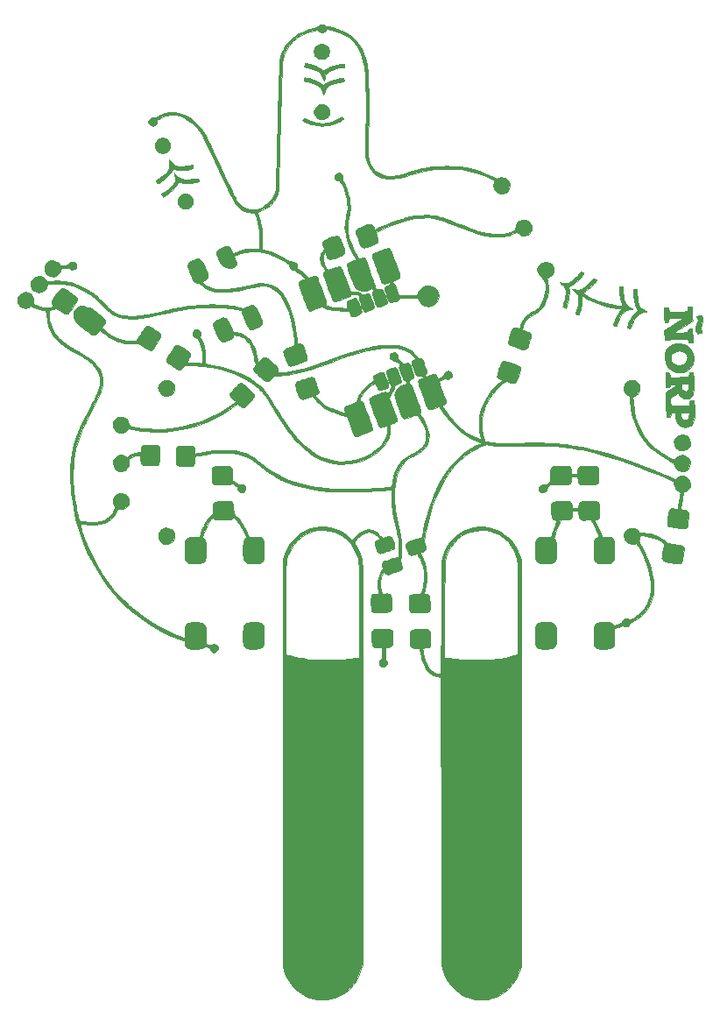
<source format=gbr>
G04 #@! TF.GenerationSoftware,KiCad,Pcbnew,5.0.2-bee76a0~70~ubuntu18.04.1*
G04 #@! TF.CreationDate,2019-07-17T02:08:38+03:00*
G04 #@! TF.ProjectId,Njorp_PCB,4e6a6f72-705f-4504-9342-2e6b69636164,rev?*
G04 #@! TF.SameCoordinates,Original*
G04 #@! TF.FileFunction,Soldermask,Top*
G04 #@! TF.FilePolarity,Negative*
%FSLAX46Y46*%
G04 Gerber Fmt 4.6, Leading zero omitted, Abs format (unit mm)*
G04 Created by KiCad (PCBNEW 5.0.2-bee76a0~70~ubuntu18.04.1) date ke 17. heinäkuuta 2019 02.08.38*
%MOMM*%
%LPD*%
G01*
G04 APERTURE LIST*
%ADD10C,0.010000*%
%ADD11C,0.100000*%
G04 APERTURE END LIST*
D10*
G04 #@! TO.C,G\002A\002A\002A*
G36*
X-8857355Y-1747665D02*
X-8293447Y-1815935D01*
X-7763640Y-1960471D01*
X-7264513Y-2182765D01*
X-6792641Y-2484310D01*
X-6389804Y-2823394D01*
X-6154442Y-3045524D01*
X-5919432Y-2757856D01*
X-5674285Y-2500627D01*
X-5397379Y-2282825D01*
X-5110288Y-2119770D01*
X-4919357Y-2047718D01*
X-4614508Y-1999891D01*
X-4311280Y-2034764D01*
X-4008150Y-2152853D01*
X-3703595Y-2354675D01*
X-3509375Y-2525949D01*
X-3215179Y-2809971D01*
X-2919279Y-2714671D01*
X-2730365Y-2660883D01*
X-2596798Y-2644899D01*
X-2497241Y-2668638D01*
X-2410352Y-2734023D01*
X-2382717Y-2762978D01*
X-2329529Y-2848617D01*
X-2264902Y-2990892D01*
X-2197961Y-3164306D01*
X-2137832Y-3343363D01*
X-2093642Y-3502567D01*
X-2074517Y-3616423D01*
X-2074334Y-3624519D01*
X-2089439Y-3720709D01*
X-2141204Y-3804965D01*
X-2239306Y-3883716D01*
X-2393422Y-3963393D01*
X-2613229Y-4050425D01*
X-2826222Y-4124130D01*
X-3038837Y-4193475D01*
X-3226475Y-4251849D01*
X-3372775Y-4294373D01*
X-3461379Y-4316167D01*
X-3476258Y-4318000D01*
X-3588066Y-4287344D01*
X-3690033Y-4191313D01*
X-3786551Y-4023815D01*
X-3882011Y-3778756D01*
X-3896585Y-3734699D01*
X-3966075Y-3502185D01*
X-3997671Y-3331904D01*
X-3987804Y-3208694D01*
X-3932904Y-3117391D01*
X-3829404Y-3042831D01*
X-3721408Y-2990395D01*
X-3505487Y-2895103D01*
X-3710660Y-2692160D01*
X-3982841Y-2467654D01*
X-4260443Y-2326345D01*
X-4541767Y-2268607D01*
X-4825111Y-2294816D01*
X-5080000Y-2390262D01*
X-5222250Y-2480699D01*
X-5391505Y-2615068D01*
X-5567440Y-2774167D01*
X-5729731Y-2938798D01*
X-5858055Y-3089761D01*
X-5920997Y-3184736D01*
X-5949770Y-3253353D01*
X-5946180Y-3316301D01*
X-5903400Y-3400317D01*
X-5842686Y-3491504D01*
X-5609588Y-3894879D01*
X-5421058Y-4357300D01*
X-5282677Y-4862658D01*
X-5207371Y-5325179D01*
X-5203343Y-5389875D01*
X-5199558Y-5511223D01*
X-5196013Y-5690444D01*
X-5192708Y-5928759D01*
X-5189639Y-6227389D01*
X-5186805Y-6587554D01*
X-5184203Y-7010476D01*
X-5181831Y-7497376D01*
X-5179687Y-8049473D01*
X-5177770Y-8667990D01*
X-5176076Y-9354146D01*
X-5174605Y-10109164D01*
X-5173352Y-10934264D01*
X-5172318Y-11830666D01*
X-5171499Y-12799592D01*
X-5170893Y-13842262D01*
X-5170499Y-14959898D01*
X-5170313Y-16153720D01*
X-5170335Y-17424950D01*
X-5170561Y-18774807D01*
X-5170990Y-20204513D01*
X-5171620Y-21715290D01*
X-5172448Y-23308357D01*
X-5173412Y-24892000D01*
X-5185834Y-44047834D01*
X-5298404Y-44455033D01*
X-5494792Y-45023169D01*
X-5754259Y-45542673D01*
X-6072424Y-46009246D01*
X-6444906Y-46418590D01*
X-6867321Y-46766407D01*
X-7335288Y-47048399D01*
X-7844425Y-47260267D01*
X-8276082Y-47375899D01*
X-8615004Y-47426225D01*
X-8986484Y-47448460D01*
X-9356553Y-47442257D01*
X-9691241Y-47407269D01*
X-9779000Y-47391245D01*
X-10331753Y-47236372D01*
X-10843944Y-47008799D01*
X-11311741Y-46712110D01*
X-11731315Y-46349890D01*
X-12098832Y-45925723D01*
X-12410463Y-45443193D01*
X-12662376Y-44905885D01*
X-12773710Y-44589515D01*
X-12890500Y-44217167D01*
X-12890500Y-9809261D01*
X-12615084Y-9809261D01*
X-12615075Y-10502658D01*
X-12614900Y-11116308D01*
X-12614472Y-11655128D01*
X-12613703Y-12124036D01*
X-12612503Y-12527951D01*
X-12610786Y-12871792D01*
X-12608462Y-13160476D01*
X-12605443Y-13398923D01*
X-12601641Y-13592050D01*
X-12596967Y-13744776D01*
X-12591334Y-13862019D01*
X-12584652Y-13948698D01*
X-12576834Y-14009731D01*
X-12567791Y-14050037D01*
X-12557434Y-14074534D01*
X-12545676Y-14088140D01*
X-12538147Y-14092997D01*
X-12418731Y-14140782D01*
X-12229022Y-14196972D01*
X-11982656Y-14258821D01*
X-11693268Y-14323583D01*
X-11374494Y-14388510D01*
X-11039969Y-14450857D01*
X-10703331Y-14507877D01*
X-10378213Y-14556824D01*
X-10078253Y-14594951D01*
X-10008529Y-14602497D01*
X-9815697Y-14615944D01*
X-9553999Y-14624657D01*
X-9239089Y-14628912D01*
X-8886619Y-14628983D01*
X-8512242Y-14625145D01*
X-8131611Y-14617673D01*
X-7760379Y-14606842D01*
X-7414198Y-14592926D01*
X-7108722Y-14576200D01*
X-6859604Y-14556938D01*
X-6752167Y-14545349D01*
X-6505973Y-14514286D01*
X-6245218Y-14480748D01*
X-6006462Y-14449466D01*
X-5872507Y-14431513D01*
X-5500848Y-14380970D01*
X-5513186Y-9741068D01*
X-5515139Y-9014716D01*
X-5516984Y-8368034D01*
X-5518823Y-7796027D01*
X-5520764Y-7293698D01*
X-5522908Y-6856051D01*
X-5525362Y-6478090D01*
X-5528228Y-6154820D01*
X-5531613Y-5881243D01*
X-5535619Y-5652365D01*
X-5540352Y-5463189D01*
X-5545915Y-5308719D01*
X-5552414Y-5183959D01*
X-5559952Y-5083913D01*
X-5568633Y-5003585D01*
X-5578564Y-4937979D01*
X-5589846Y-4882099D01*
X-5602586Y-4830948D01*
X-5616835Y-4779713D01*
X-5810057Y-4240054D01*
X-6068127Y-3747823D01*
X-6387201Y-3308435D01*
X-6763431Y-2927304D01*
X-7128779Y-2650905D01*
X-7555304Y-2403244D01*
X-7975298Y-2228942D01*
X-8410457Y-2121536D01*
X-8882479Y-2074560D01*
X-9074592Y-2071207D01*
X-9516556Y-2094514D01*
X-9917358Y-2167718D01*
X-10309182Y-2298424D01*
X-10604500Y-2432755D01*
X-11067867Y-2710275D01*
X-11481519Y-3053796D01*
X-11840254Y-3457298D01*
X-12138868Y-3914758D01*
X-12372156Y-4420157D01*
X-12408236Y-4519861D01*
X-12440493Y-4615424D01*
X-12469211Y-4708969D01*
X-12494594Y-4805757D01*
X-12516848Y-4911045D01*
X-12536180Y-5030096D01*
X-12552794Y-5168168D01*
X-12566897Y-5330521D01*
X-12578694Y-5522415D01*
X-12588391Y-5749110D01*
X-12596193Y-6015865D01*
X-12602306Y-6327941D01*
X-12606937Y-6690598D01*
X-12610290Y-7109094D01*
X-12612571Y-7588690D01*
X-12613986Y-8134647D01*
X-12614741Y-8752222D01*
X-12615041Y-9446677D01*
X-12615084Y-9809261D01*
X-12890500Y-9809261D01*
X-12890500Y-4974167D01*
X-12773799Y-4602128D01*
X-12555145Y-4033110D01*
X-12274421Y-3518327D01*
X-11934417Y-3060729D01*
X-11537927Y-2663264D01*
X-11087742Y-2328878D01*
X-10586654Y-2060520D01*
X-10237187Y-1923644D01*
X-9773079Y-1801221D01*
X-9287869Y-1745395D01*
X-8857355Y-1747665D01*
X-8857355Y-1747665D01*
G37*
X-8857355Y-1747665D02*
X-8293447Y-1815935D01*
X-7763640Y-1960471D01*
X-7264513Y-2182765D01*
X-6792641Y-2484310D01*
X-6389804Y-2823394D01*
X-6154442Y-3045524D01*
X-5919432Y-2757856D01*
X-5674285Y-2500627D01*
X-5397379Y-2282825D01*
X-5110288Y-2119770D01*
X-4919357Y-2047718D01*
X-4614508Y-1999891D01*
X-4311280Y-2034764D01*
X-4008150Y-2152853D01*
X-3703595Y-2354675D01*
X-3509375Y-2525949D01*
X-3215179Y-2809971D01*
X-2919279Y-2714671D01*
X-2730365Y-2660883D01*
X-2596798Y-2644899D01*
X-2497241Y-2668638D01*
X-2410352Y-2734023D01*
X-2382717Y-2762978D01*
X-2329529Y-2848617D01*
X-2264902Y-2990892D01*
X-2197961Y-3164306D01*
X-2137832Y-3343363D01*
X-2093642Y-3502567D01*
X-2074517Y-3616423D01*
X-2074334Y-3624519D01*
X-2089439Y-3720709D01*
X-2141204Y-3804965D01*
X-2239306Y-3883716D01*
X-2393422Y-3963393D01*
X-2613229Y-4050425D01*
X-2826222Y-4124130D01*
X-3038837Y-4193475D01*
X-3226475Y-4251849D01*
X-3372775Y-4294373D01*
X-3461379Y-4316167D01*
X-3476258Y-4318000D01*
X-3588066Y-4287344D01*
X-3690033Y-4191313D01*
X-3786551Y-4023815D01*
X-3882011Y-3778756D01*
X-3896585Y-3734699D01*
X-3966075Y-3502185D01*
X-3997671Y-3331904D01*
X-3987804Y-3208694D01*
X-3932904Y-3117391D01*
X-3829404Y-3042831D01*
X-3721408Y-2990395D01*
X-3505487Y-2895103D01*
X-3710660Y-2692160D01*
X-3982841Y-2467654D01*
X-4260443Y-2326345D01*
X-4541767Y-2268607D01*
X-4825111Y-2294816D01*
X-5080000Y-2390262D01*
X-5222250Y-2480699D01*
X-5391505Y-2615068D01*
X-5567440Y-2774167D01*
X-5729731Y-2938798D01*
X-5858055Y-3089761D01*
X-5920997Y-3184736D01*
X-5949770Y-3253353D01*
X-5946180Y-3316301D01*
X-5903400Y-3400317D01*
X-5842686Y-3491504D01*
X-5609588Y-3894879D01*
X-5421058Y-4357300D01*
X-5282677Y-4862658D01*
X-5207371Y-5325179D01*
X-5203343Y-5389875D01*
X-5199558Y-5511223D01*
X-5196013Y-5690444D01*
X-5192708Y-5928759D01*
X-5189639Y-6227389D01*
X-5186805Y-6587554D01*
X-5184203Y-7010476D01*
X-5181831Y-7497376D01*
X-5179687Y-8049473D01*
X-5177770Y-8667990D01*
X-5176076Y-9354146D01*
X-5174605Y-10109164D01*
X-5173352Y-10934264D01*
X-5172318Y-11830666D01*
X-5171499Y-12799592D01*
X-5170893Y-13842262D01*
X-5170499Y-14959898D01*
X-5170313Y-16153720D01*
X-5170335Y-17424950D01*
X-5170561Y-18774807D01*
X-5170990Y-20204513D01*
X-5171620Y-21715290D01*
X-5172448Y-23308357D01*
X-5173412Y-24892000D01*
X-5185834Y-44047834D01*
X-5298404Y-44455033D01*
X-5494792Y-45023169D01*
X-5754259Y-45542673D01*
X-6072424Y-46009246D01*
X-6444906Y-46418590D01*
X-6867321Y-46766407D01*
X-7335288Y-47048399D01*
X-7844425Y-47260267D01*
X-8276082Y-47375899D01*
X-8615004Y-47426225D01*
X-8986484Y-47448460D01*
X-9356553Y-47442257D01*
X-9691241Y-47407269D01*
X-9779000Y-47391245D01*
X-10331753Y-47236372D01*
X-10843944Y-47008799D01*
X-11311741Y-46712110D01*
X-11731315Y-46349890D01*
X-12098832Y-45925723D01*
X-12410463Y-45443193D01*
X-12662376Y-44905885D01*
X-12773710Y-44589515D01*
X-12890500Y-44217167D01*
X-12890500Y-9809261D01*
X-12615084Y-9809261D01*
X-12615075Y-10502658D01*
X-12614900Y-11116308D01*
X-12614472Y-11655128D01*
X-12613703Y-12124036D01*
X-12612503Y-12527951D01*
X-12610786Y-12871792D01*
X-12608462Y-13160476D01*
X-12605443Y-13398923D01*
X-12601641Y-13592050D01*
X-12596967Y-13744776D01*
X-12591334Y-13862019D01*
X-12584652Y-13948698D01*
X-12576834Y-14009731D01*
X-12567791Y-14050037D01*
X-12557434Y-14074534D01*
X-12545676Y-14088140D01*
X-12538147Y-14092997D01*
X-12418731Y-14140782D01*
X-12229022Y-14196972D01*
X-11982656Y-14258821D01*
X-11693268Y-14323583D01*
X-11374494Y-14388510D01*
X-11039969Y-14450857D01*
X-10703331Y-14507877D01*
X-10378213Y-14556824D01*
X-10078253Y-14594951D01*
X-10008529Y-14602497D01*
X-9815697Y-14615944D01*
X-9553999Y-14624657D01*
X-9239089Y-14628912D01*
X-8886619Y-14628983D01*
X-8512242Y-14625145D01*
X-8131611Y-14617673D01*
X-7760379Y-14606842D01*
X-7414198Y-14592926D01*
X-7108722Y-14576200D01*
X-6859604Y-14556938D01*
X-6752167Y-14545349D01*
X-6505973Y-14514286D01*
X-6245218Y-14480748D01*
X-6006462Y-14449466D01*
X-5872507Y-14431513D01*
X-5500848Y-14380970D01*
X-5513186Y-9741068D01*
X-5515139Y-9014716D01*
X-5516984Y-8368034D01*
X-5518823Y-7796027D01*
X-5520764Y-7293698D01*
X-5522908Y-6856051D01*
X-5525362Y-6478090D01*
X-5528228Y-6154820D01*
X-5531613Y-5881243D01*
X-5535619Y-5652365D01*
X-5540352Y-5463189D01*
X-5545915Y-5308719D01*
X-5552414Y-5183959D01*
X-5559952Y-5083913D01*
X-5568633Y-5003585D01*
X-5578564Y-4937979D01*
X-5589846Y-4882099D01*
X-5602586Y-4830948D01*
X-5616835Y-4779713D01*
X-5810057Y-4240054D01*
X-6068127Y-3747823D01*
X-6387201Y-3308435D01*
X-6763431Y-2927304D01*
X-7128779Y-2650905D01*
X-7555304Y-2403244D01*
X-7975298Y-2228942D01*
X-8410457Y-2121536D01*
X-8882479Y-2074560D01*
X-9074592Y-2071207D01*
X-9516556Y-2094514D01*
X-9917358Y-2167718D01*
X-10309182Y-2298424D01*
X-10604500Y-2432755D01*
X-11067867Y-2710275D01*
X-11481519Y-3053796D01*
X-11840254Y-3457298D01*
X-12138868Y-3914758D01*
X-12372156Y-4420157D01*
X-12408236Y-4519861D01*
X-12440493Y-4615424D01*
X-12469211Y-4708969D01*
X-12494594Y-4805757D01*
X-12516848Y-4911045D01*
X-12536180Y-5030096D01*
X-12552794Y-5168168D01*
X-12566897Y-5330521D01*
X-12578694Y-5522415D01*
X-12588391Y-5749110D01*
X-12596193Y-6015865D01*
X-12602306Y-6327941D01*
X-12606937Y-6690598D01*
X-12610290Y-7109094D01*
X-12612571Y-7588690D01*
X-12613986Y-8134647D01*
X-12614741Y-8752222D01*
X-12615041Y-9446677D01*
X-12615084Y-9809261D01*
X-12890500Y-9809261D01*
X-12890500Y-4974167D01*
X-12773799Y-4602128D01*
X-12555145Y-4033110D01*
X-12274421Y-3518327D01*
X-11934417Y-3060729D01*
X-11537927Y-2663264D01*
X-11087742Y-2328878D01*
X-10586654Y-2060520D01*
X-10237187Y-1923644D01*
X-9773079Y-1801221D01*
X-9287869Y-1745395D01*
X-8857355Y-1747665D01*
G36*
X6477000Y-1748540D02*
X7038711Y-1812417D01*
X7561525Y-1949920D01*
X8049856Y-2163078D01*
X8508118Y-2453917D01*
X8940726Y-2824464D01*
X9042655Y-2926963D01*
X9408834Y-3361789D01*
X9704075Y-3836531D01*
X9932773Y-4359000D01*
X10039985Y-4699022D01*
X10138833Y-5058834D01*
X10138833Y-44132500D01*
X10039985Y-44492312D01*
X9845015Y-45052812D01*
X9582848Y-45567306D01*
X9257985Y-46031100D01*
X8874925Y-46439503D01*
X8438170Y-46787821D01*
X7952220Y-47071361D01*
X7421574Y-47285431D01*
X7335872Y-47312014D01*
X7141985Y-47364292D01*
X6957834Y-47399522D01*
X6754922Y-47421566D01*
X6504751Y-47434281D01*
X6413500Y-47436923D01*
X6185379Y-47439521D01*
X5968840Y-47436303D01*
X5788053Y-47427979D01*
X5667187Y-47415259D01*
X5665506Y-47414957D01*
X5128513Y-47275581D01*
X4614342Y-47060332D01*
X4133861Y-46776207D01*
X3697938Y-46430200D01*
X3317444Y-46029310D01*
X3134038Y-45785495D01*
X2998285Y-45562477D01*
X2856484Y-45285915D01*
X2721677Y-44984749D01*
X2606904Y-44687923D01*
X2531449Y-44448157D01*
X2435337Y-44090167D01*
X2423608Y-30153461D01*
X2422464Y-28842994D01*
X2421301Y-27614678D01*
X2420106Y-26465997D01*
X2418867Y-25394435D01*
X2417570Y-24397476D01*
X2416203Y-23472604D01*
X2414754Y-22617304D01*
X2413210Y-21829059D01*
X2411558Y-21105354D01*
X2409785Y-20443672D01*
X2407879Y-19841498D01*
X2405828Y-19296316D01*
X2403618Y-18805610D01*
X2401237Y-18366865D01*
X2398672Y-17977563D01*
X2395911Y-17635190D01*
X2392941Y-17337229D01*
X2389749Y-17081165D01*
X2386323Y-16864482D01*
X2382650Y-16684663D01*
X2378717Y-16539194D01*
X2374512Y-16425557D01*
X2370022Y-16341238D01*
X2365235Y-16283720D01*
X2360137Y-16250487D01*
X2354716Y-16239024D01*
X2353657Y-16239096D01*
X2260054Y-16246745D01*
X2113033Y-16228675D01*
X1937745Y-16190716D01*
X1759340Y-16138701D01*
X1602970Y-16078459D01*
X1551967Y-16053226D01*
X1287925Y-15864207D01*
X1047739Y-15599229D01*
X835964Y-15264771D01*
X657159Y-14867311D01*
X596966Y-14695458D01*
X537347Y-14489120D01*
X480802Y-14253371D01*
X432524Y-14014419D01*
X397705Y-13798472D01*
X381539Y-13631739D01*
X381000Y-13605490D01*
X381000Y-13462000D01*
X17910Y-13462000D01*
X-160678Y-13460209D01*
X-277537Y-13450950D01*
X-355593Y-13428397D01*
X-417767Y-13386723D01*
X-468924Y-13338257D01*
X-592667Y-13214513D01*
X-592667Y-12541303D01*
X-593026Y-12264376D01*
X-587347Y-12053563D01*
X-565497Y-11899560D01*
X-517340Y-11793067D01*
X-432742Y-11724783D01*
X-301570Y-11685405D01*
X-113690Y-11665633D01*
X141034Y-11656165D01*
X378063Y-11650335D01*
X1138233Y-11630388D01*
X1267616Y-11759771D01*
X1397000Y-11889154D01*
X1397000Y-12562364D01*
X1395415Y-12846862D01*
X1386387Y-13058426D01*
X1363506Y-13208780D01*
X1320363Y-13309652D01*
X1250547Y-13372767D01*
X1147649Y-13409851D01*
X1005258Y-13432629D01*
X915898Y-13442460D01*
X625297Y-13472903D01*
X654001Y-13726611D01*
X696568Y-13994950D01*
X763887Y-14294960D01*
X847627Y-14596105D01*
X939461Y-14867847D01*
X1013200Y-15043634D01*
X1195751Y-15356240D01*
X1413711Y-15610783D01*
X1658501Y-15800585D01*
X1921544Y-15918966D01*
X2189377Y-15959253D01*
X2410255Y-15959667D01*
X2423027Y-10530417D01*
X2424586Y-9867721D01*
X2751666Y-9867721D01*
X2751666Y-14385891D01*
X2910416Y-14410270D01*
X3203587Y-14452601D01*
X3539639Y-14496813D01*
X3886915Y-14539053D01*
X4213762Y-14575472D01*
X4487333Y-14602114D01*
X4737275Y-14617619D01*
X5049185Y-14627340D01*
X5406124Y-14631588D01*
X5791153Y-14630675D01*
X6187334Y-14624912D01*
X6577728Y-14614609D01*
X6945397Y-14600079D01*
X7273403Y-14581633D01*
X7544807Y-14559582D01*
X7683500Y-14543372D01*
X8109745Y-14476462D01*
X8553389Y-14393238D01*
X8984314Y-14299947D01*
X9372405Y-14202835D01*
X9503833Y-14165806D01*
X9842500Y-14066659D01*
X9854563Y-10007246D01*
X9856566Y-9262567D01*
X9857781Y-8597298D01*
X9858026Y-8006183D01*
X9857120Y-7483968D01*
X9854882Y-7025398D01*
X9851130Y-6625218D01*
X9845684Y-6278173D01*
X9838360Y-5979008D01*
X9828979Y-5722468D01*
X9817359Y-5503299D01*
X9803317Y-5316245D01*
X9786674Y-5156052D01*
X9767247Y-5017464D01*
X9744855Y-4895227D01*
X9719317Y-4784086D01*
X9690451Y-4678786D01*
X9668088Y-4605483D01*
X9461067Y-4080865D01*
X9188456Y-3605670D01*
X8854915Y-3184376D01*
X8465106Y-2821457D01*
X8023687Y-2521391D01*
X7535321Y-2288652D01*
X7115953Y-2154455D01*
X6704895Y-2084138D01*
X6256684Y-2068441D01*
X5796911Y-2105134D01*
X5351166Y-2191987D01*
X4945039Y-2326771D01*
X4896198Y-2347826D01*
X4432347Y-2599325D01*
X4011723Y-2918904D01*
X3640455Y-3298535D01*
X3324671Y-3730189D01*
X3070501Y-4205840D01*
X2884075Y-4717460D01*
X2796158Y-5098358D01*
X2787960Y-5189136D01*
X2780577Y-5363835D01*
X2774016Y-5621712D01*
X2768284Y-5962027D01*
X2763388Y-6384037D01*
X2759334Y-6887000D01*
X2756130Y-7470174D01*
X2753782Y-8132818D01*
X2752298Y-8874189D01*
X2751684Y-9693546D01*
X2751666Y-9867721D01*
X2424586Y-9867721D01*
X2435800Y-5101167D01*
X2534112Y-4741334D01*
X2727607Y-4177862D01*
X2984190Y-3662860D01*
X3298637Y-3200289D01*
X3665727Y-2794116D01*
X4080236Y-2448303D01*
X4536943Y-2166814D01*
X5030625Y-1953615D01*
X5556058Y-1812668D01*
X6108022Y-1747939D01*
X6477000Y-1748540D01*
X6477000Y-1748540D01*
G37*
X6477000Y-1748540D02*
X7038711Y-1812417D01*
X7561525Y-1949920D01*
X8049856Y-2163078D01*
X8508118Y-2453917D01*
X8940726Y-2824464D01*
X9042655Y-2926963D01*
X9408834Y-3361789D01*
X9704075Y-3836531D01*
X9932773Y-4359000D01*
X10039985Y-4699022D01*
X10138833Y-5058834D01*
X10138833Y-44132500D01*
X10039985Y-44492312D01*
X9845015Y-45052812D01*
X9582848Y-45567306D01*
X9257985Y-46031100D01*
X8874925Y-46439503D01*
X8438170Y-46787821D01*
X7952220Y-47071361D01*
X7421574Y-47285431D01*
X7335872Y-47312014D01*
X7141985Y-47364292D01*
X6957834Y-47399522D01*
X6754922Y-47421566D01*
X6504751Y-47434281D01*
X6413500Y-47436923D01*
X6185379Y-47439521D01*
X5968840Y-47436303D01*
X5788053Y-47427979D01*
X5667187Y-47415259D01*
X5665506Y-47414957D01*
X5128513Y-47275581D01*
X4614342Y-47060332D01*
X4133861Y-46776207D01*
X3697938Y-46430200D01*
X3317444Y-46029310D01*
X3134038Y-45785495D01*
X2998285Y-45562477D01*
X2856484Y-45285915D01*
X2721677Y-44984749D01*
X2606904Y-44687923D01*
X2531449Y-44448157D01*
X2435337Y-44090167D01*
X2423608Y-30153461D01*
X2422464Y-28842994D01*
X2421301Y-27614678D01*
X2420106Y-26465997D01*
X2418867Y-25394435D01*
X2417570Y-24397476D01*
X2416203Y-23472604D01*
X2414754Y-22617304D01*
X2413210Y-21829059D01*
X2411558Y-21105354D01*
X2409785Y-20443672D01*
X2407879Y-19841498D01*
X2405828Y-19296316D01*
X2403618Y-18805610D01*
X2401237Y-18366865D01*
X2398672Y-17977563D01*
X2395911Y-17635190D01*
X2392941Y-17337229D01*
X2389749Y-17081165D01*
X2386323Y-16864482D01*
X2382650Y-16684663D01*
X2378717Y-16539194D01*
X2374512Y-16425557D01*
X2370022Y-16341238D01*
X2365235Y-16283720D01*
X2360137Y-16250487D01*
X2354716Y-16239024D01*
X2353657Y-16239096D01*
X2260054Y-16246745D01*
X2113033Y-16228675D01*
X1937745Y-16190716D01*
X1759340Y-16138701D01*
X1602970Y-16078459D01*
X1551967Y-16053226D01*
X1287925Y-15864207D01*
X1047739Y-15599229D01*
X835964Y-15264771D01*
X657159Y-14867311D01*
X596966Y-14695458D01*
X537347Y-14489120D01*
X480802Y-14253371D01*
X432524Y-14014419D01*
X397705Y-13798472D01*
X381539Y-13631739D01*
X381000Y-13605490D01*
X381000Y-13462000D01*
X17910Y-13462000D01*
X-160678Y-13460209D01*
X-277537Y-13450950D01*
X-355593Y-13428397D01*
X-417767Y-13386723D01*
X-468924Y-13338257D01*
X-592667Y-13214513D01*
X-592667Y-12541303D01*
X-593026Y-12264376D01*
X-587347Y-12053563D01*
X-565497Y-11899560D01*
X-517340Y-11793067D01*
X-432742Y-11724783D01*
X-301570Y-11685405D01*
X-113690Y-11665633D01*
X141034Y-11656165D01*
X378063Y-11650335D01*
X1138233Y-11630388D01*
X1267616Y-11759771D01*
X1397000Y-11889154D01*
X1397000Y-12562364D01*
X1395415Y-12846862D01*
X1386387Y-13058426D01*
X1363506Y-13208780D01*
X1320363Y-13309652D01*
X1250547Y-13372767D01*
X1147649Y-13409851D01*
X1005258Y-13432629D01*
X915898Y-13442460D01*
X625297Y-13472903D01*
X654001Y-13726611D01*
X696568Y-13994950D01*
X763887Y-14294960D01*
X847627Y-14596105D01*
X939461Y-14867847D01*
X1013200Y-15043634D01*
X1195751Y-15356240D01*
X1413711Y-15610783D01*
X1658501Y-15800585D01*
X1921544Y-15918966D01*
X2189377Y-15959253D01*
X2410255Y-15959667D01*
X2423027Y-10530417D01*
X2424586Y-9867721D01*
X2751666Y-9867721D01*
X2751666Y-14385891D01*
X2910416Y-14410270D01*
X3203587Y-14452601D01*
X3539639Y-14496813D01*
X3886915Y-14539053D01*
X4213762Y-14575472D01*
X4487333Y-14602114D01*
X4737275Y-14617619D01*
X5049185Y-14627340D01*
X5406124Y-14631588D01*
X5791153Y-14630675D01*
X6187334Y-14624912D01*
X6577728Y-14614609D01*
X6945397Y-14600079D01*
X7273403Y-14581633D01*
X7544807Y-14559582D01*
X7683500Y-14543372D01*
X8109745Y-14476462D01*
X8553389Y-14393238D01*
X8984314Y-14299947D01*
X9372405Y-14202835D01*
X9503833Y-14165806D01*
X9842500Y-14066659D01*
X9854563Y-10007246D01*
X9856566Y-9262567D01*
X9857781Y-8597298D01*
X9858026Y-8006183D01*
X9857120Y-7483968D01*
X9854882Y-7025398D01*
X9851130Y-6625218D01*
X9845684Y-6278173D01*
X9838360Y-5979008D01*
X9828979Y-5722468D01*
X9817359Y-5503299D01*
X9803317Y-5316245D01*
X9786674Y-5156052D01*
X9767247Y-5017464D01*
X9744855Y-4895227D01*
X9719317Y-4784086D01*
X9690451Y-4678786D01*
X9668088Y-4605483D01*
X9461067Y-4080865D01*
X9188456Y-3605670D01*
X8854915Y-3184376D01*
X8465106Y-2821457D01*
X8023687Y-2521391D01*
X7535321Y-2288652D01*
X7115953Y-2154455D01*
X6704895Y-2084138D01*
X6256684Y-2068441D01*
X5796911Y-2105134D01*
X5351166Y-2191987D01*
X4945039Y-2326771D01*
X4896198Y-2347826D01*
X4432347Y-2599325D01*
X4011723Y-2918904D01*
X3640455Y-3298535D01*
X3324671Y-3730189D01*
X3070501Y-4205840D01*
X2884075Y-4717460D01*
X2796158Y-5098358D01*
X2787960Y-5189136D01*
X2780577Y-5363835D01*
X2774016Y-5621712D01*
X2768284Y-5962027D01*
X2763388Y-6384037D01*
X2759334Y-6887000D01*
X2756130Y-7470174D01*
X2753782Y-8132818D01*
X2752298Y-8874189D01*
X2751684Y-9693546D01*
X2751666Y-9867721D01*
X2424586Y-9867721D01*
X2435800Y-5101167D01*
X2534112Y-4741334D01*
X2727607Y-4177862D01*
X2984190Y-3662860D01*
X3298637Y-3200289D01*
X3665727Y-2794116D01*
X4080236Y-2448303D01*
X4536943Y-2166814D01*
X5030625Y-1953615D01*
X5556058Y-1812668D01*
X6108022Y-1747939D01*
X6477000Y-1748540D01*
G36*
X-2957362Y-11600043D02*
X-2775617Y-11602943D01*
X-2649215Y-11610176D01*
X-2563493Y-11623649D01*
X-2503791Y-11645269D01*
X-2455447Y-11676942D01*
X-2425944Y-11701436D01*
X-2307167Y-11803538D01*
X-2293027Y-12475520D01*
X-2288428Y-12730786D01*
X-2287916Y-12915725D01*
X-2292782Y-13044632D01*
X-2304321Y-13131800D01*
X-2323825Y-13191523D01*
X-2352586Y-13238096D01*
X-2363217Y-13251646D01*
X-2428749Y-13313254D01*
X-2518102Y-13350250D01*
X-2657538Y-13371972D01*
X-2716024Y-13377145D01*
X-2984500Y-13398500D01*
X-2996358Y-13965916D01*
X-3000140Y-14198473D01*
X-2998988Y-14361982D01*
X-2991218Y-14471997D01*
X-2975149Y-14544073D01*
X-2949099Y-14593767D01*
X-2925413Y-14622082D01*
X-2829191Y-14777581D01*
X-2814325Y-14944574D01*
X-2854494Y-15064852D01*
X-2968023Y-15207071D01*
X-3113857Y-15278430D01*
X-3274055Y-15276219D01*
X-3430676Y-15197726D01*
X-3474590Y-15158590D01*
X-3566655Y-15014591D01*
X-3589493Y-14853859D01*
X-3582452Y-14828276D01*
X-3363918Y-14828276D01*
X-3362558Y-14937510D01*
X-3351465Y-14966087D01*
X-3277752Y-15050106D01*
X-3181652Y-15065759D01*
X-3092268Y-15009497D01*
X-3049574Y-14908174D01*
X-3070187Y-14811140D01*
X-3144467Y-14748430D01*
X-3178624Y-14740443D01*
X-3298287Y-14756947D01*
X-3363918Y-14828276D01*
X-3582452Y-14828276D01*
X-3546974Y-14699382D01*
X-3442968Y-14574150D01*
X-3368675Y-14529483D01*
X-3323545Y-14506486D01*
X-3292989Y-14476048D01*
X-3274165Y-14423055D01*
X-3264232Y-14332391D01*
X-3260347Y-14188942D01*
X-3259668Y-13977592D01*
X-3259667Y-13949741D01*
X-3259667Y-13419667D01*
X-3617509Y-13419667D01*
X-3859480Y-13411122D01*
X-4031337Y-13382840D01*
X-4146153Y-13330853D01*
X-4216999Y-13251190D01*
X-4225387Y-13235074D01*
X-4242905Y-13161154D01*
X-4260858Y-13020740D01*
X-4277449Y-12831975D01*
X-4290883Y-12613001D01*
X-4294184Y-12540398D01*
X-4303732Y-12258436D01*
X-4300008Y-12039333D01*
X-4273865Y-11875160D01*
X-4216159Y-11757986D01*
X-4117742Y-11679881D01*
X-3969470Y-11632915D01*
X-3762196Y-11609158D01*
X-3486774Y-11600680D01*
X-3209111Y-11599570D01*
X-2957362Y-11600043D01*
X-2957362Y-11600043D01*
G37*
X-2957362Y-11600043D02*
X-2775617Y-11602943D01*
X-2649215Y-11610176D01*
X-2563493Y-11623649D01*
X-2503791Y-11645269D01*
X-2455447Y-11676942D01*
X-2425944Y-11701436D01*
X-2307167Y-11803538D01*
X-2293027Y-12475520D01*
X-2288428Y-12730786D01*
X-2287916Y-12915725D01*
X-2292782Y-13044632D01*
X-2304321Y-13131800D01*
X-2323825Y-13191523D01*
X-2352586Y-13238096D01*
X-2363217Y-13251646D01*
X-2428749Y-13313254D01*
X-2518102Y-13350250D01*
X-2657538Y-13371972D01*
X-2716024Y-13377145D01*
X-2984500Y-13398500D01*
X-2996358Y-13965916D01*
X-3000140Y-14198473D01*
X-2998988Y-14361982D01*
X-2991218Y-14471997D01*
X-2975149Y-14544073D01*
X-2949099Y-14593767D01*
X-2925413Y-14622082D01*
X-2829191Y-14777581D01*
X-2814325Y-14944574D01*
X-2854494Y-15064852D01*
X-2968023Y-15207071D01*
X-3113857Y-15278430D01*
X-3274055Y-15276219D01*
X-3430676Y-15197726D01*
X-3474590Y-15158590D01*
X-3566655Y-15014591D01*
X-3589493Y-14853859D01*
X-3582452Y-14828276D01*
X-3363918Y-14828276D01*
X-3362558Y-14937510D01*
X-3351465Y-14966087D01*
X-3277752Y-15050106D01*
X-3181652Y-15065759D01*
X-3092268Y-15009497D01*
X-3049574Y-14908174D01*
X-3070187Y-14811140D01*
X-3144467Y-14748430D01*
X-3178624Y-14740443D01*
X-3298287Y-14756947D01*
X-3363918Y-14828276D01*
X-3582452Y-14828276D01*
X-3546974Y-14699382D01*
X-3442968Y-14574150D01*
X-3368675Y-14529483D01*
X-3323545Y-14506486D01*
X-3292989Y-14476048D01*
X-3274165Y-14423055D01*
X-3264232Y-14332391D01*
X-3260347Y-14188942D01*
X-3259668Y-13977592D01*
X-3259667Y-13949741D01*
X-3259667Y-13419667D01*
X-3617509Y-13419667D01*
X-3859480Y-13411122D01*
X-4031337Y-13382840D01*
X-4146153Y-13330853D01*
X-4216999Y-13251190D01*
X-4225387Y-13235074D01*
X-4242905Y-13161154D01*
X-4260858Y-13020740D01*
X-4277449Y-12831975D01*
X-4290883Y-12613001D01*
X-4294184Y-12540398D01*
X-4303732Y-12258436D01*
X-4300008Y-12039333D01*
X-4273865Y-11875160D01*
X-4216159Y-11757986D01*
X-4117742Y-11679881D01*
X-3969470Y-11632915D01*
X-3762196Y-11609158D01*
X-3486774Y-11600680D01*
X-3209111Y-11599570D01*
X-2957362Y-11600043D01*
G36*
X-34101192Y21312112D02*
X-33978276Y21246941D01*
X-33816781Y21150219D01*
X-33631200Y21031684D01*
X-33436026Y20901069D01*
X-33245754Y20768111D01*
X-33074878Y20642545D01*
X-32937891Y20534105D01*
X-32849288Y20452527D01*
X-32840084Y20442035D01*
X-32785352Y20359356D01*
X-32762926Y20271415D01*
X-32776670Y20167299D01*
X-32830451Y20036096D01*
X-32928135Y19866895D01*
X-33073587Y19648784D01*
X-33169484Y19512273D01*
X-33309780Y19317450D01*
X-33437763Y19144747D01*
X-33543543Y19007131D01*
X-33617229Y18917567D01*
X-33643242Y18891250D01*
X-33743581Y18841688D01*
X-33860604Y18839499D01*
X-34005586Y18888110D01*
X-34189799Y18990952D01*
X-34369644Y19112204D01*
X-34756579Y19386074D01*
X-35114812Y19270954D01*
X-35473044Y19155833D01*
X-35473892Y18796000D01*
X-35433613Y18298139D01*
X-35313893Y17808266D01*
X-35119935Y17336350D01*
X-34856943Y16892360D01*
X-34530118Y16486262D01*
X-34144665Y16128026D01*
X-34038725Y16046353D01*
X-33902039Y15952857D01*
X-33710058Y15832196D01*
X-33482594Y15696294D01*
X-33239457Y15557074D01*
X-33077458Y15467773D01*
X-32485630Y15133371D01*
X-31972893Y14812879D01*
X-31535564Y14502402D01*
X-31169961Y14198044D01*
X-30872400Y13895911D01*
X-30639199Y13592107D01*
X-30466675Y13282739D01*
X-30351146Y12963910D01*
X-30288928Y12631727D01*
X-30278862Y12507944D01*
X-30274686Y12295726D01*
X-30288084Y12085903D01*
X-30322127Y11869890D01*
X-30379884Y11639105D01*
X-30464425Y11384961D01*
X-30578819Y11098875D01*
X-30726137Y10772263D01*
X-30909448Y10396539D01*
X-31131823Y9963120D01*
X-31309099Y9626953D01*
X-31656183Y8959973D01*
X-31956545Y8350124D01*
X-32214061Y7786654D01*
X-32432611Y7258809D01*
X-32616072Y6755837D01*
X-32768321Y6266987D01*
X-32893236Y5781505D01*
X-32994695Y5288640D01*
X-33076575Y4777639D01*
X-33088015Y4694246D01*
X-33116745Y4414668D01*
X-33138196Y4070666D01*
X-33152225Y3682185D01*
X-33158687Y3269165D01*
X-33157438Y2851550D01*
X-33148334Y2449283D01*
X-33131232Y2082305D01*
X-33108930Y1799166D01*
X-33078438Y1527497D01*
X-33038683Y1223433D01*
X-32991673Y898241D01*
X-32939420Y563186D01*
X-32883932Y229532D01*
X-32827221Y-91454D01*
X-32771295Y-388508D01*
X-32718166Y-650364D01*
X-32669843Y-865757D01*
X-32628336Y-1023421D01*
X-32595655Y-1112092D01*
X-32587346Y-1124100D01*
X-32526868Y-1148829D01*
X-32400380Y-1178386D01*
X-32226191Y-1209928D01*
X-32022609Y-1240616D01*
X-31807943Y-1267610D01*
X-31600502Y-1288068D01*
X-31474834Y-1296696D01*
X-30985337Y-1292198D01*
X-30543389Y-1225573D01*
X-30152351Y-1098364D01*
X-29815585Y-912116D01*
X-29536452Y-668374D01*
X-29318313Y-368682D01*
X-29273929Y-285649D01*
X-29188281Y-105638D01*
X-29142522Y24910D01*
X-29134208Y129859D01*
X-29160898Y233068D01*
X-29210000Y338666D01*
X-29290756Y580674D01*
X-29291911Y658667D01*
X-28862664Y658667D01*
X-28792966Y504707D01*
X-28785824Y495376D01*
X-28661950Y396902D01*
X-28516454Y366600D01*
X-28373120Y401180D01*
X-28255732Y497354D01*
X-28211034Y574862D01*
X-28181147Y733599D01*
X-28218276Y872500D01*
X-28305903Y980296D01*
X-28427511Y1045721D01*
X-28566586Y1057508D01*
X-28706610Y1004388D01*
X-28767425Y954424D01*
X-28853899Y814821D01*
X-28862664Y658667D01*
X-29291911Y658667D01*
X-29294314Y820881D01*
X-29227271Y1045346D01*
X-29096223Y1240127D01*
X-28907763Y1391282D01*
X-28668488Y1484871D01*
X-28667689Y1485053D01*
X-28442020Y1496168D01*
X-28224156Y1435144D01*
X-28029070Y1314208D01*
X-27871735Y1145584D01*
X-27767126Y941497D01*
X-27730193Y719666D01*
X-27768945Y487415D01*
X-27875481Y280741D01*
X-28035227Y111475D01*
X-28233607Y-8555D01*
X-28456043Y-67518D01*
X-28684087Y-54481D01*
X-28856674Y-15101D01*
X-28999635Y-332793D01*
X-29199960Y-679579D01*
X-29462147Y-970891D01*
X-29783082Y-1205542D01*
X-30159655Y-1382344D01*
X-30588753Y-1500109D01*
X-31067264Y-1557648D01*
X-31592076Y-1553774D01*
X-32063952Y-1502563D01*
X-32241896Y-1477369D01*
X-32385634Y-1460087D01*
X-32476645Y-1452768D01*
X-32498884Y-1454439D01*
X-32491585Y-1497663D01*
X-32461795Y-1607751D01*
X-32413492Y-1771142D01*
X-32350653Y-1974278D01*
X-32297081Y-2142377D01*
X-31893410Y-3271373D01*
X-31426971Y-4346473D01*
X-30894254Y-5374254D01*
X-30291746Y-6361295D01*
X-29615936Y-7314175D01*
X-29362737Y-7639196D01*
X-29172739Y-7864864D01*
X-28932102Y-8131226D01*
X-28654842Y-8424314D01*
X-28354976Y-8730160D01*
X-28046521Y-9034795D01*
X-27743495Y-9324252D01*
X-27459914Y-9584561D01*
X-27209795Y-9801755D01*
X-27114500Y-9879627D01*
X-26360882Y-10443235D01*
X-25563537Y-10970359D01*
X-24747160Y-11445504D01*
X-24066500Y-11792293D01*
X-23851502Y-11892115D01*
X-23612583Y-11999212D01*
X-23363098Y-12108019D01*
X-23116402Y-12212968D01*
X-22885847Y-12308493D01*
X-22684788Y-12389028D01*
X-22526579Y-12449006D01*
X-22424574Y-12482860D01*
X-22396724Y-12488334D01*
X-22376297Y-12446557D01*
X-22361927Y-12323050D01*
X-22353829Y-12120547D01*
X-22352000Y-11920082D01*
X-22351352Y-11690189D01*
X-22347603Y-11528302D01*
X-22338046Y-11417763D01*
X-22319973Y-11341911D01*
X-22290678Y-11284087D01*
X-22247454Y-11227632D01*
X-22237560Y-11215825D01*
X-22139735Y-11116159D01*
X-22030375Y-11045938D01*
X-21892952Y-11000475D01*
X-21710938Y-10975084D01*
X-21467807Y-10965078D01*
X-21350726Y-10964334D01*
X-21055703Y-10972284D01*
X-20830982Y-10999432D01*
X-20663406Y-11050722D01*
X-20539817Y-11131099D01*
X-20447060Y-11245506D01*
X-20407212Y-11318910D01*
X-20375613Y-11391849D01*
X-20352642Y-11470143D01*
X-20336954Y-11568342D01*
X-20327206Y-11700995D01*
X-20322054Y-11882650D01*
X-20320153Y-12127858D01*
X-20320000Y-12262991D01*
X-20320000Y-13026917D01*
X-20084357Y-13117092D01*
X-19947153Y-13166092D01*
X-19858043Y-13183621D01*
X-19787454Y-13171915D01*
X-19726626Y-13144134D01*
X-19591094Y-13090213D01*
X-19473722Y-13092179D01*
X-19366318Y-13131575D01*
X-19231679Y-13233902D01*
X-19157029Y-13376815D01*
X-19146279Y-13537465D01*
X-19203345Y-13693001D01*
X-19258411Y-13761590D01*
X-19407141Y-13861840D01*
X-19570193Y-13878776D01*
X-19732786Y-13821475D01*
X-19820092Y-13743283D01*
X-19896968Y-13625270D01*
X-19910737Y-13594392D01*
X-19963892Y-13488486D01*
X-19977107Y-13476190D01*
X-19685000Y-13476190D01*
X-19656040Y-13596447D01*
X-19582925Y-13660041D01*
X-19486305Y-13657037D01*
X-19412858Y-13607143D01*
X-19352028Y-13508862D01*
X-19375385Y-13418026D01*
X-19437545Y-13360581D01*
X-19544169Y-13324035D01*
X-19634171Y-13355823D01*
X-19682403Y-13444194D01*
X-19685000Y-13476190D01*
X-19977107Y-13476190D01*
X-20035828Y-13421556D01*
X-20155668Y-13368856D01*
X-20189896Y-13357198D01*
X-20402388Y-13286620D01*
X-20558813Y-13406060D01*
X-20628400Y-13455903D01*
X-20695156Y-13490107D01*
X-20777247Y-13512199D01*
X-20892843Y-13525706D01*
X-21060110Y-13534154D01*
X-21247409Y-13539751D01*
X-21536451Y-13542767D01*
X-21756555Y-13531864D01*
X-21922811Y-13503510D01*
X-22050306Y-13454173D01*
X-22154130Y-13380321D01*
X-22221074Y-13311837D01*
X-22311121Y-13187019D01*
X-22347895Y-13061182D01*
X-22352000Y-12977195D01*
X-22356030Y-12866185D01*
X-22381818Y-12801969D01*
X-22449909Y-12758083D01*
X-22553084Y-12718209D01*
X-23665906Y-12268799D01*
X-24726981Y-11753066D01*
X-25734935Y-11172285D01*
X-26688392Y-10527731D01*
X-27585979Y-9820678D01*
X-28426320Y-9052399D01*
X-29208040Y-8224170D01*
X-29929765Y-7337265D01*
X-30590121Y-6392958D01*
X-31187732Y-5392523D01*
X-31721223Y-4337234D01*
X-31813757Y-4133914D01*
X-32238149Y-3109422D01*
X-32595637Y-2078755D01*
X-32890210Y-1027257D01*
X-33125858Y59723D01*
X-33306570Y1196838D01*
X-33342550Y1481666D01*
X-33372027Y1790324D01*
X-33394277Y2154557D01*
X-33409272Y2556728D01*
X-33416986Y2979201D01*
X-33417392Y3404339D01*
X-33410462Y3814506D01*
X-33396170Y4192064D01*
X-33374488Y4519378D01*
X-33347567Y4763942D01*
X-33267116Y5266852D01*
X-33171957Y5745418D01*
X-33058178Y6210395D01*
X-32921865Y6672541D01*
X-32759106Y7142613D01*
X-32565987Y7631369D01*
X-32338597Y8149564D01*
X-32073020Y8707957D01*
X-31765346Y9317305D01*
X-31523322Y9779000D01*
X-31294285Y10215553D01*
X-31104679Y10588934D01*
X-30950337Y10908548D01*
X-30827094Y11183801D01*
X-30730785Y11424102D01*
X-30657242Y11638855D01*
X-30602302Y11837468D01*
X-30591631Y11882857D01*
X-30533720Y12277853D01*
X-30547079Y12650171D01*
X-30633970Y13004789D01*
X-30796653Y13346684D01*
X-31037391Y13680831D01*
X-31358444Y14012209D01*
X-31683418Y14285512D01*
X-31860623Y14421121D01*
X-32025093Y14540644D01*
X-32191195Y14653058D01*
X-32373294Y14767340D01*
X-32585758Y14892468D01*
X-32842954Y15037418D01*
X-33159248Y15211169D01*
X-33202527Y15234745D01*
X-33542165Y15422854D01*
X-33819012Y15584551D01*
X-34046925Y15729396D01*
X-34239757Y15866949D01*
X-34411364Y16006769D01*
X-34575601Y16158415D01*
X-34653779Y16236081D01*
X-35018605Y16663787D01*
X-35311315Y17135457D01*
X-35532052Y17651420D01*
X-35680957Y18212000D01*
X-35755956Y18785416D01*
X-35784164Y19177000D01*
X-35930555Y19177000D01*
X-36127115Y19197892D01*
X-36372186Y19256058D01*
X-36641971Y19344731D01*
X-36907432Y19454723D01*
X-37217696Y19597918D01*
X-37334850Y19511302D01*
X-37525189Y19419607D01*
X-37745901Y19389830D01*
X-37971316Y19420428D01*
X-38175760Y19509858D01*
X-38251235Y19566372D01*
X-38425083Y19766611D01*
X-38524793Y19989201D01*
X-38543911Y20172635D01*
X-38101155Y20172635D01*
X-38063942Y20017811D01*
X-37973763Y19894545D01*
X-37842318Y19822586D01*
X-37761334Y19812000D01*
X-37612754Y19851574D01*
X-37526576Y19915909D01*
X-37441900Y20050213D01*
X-37421980Y20200002D01*
X-37461154Y20342413D01*
X-37553763Y20454583D01*
X-37673630Y20509833D01*
X-37805375Y20508793D01*
X-37939949Y20463188D01*
X-38043069Y20387631D01*
X-38073704Y20339270D01*
X-38101155Y20172635D01*
X-38543911Y20172635D01*
X-38548984Y20221301D01*
X-38496275Y20450070D01*
X-38368729Y20658598D01*
X-38177008Y20828437D01*
X-37957805Y20926805D01*
X-37726422Y20953342D01*
X-37498161Y20907684D01*
X-37288326Y20789470D01*
X-37180370Y20686695D01*
X-37041601Y20482000D01*
X-36979852Y20264589D01*
X-36992468Y20020713D01*
X-37025609Y19885309D01*
X-37020640Y19836126D01*
X-36966678Y19784340D01*
X-36850944Y19719550D01*
X-36780182Y19685654D01*
X-36401552Y19536646D01*
X-36043239Y19455960D01*
X-35682784Y19438852D01*
X-35624815Y19441613D01*
X-35446490Y19457348D01*
X-35286735Y19480367D01*
X-35176107Y19506114D01*
X-35164898Y19510226D01*
X-35044962Y19558580D01*
X-35154315Y19688538D01*
X-35219131Y19777058D01*
X-35252935Y19862710D01*
X-35252086Y19957674D01*
X-35213660Y20071991D01*
X-34269918Y20071991D01*
X-34250062Y19927282D01*
X-34159209Y19795407D01*
X-34147940Y19785347D01*
X-34002950Y19700445D01*
X-33861419Y19699852D01*
X-33720542Y19783711D01*
X-33694077Y19808743D01*
X-33593745Y19948511D01*
X-33577544Y20086005D01*
X-33645521Y20225662D01*
X-33699030Y20285875D01*
X-33794979Y20368381D01*
X-33877976Y20396090D01*
X-33963466Y20387423D01*
X-34120624Y20321630D01*
X-34224774Y20209963D01*
X-34269918Y20071991D01*
X-35213660Y20071991D01*
X-35212941Y20074129D01*
X-35131857Y20224253D01*
X-35005191Y20420227D01*
X-34881996Y20599026D01*
X-34702923Y20851531D01*
X-34561043Y21040873D01*
X-34448272Y21175433D01*
X-34356525Y21263589D01*
X-34277718Y21313723D01*
X-34203766Y21334215D01*
X-34171033Y21336000D01*
X-34101192Y21312112D01*
X-34101192Y21312112D01*
G37*
X-34101192Y21312112D02*
X-33978276Y21246941D01*
X-33816781Y21150219D01*
X-33631200Y21031684D01*
X-33436026Y20901069D01*
X-33245754Y20768111D01*
X-33074878Y20642545D01*
X-32937891Y20534105D01*
X-32849288Y20452527D01*
X-32840084Y20442035D01*
X-32785352Y20359356D01*
X-32762926Y20271415D01*
X-32776670Y20167299D01*
X-32830451Y20036096D01*
X-32928135Y19866895D01*
X-33073587Y19648784D01*
X-33169484Y19512273D01*
X-33309780Y19317450D01*
X-33437763Y19144747D01*
X-33543543Y19007131D01*
X-33617229Y18917567D01*
X-33643242Y18891250D01*
X-33743581Y18841688D01*
X-33860604Y18839499D01*
X-34005586Y18888110D01*
X-34189799Y18990952D01*
X-34369644Y19112204D01*
X-34756579Y19386074D01*
X-35114812Y19270954D01*
X-35473044Y19155833D01*
X-35473892Y18796000D01*
X-35433613Y18298139D01*
X-35313893Y17808266D01*
X-35119935Y17336350D01*
X-34856943Y16892360D01*
X-34530118Y16486262D01*
X-34144665Y16128026D01*
X-34038725Y16046353D01*
X-33902039Y15952857D01*
X-33710058Y15832196D01*
X-33482594Y15696294D01*
X-33239457Y15557074D01*
X-33077458Y15467773D01*
X-32485630Y15133371D01*
X-31972893Y14812879D01*
X-31535564Y14502402D01*
X-31169961Y14198044D01*
X-30872400Y13895911D01*
X-30639199Y13592107D01*
X-30466675Y13282739D01*
X-30351146Y12963910D01*
X-30288928Y12631727D01*
X-30278862Y12507944D01*
X-30274686Y12295726D01*
X-30288084Y12085903D01*
X-30322127Y11869890D01*
X-30379884Y11639105D01*
X-30464425Y11384961D01*
X-30578819Y11098875D01*
X-30726137Y10772263D01*
X-30909448Y10396539D01*
X-31131823Y9963120D01*
X-31309099Y9626953D01*
X-31656183Y8959973D01*
X-31956545Y8350124D01*
X-32214061Y7786654D01*
X-32432611Y7258809D01*
X-32616072Y6755837D01*
X-32768321Y6266987D01*
X-32893236Y5781505D01*
X-32994695Y5288640D01*
X-33076575Y4777639D01*
X-33088015Y4694246D01*
X-33116745Y4414668D01*
X-33138196Y4070666D01*
X-33152225Y3682185D01*
X-33158687Y3269165D01*
X-33157438Y2851550D01*
X-33148334Y2449283D01*
X-33131232Y2082305D01*
X-33108930Y1799166D01*
X-33078438Y1527497D01*
X-33038683Y1223433D01*
X-32991673Y898241D01*
X-32939420Y563186D01*
X-32883932Y229532D01*
X-32827221Y-91454D01*
X-32771295Y-388508D01*
X-32718166Y-650364D01*
X-32669843Y-865757D01*
X-32628336Y-1023421D01*
X-32595655Y-1112092D01*
X-32587346Y-1124100D01*
X-32526868Y-1148829D01*
X-32400380Y-1178386D01*
X-32226191Y-1209928D01*
X-32022609Y-1240616D01*
X-31807943Y-1267610D01*
X-31600502Y-1288068D01*
X-31474834Y-1296696D01*
X-30985337Y-1292198D01*
X-30543389Y-1225573D01*
X-30152351Y-1098364D01*
X-29815585Y-912116D01*
X-29536452Y-668374D01*
X-29318313Y-368682D01*
X-29273929Y-285649D01*
X-29188281Y-105638D01*
X-29142522Y24910D01*
X-29134208Y129859D01*
X-29160898Y233068D01*
X-29210000Y338666D01*
X-29290756Y580674D01*
X-29291911Y658667D01*
X-28862664Y658667D01*
X-28792966Y504707D01*
X-28785824Y495376D01*
X-28661950Y396902D01*
X-28516454Y366600D01*
X-28373120Y401180D01*
X-28255732Y497354D01*
X-28211034Y574862D01*
X-28181147Y733599D01*
X-28218276Y872500D01*
X-28305903Y980296D01*
X-28427511Y1045721D01*
X-28566586Y1057508D01*
X-28706610Y1004388D01*
X-28767425Y954424D01*
X-28853899Y814821D01*
X-28862664Y658667D01*
X-29291911Y658667D01*
X-29294314Y820881D01*
X-29227271Y1045346D01*
X-29096223Y1240127D01*
X-28907763Y1391282D01*
X-28668488Y1484871D01*
X-28667689Y1485053D01*
X-28442020Y1496168D01*
X-28224156Y1435144D01*
X-28029070Y1314208D01*
X-27871735Y1145584D01*
X-27767126Y941497D01*
X-27730193Y719666D01*
X-27768945Y487415D01*
X-27875481Y280741D01*
X-28035227Y111475D01*
X-28233607Y-8555D01*
X-28456043Y-67518D01*
X-28684087Y-54481D01*
X-28856674Y-15101D01*
X-28999635Y-332793D01*
X-29199960Y-679579D01*
X-29462147Y-970891D01*
X-29783082Y-1205542D01*
X-30159655Y-1382344D01*
X-30588753Y-1500109D01*
X-31067264Y-1557648D01*
X-31592076Y-1553774D01*
X-32063952Y-1502563D01*
X-32241896Y-1477369D01*
X-32385634Y-1460087D01*
X-32476645Y-1452768D01*
X-32498884Y-1454439D01*
X-32491585Y-1497663D01*
X-32461795Y-1607751D01*
X-32413492Y-1771142D01*
X-32350653Y-1974278D01*
X-32297081Y-2142377D01*
X-31893410Y-3271373D01*
X-31426971Y-4346473D01*
X-30894254Y-5374254D01*
X-30291746Y-6361295D01*
X-29615936Y-7314175D01*
X-29362737Y-7639196D01*
X-29172739Y-7864864D01*
X-28932102Y-8131226D01*
X-28654842Y-8424314D01*
X-28354976Y-8730160D01*
X-28046521Y-9034795D01*
X-27743495Y-9324252D01*
X-27459914Y-9584561D01*
X-27209795Y-9801755D01*
X-27114500Y-9879627D01*
X-26360882Y-10443235D01*
X-25563537Y-10970359D01*
X-24747160Y-11445504D01*
X-24066500Y-11792293D01*
X-23851502Y-11892115D01*
X-23612583Y-11999212D01*
X-23363098Y-12108019D01*
X-23116402Y-12212968D01*
X-22885847Y-12308493D01*
X-22684788Y-12389028D01*
X-22526579Y-12449006D01*
X-22424574Y-12482860D01*
X-22396724Y-12488334D01*
X-22376297Y-12446557D01*
X-22361927Y-12323050D01*
X-22353829Y-12120547D01*
X-22352000Y-11920082D01*
X-22351352Y-11690189D01*
X-22347603Y-11528302D01*
X-22338046Y-11417763D01*
X-22319973Y-11341911D01*
X-22290678Y-11284087D01*
X-22247454Y-11227632D01*
X-22237560Y-11215825D01*
X-22139735Y-11116159D01*
X-22030375Y-11045938D01*
X-21892952Y-11000475D01*
X-21710938Y-10975084D01*
X-21467807Y-10965078D01*
X-21350726Y-10964334D01*
X-21055703Y-10972284D01*
X-20830982Y-10999432D01*
X-20663406Y-11050722D01*
X-20539817Y-11131099D01*
X-20447060Y-11245506D01*
X-20407212Y-11318910D01*
X-20375613Y-11391849D01*
X-20352642Y-11470143D01*
X-20336954Y-11568342D01*
X-20327206Y-11700995D01*
X-20322054Y-11882650D01*
X-20320153Y-12127858D01*
X-20320000Y-12262991D01*
X-20320000Y-13026917D01*
X-20084357Y-13117092D01*
X-19947153Y-13166092D01*
X-19858043Y-13183621D01*
X-19787454Y-13171915D01*
X-19726626Y-13144134D01*
X-19591094Y-13090213D01*
X-19473722Y-13092179D01*
X-19366318Y-13131575D01*
X-19231679Y-13233902D01*
X-19157029Y-13376815D01*
X-19146279Y-13537465D01*
X-19203345Y-13693001D01*
X-19258411Y-13761590D01*
X-19407141Y-13861840D01*
X-19570193Y-13878776D01*
X-19732786Y-13821475D01*
X-19820092Y-13743283D01*
X-19896968Y-13625270D01*
X-19910737Y-13594392D01*
X-19963892Y-13488486D01*
X-19977107Y-13476190D01*
X-19685000Y-13476190D01*
X-19656040Y-13596447D01*
X-19582925Y-13660041D01*
X-19486305Y-13657037D01*
X-19412858Y-13607143D01*
X-19352028Y-13508862D01*
X-19375385Y-13418026D01*
X-19437545Y-13360581D01*
X-19544169Y-13324035D01*
X-19634171Y-13355823D01*
X-19682403Y-13444194D01*
X-19685000Y-13476190D01*
X-19977107Y-13476190D01*
X-20035828Y-13421556D01*
X-20155668Y-13368856D01*
X-20189896Y-13357198D01*
X-20402388Y-13286620D01*
X-20558813Y-13406060D01*
X-20628400Y-13455903D01*
X-20695156Y-13490107D01*
X-20777247Y-13512199D01*
X-20892843Y-13525706D01*
X-21060110Y-13534154D01*
X-21247409Y-13539751D01*
X-21536451Y-13542767D01*
X-21756555Y-13531864D01*
X-21922811Y-13503510D01*
X-22050306Y-13454173D01*
X-22154130Y-13380321D01*
X-22221074Y-13311837D01*
X-22311121Y-13187019D01*
X-22347895Y-13061182D01*
X-22352000Y-12977195D01*
X-22356030Y-12866185D01*
X-22381818Y-12801969D01*
X-22449909Y-12758083D01*
X-22553084Y-12718209D01*
X-23665906Y-12268799D01*
X-24726981Y-11753066D01*
X-25734935Y-11172285D01*
X-26688392Y-10527731D01*
X-27585979Y-9820678D01*
X-28426320Y-9052399D01*
X-29208040Y-8224170D01*
X-29929765Y-7337265D01*
X-30590121Y-6392958D01*
X-31187732Y-5392523D01*
X-31721223Y-4337234D01*
X-31813757Y-4133914D01*
X-32238149Y-3109422D01*
X-32595637Y-2078755D01*
X-32890210Y-1027257D01*
X-33125858Y59723D01*
X-33306570Y1196838D01*
X-33342550Y1481666D01*
X-33372027Y1790324D01*
X-33394277Y2154557D01*
X-33409272Y2556728D01*
X-33416986Y2979201D01*
X-33417392Y3404339D01*
X-33410462Y3814506D01*
X-33396170Y4192064D01*
X-33374488Y4519378D01*
X-33347567Y4763942D01*
X-33267116Y5266852D01*
X-33171957Y5745418D01*
X-33058178Y6210395D01*
X-32921865Y6672541D01*
X-32759106Y7142613D01*
X-32565987Y7631369D01*
X-32338597Y8149564D01*
X-32073020Y8707957D01*
X-31765346Y9317305D01*
X-31523322Y9779000D01*
X-31294285Y10215553D01*
X-31104679Y10588934D01*
X-30950337Y10908548D01*
X-30827094Y11183801D01*
X-30730785Y11424102D01*
X-30657242Y11638855D01*
X-30602302Y11837468D01*
X-30591631Y11882857D01*
X-30533720Y12277853D01*
X-30547079Y12650171D01*
X-30633970Y13004789D01*
X-30796653Y13346684D01*
X-31037391Y13680831D01*
X-31358444Y14012209D01*
X-31683418Y14285512D01*
X-31860623Y14421121D01*
X-32025093Y14540644D01*
X-32191195Y14653058D01*
X-32373294Y14767340D01*
X-32585758Y14892468D01*
X-32842954Y15037418D01*
X-33159248Y15211169D01*
X-33202527Y15234745D01*
X-33542165Y15422854D01*
X-33819012Y15584551D01*
X-34046925Y15729396D01*
X-34239757Y15866949D01*
X-34411364Y16006769D01*
X-34575601Y16158415D01*
X-34653779Y16236081D01*
X-35018605Y16663787D01*
X-35311315Y17135457D01*
X-35532052Y17651420D01*
X-35680957Y18212000D01*
X-35755956Y18785416D01*
X-35784164Y19177000D01*
X-35930555Y19177000D01*
X-36127115Y19197892D01*
X-36372186Y19256058D01*
X-36641971Y19344731D01*
X-36907432Y19454723D01*
X-37217696Y19597918D01*
X-37334850Y19511302D01*
X-37525189Y19419607D01*
X-37745901Y19389830D01*
X-37971316Y19420428D01*
X-38175760Y19509858D01*
X-38251235Y19566372D01*
X-38425083Y19766611D01*
X-38524793Y19989201D01*
X-38543911Y20172635D01*
X-38101155Y20172635D01*
X-38063942Y20017811D01*
X-37973763Y19894545D01*
X-37842318Y19822586D01*
X-37761334Y19812000D01*
X-37612754Y19851574D01*
X-37526576Y19915909D01*
X-37441900Y20050213D01*
X-37421980Y20200002D01*
X-37461154Y20342413D01*
X-37553763Y20454583D01*
X-37673630Y20509833D01*
X-37805375Y20508793D01*
X-37939949Y20463188D01*
X-38043069Y20387631D01*
X-38073704Y20339270D01*
X-38101155Y20172635D01*
X-38543911Y20172635D01*
X-38548984Y20221301D01*
X-38496275Y20450070D01*
X-38368729Y20658598D01*
X-38177008Y20828437D01*
X-37957805Y20926805D01*
X-37726422Y20953342D01*
X-37498161Y20907684D01*
X-37288326Y20789470D01*
X-37180370Y20686695D01*
X-37041601Y20482000D01*
X-36979852Y20264589D01*
X-36992468Y20020713D01*
X-37025609Y19885309D01*
X-37020640Y19836126D01*
X-36966678Y19784340D01*
X-36850944Y19719550D01*
X-36780182Y19685654D01*
X-36401552Y19536646D01*
X-36043239Y19455960D01*
X-35682784Y19438852D01*
X-35624815Y19441613D01*
X-35446490Y19457348D01*
X-35286735Y19480367D01*
X-35176107Y19506114D01*
X-35164898Y19510226D01*
X-35044962Y19558580D01*
X-35154315Y19688538D01*
X-35219131Y19777058D01*
X-35252935Y19862710D01*
X-35252086Y19957674D01*
X-35213660Y20071991D01*
X-34269918Y20071991D01*
X-34250062Y19927282D01*
X-34159209Y19795407D01*
X-34147940Y19785347D01*
X-34002950Y19700445D01*
X-33861419Y19699852D01*
X-33720542Y19783711D01*
X-33694077Y19808743D01*
X-33593745Y19948511D01*
X-33577544Y20086005D01*
X-33645521Y20225662D01*
X-33699030Y20285875D01*
X-33794979Y20368381D01*
X-33877976Y20396090D01*
X-33963466Y20387423D01*
X-34120624Y20321630D01*
X-34224774Y20209963D01*
X-34269918Y20071991D01*
X-35213660Y20071991D01*
X-35212941Y20074129D01*
X-35131857Y20224253D01*
X-35005191Y20420227D01*
X-34881996Y20599026D01*
X-34702923Y20851531D01*
X-34561043Y21040873D01*
X-34448272Y21175433D01*
X-34356525Y21263589D01*
X-34277718Y21313723D01*
X-34203766Y21334215D01*
X-34171033Y21336000D01*
X-34101192Y21312112D01*
G36*
X-15463617Y-10986299D02*
X-15290158Y-10990135D01*
X-15169221Y-10999166D01*
X-15084733Y-11015549D01*
X-15020625Y-11041443D01*
X-14960826Y-11079006D01*
X-14949461Y-11087043D01*
X-14866756Y-11152954D01*
X-14803562Y-11225524D01*
X-14757303Y-11316680D01*
X-14725405Y-11438347D01*
X-14705292Y-11602453D01*
X-14694388Y-11820922D01*
X-14690120Y-12105683D01*
X-14689667Y-12290213D01*
X-14690141Y-12574732D01*
X-14692437Y-12787761D01*
X-14697868Y-12942475D01*
X-14707747Y-13052051D01*
X-14723387Y-13129664D01*
X-14746100Y-13188488D01*
X-14777200Y-13241700D01*
X-14785761Y-13254656D01*
X-14873689Y-13366131D01*
X-14975393Y-13446037D01*
X-15106008Y-13499176D01*
X-15280667Y-13530349D01*
X-15514504Y-13544358D01*
X-15705667Y-13546535D01*
X-15949010Y-13543892D01*
X-16125206Y-13534695D01*
X-16251645Y-13517041D01*
X-16345719Y-13489026D01*
X-16382157Y-13472518D01*
X-16506311Y-13385167D01*
X-16615275Y-13269345D01*
X-16625573Y-13254656D01*
X-16658808Y-13200863D01*
X-16683352Y-13144516D01*
X-16700517Y-13072441D01*
X-16711617Y-12971462D01*
X-16717964Y-12828404D01*
X-16720871Y-12630091D01*
X-16721651Y-12363348D01*
X-16721667Y-12290213D01*
X-16719900Y-11964913D01*
X-16712881Y-11712310D01*
X-16698036Y-11520480D01*
X-16672790Y-11377494D01*
X-16634567Y-11271429D01*
X-16580791Y-11190356D01*
X-16508889Y-11122350D01*
X-16461873Y-11087043D01*
X-16401162Y-11047188D01*
X-16338989Y-11019383D01*
X-16259285Y-11001471D01*
X-16145979Y-10991295D01*
X-15983000Y-10986696D01*
X-15754278Y-10985516D01*
X-15705667Y-10985500D01*
X-15463617Y-10986299D01*
X-15463617Y-10986299D01*
G37*
X-15463617Y-10986299D02*
X-15290158Y-10990135D01*
X-15169221Y-10999166D01*
X-15084733Y-11015549D01*
X-15020625Y-11041443D01*
X-14960826Y-11079006D01*
X-14949461Y-11087043D01*
X-14866756Y-11152954D01*
X-14803562Y-11225524D01*
X-14757303Y-11316680D01*
X-14725405Y-11438347D01*
X-14705292Y-11602453D01*
X-14694388Y-11820922D01*
X-14690120Y-12105683D01*
X-14689667Y-12290213D01*
X-14690141Y-12574732D01*
X-14692437Y-12787761D01*
X-14697868Y-12942475D01*
X-14707747Y-13052051D01*
X-14723387Y-13129664D01*
X-14746100Y-13188488D01*
X-14777200Y-13241700D01*
X-14785761Y-13254656D01*
X-14873689Y-13366131D01*
X-14975393Y-13446037D01*
X-15106008Y-13499176D01*
X-15280667Y-13530349D01*
X-15514504Y-13544358D01*
X-15705667Y-13546535D01*
X-15949010Y-13543892D01*
X-16125206Y-13534695D01*
X-16251645Y-13517041D01*
X-16345719Y-13489026D01*
X-16382157Y-13472518D01*
X-16506311Y-13385167D01*
X-16615275Y-13269345D01*
X-16625573Y-13254656D01*
X-16658808Y-13200863D01*
X-16683352Y-13144516D01*
X-16700517Y-13072441D01*
X-16711617Y-12971462D01*
X-16717964Y-12828404D01*
X-16720871Y-12630091D01*
X-16721651Y-12363348D01*
X-16721667Y-12290213D01*
X-16719900Y-11964913D01*
X-16712881Y-11712310D01*
X-16698036Y-11520480D01*
X-16672790Y-11377494D01*
X-16634567Y-11271429D01*
X-16580791Y-11190356D01*
X-16508889Y-11122350D01*
X-16461873Y-11087043D01*
X-16401162Y-11047188D01*
X-16338989Y-11019383D01*
X-16259285Y-11001471D01*
X-16145979Y-10991295D01*
X-15983000Y-10986696D01*
X-15754278Y-10985516D01*
X-15705667Y-10985500D01*
X-15463617Y-10986299D01*
G36*
X12737504Y-10966256D02*
X12899588Y-10973750D01*
X13017673Y-10989660D01*
X13112069Y-11016766D01*
X13203088Y-11057849D01*
X13206481Y-11059584D01*
X13314143Y-11120631D01*
X13396482Y-11187083D01*
X13456851Y-11270725D01*
X13498603Y-11383338D01*
X13525090Y-11536707D01*
X13539667Y-11742614D01*
X13545684Y-12012843D01*
X13546600Y-12254840D01*
X13544603Y-12575381D01*
X13536811Y-12823632D01*
X13520439Y-13011914D01*
X13492702Y-13152550D01*
X13450814Y-13257862D01*
X13391988Y-13340172D01*
X13313439Y-13411803D01*
X13279149Y-13437824D01*
X13220867Y-13473917D01*
X13150106Y-13499359D01*
X13050696Y-13516460D01*
X12906468Y-13527533D01*
X12701255Y-13534889D01*
X12580649Y-13537688D01*
X12336150Y-13541154D01*
X12159332Y-13538620D01*
X12033333Y-13528611D01*
X11941287Y-13509654D01*
X11866331Y-13480273D01*
X11854177Y-13474188D01*
X11729876Y-13385586D01*
X11620862Y-13269086D01*
X11610760Y-13254656D01*
X11578137Y-13201999D01*
X11553868Y-13146891D01*
X11536723Y-13076516D01*
X11525468Y-12978062D01*
X11518870Y-12838713D01*
X11515698Y-12645657D01*
X11514720Y-12386078D01*
X11514666Y-12255500D01*
X11515096Y-11964483D01*
X11517206Y-11745318D01*
X11522229Y-11585189D01*
X11531397Y-11471284D01*
X11545943Y-11390788D01*
X11567100Y-11330887D01*
X11596099Y-11278767D01*
X11610760Y-11256344D01*
X11700756Y-11143019D01*
X11805592Y-11062289D01*
X11940653Y-11009167D01*
X12121326Y-10978662D01*
X12362996Y-10965785D01*
X12511113Y-10964399D01*
X12737504Y-10966256D01*
X12737504Y-10966256D01*
G37*
X12737504Y-10966256D02*
X12899588Y-10973750D01*
X13017673Y-10989660D01*
X13112069Y-11016766D01*
X13203088Y-11057849D01*
X13206481Y-11059584D01*
X13314143Y-11120631D01*
X13396482Y-11187083D01*
X13456851Y-11270725D01*
X13498603Y-11383338D01*
X13525090Y-11536707D01*
X13539667Y-11742614D01*
X13545684Y-12012843D01*
X13546600Y-12254840D01*
X13544603Y-12575381D01*
X13536811Y-12823632D01*
X13520439Y-13011914D01*
X13492702Y-13152550D01*
X13450814Y-13257862D01*
X13391988Y-13340172D01*
X13313439Y-13411803D01*
X13279149Y-13437824D01*
X13220867Y-13473917D01*
X13150106Y-13499359D01*
X13050696Y-13516460D01*
X12906468Y-13527533D01*
X12701255Y-13534889D01*
X12580649Y-13537688D01*
X12336150Y-13541154D01*
X12159332Y-13538620D01*
X12033333Y-13528611D01*
X11941287Y-13509654D01*
X11866331Y-13480273D01*
X11854177Y-13474188D01*
X11729876Y-13385586D01*
X11620862Y-13269086D01*
X11610760Y-13254656D01*
X11578137Y-13201999D01*
X11553868Y-13146891D01*
X11536723Y-13076516D01*
X11525468Y-12978062D01*
X11518870Y-12838713D01*
X11515698Y-12645657D01*
X11514720Y-12386078D01*
X11514666Y-12255500D01*
X11515096Y-11964483D01*
X11517206Y-11745318D01*
X11522229Y-11585189D01*
X11531397Y-11471284D01*
X11545943Y-11390788D01*
X11567100Y-11330887D01*
X11596099Y-11278767D01*
X11610760Y-11256344D01*
X11700756Y-11143019D01*
X11805592Y-11062289D01*
X11940653Y-11009167D01*
X12121326Y-10978662D01*
X12362996Y-10965785D01*
X12511113Y-10964399D01*
X12737504Y-10966256D01*
G36*
X21091702Y-1883506D02*
X21310514Y-1990269D01*
X21483232Y-2157298D01*
X21496814Y-2176411D01*
X21542594Y-2239477D01*
X21588533Y-2281007D01*
X21653288Y-2306811D01*
X21755513Y-2322696D01*
X21913862Y-2334471D01*
X22025254Y-2340936D01*
X22246937Y-2359278D01*
X22472977Y-2387447D01*
X22666931Y-2420574D01*
X22733000Y-2435537D01*
X23024968Y-2529336D01*
X23332554Y-2661560D01*
X23628938Y-2818421D01*
X23887298Y-2986133D01*
X24031813Y-3103199D01*
X24278166Y-3328700D01*
X24955500Y-3425072D01*
X25192371Y-3461567D01*
X25405276Y-3499571D01*
X25577511Y-3535703D01*
X25692373Y-3566585D01*
X25726593Y-3581055D01*
X25798222Y-3633072D01*
X25847219Y-3692042D01*
X25874980Y-3771438D01*
X25882904Y-3884735D01*
X25872388Y-4045405D01*
X25844829Y-4266923D01*
X25817418Y-4456811D01*
X25776745Y-4729324D01*
X25738224Y-4939315D01*
X25691223Y-5093189D01*
X25625108Y-5197352D01*
X25529244Y-5258208D01*
X25393000Y-5282162D01*
X25205740Y-5275620D01*
X24956832Y-5244987D01*
X24635642Y-5196667D01*
X24598518Y-5191015D01*
X24347741Y-5151903D01*
X24166627Y-5120138D01*
X24040944Y-5091680D01*
X23956459Y-5062486D01*
X23898939Y-5028516D01*
X23854150Y-4985728D01*
X23847102Y-4977663D01*
X23780761Y-4883954D01*
X23749382Y-4806994D01*
X23749000Y-4801022D01*
X23755892Y-4716131D01*
X23774476Y-4572507D01*
X23801614Y-4389002D01*
X23834169Y-4184463D01*
X23869001Y-3977742D01*
X23902974Y-3787688D01*
X23932950Y-3633150D01*
X23955790Y-3532978D01*
X23964316Y-3507613D01*
X23958037Y-3434196D01*
X23885893Y-3334932D01*
X23758990Y-3219240D01*
X23588432Y-3096542D01*
X23385327Y-2976258D01*
X23266903Y-2916045D01*
X22970072Y-2795707D01*
X22633717Y-2695308D01*
X22290784Y-2622739D01*
X21974216Y-2585889D01*
X21875750Y-2582890D01*
X21738862Y-2584395D01*
X21666255Y-2596891D01*
X21637545Y-2631143D01*
X21632345Y-2697916D01*
X21632333Y-2711436D01*
X21611883Y-2845635D01*
X21568767Y-2963461D01*
X21536457Y-3036753D01*
X21533210Y-3100316D01*
X21564300Y-3181219D01*
X21635004Y-3306529D01*
X21635953Y-3308140D01*
X21931325Y-3852280D01*
X22205235Y-4441078D01*
X22449206Y-5052180D01*
X22654757Y-5663232D01*
X22813412Y-6251878D01*
X22885975Y-6604000D01*
X22924798Y-6892440D01*
X22948638Y-7220749D01*
X22957425Y-7564478D01*
X22951092Y-7899180D01*
X22929569Y-8200407D01*
X22892788Y-8443711D01*
X22891148Y-8451218D01*
X22733319Y-8979638D01*
X22504583Y-9462124D01*
X22206000Y-9897341D01*
X21838631Y-10283956D01*
X21403537Y-10620631D01*
X20965583Y-10874482D01*
X20834020Y-10948766D01*
X20739285Y-11017418D01*
X20701074Y-11066068D01*
X20701000Y-11067528D01*
X20675377Y-11136198D01*
X20611782Y-11232159D01*
X20591403Y-11257419D01*
X20490824Y-11350612D01*
X20378530Y-11385439D01*
X20325656Y-11387667D01*
X20197027Y-11372514D01*
X20092909Y-11335598D01*
X20086002Y-11331244D01*
X20038012Y-11308850D01*
X19974761Y-11305972D01*
X19879177Y-11325718D01*
X19734189Y-11371194D01*
X19589750Y-11421569D01*
X19177000Y-11568317D01*
X19177000Y-12339565D01*
X19176451Y-12614653D01*
X19173845Y-12818821D01*
X19167736Y-12965812D01*
X19156683Y-13069369D01*
X19139241Y-13143236D01*
X19113968Y-13201157D01*
X19080906Y-13254656D01*
X18992978Y-13366131D01*
X18891273Y-13446037D01*
X18760659Y-13499176D01*
X18586000Y-13530349D01*
X18352162Y-13544358D01*
X18161000Y-13546535D01*
X17918278Y-13543929D01*
X17742766Y-13534841D01*
X17617127Y-13517369D01*
X17524028Y-13489611D01*
X17486675Y-13472518D01*
X17385755Y-13417029D01*
X17308489Y-13358846D01*
X17251526Y-13286206D01*
X17211515Y-13187348D01*
X17185105Y-13050512D01*
X17168944Y-12863937D01*
X17159681Y-12615862D01*
X17154118Y-12305445D01*
X17151121Y-11974052D01*
X17154647Y-11715797D01*
X17167741Y-11519223D01*
X17193447Y-11372872D01*
X17234810Y-11265287D01*
X17294874Y-11185012D01*
X17376684Y-11120588D01*
X17483285Y-11060559D01*
X17485185Y-11059584D01*
X17577550Y-11017556D01*
X17672765Y-10989884D01*
X17791479Y-10973700D01*
X17954340Y-10966140D01*
X18171329Y-10964334D01*
X18450242Y-10970074D01*
X18659964Y-10989885D01*
X18815360Y-11027655D01*
X18931292Y-11087270D01*
X19022621Y-11172617D01*
X19037470Y-11190854D01*
X19123823Y-11300634D01*
X19507510Y-11171952D01*
X19687692Y-11109383D01*
X19802994Y-11061289D01*
X19869607Y-11017726D01*
X19886451Y-10993544D01*
X20149864Y-10993544D01*
X20172098Y-11084961D01*
X20237732Y-11154502D01*
X20320000Y-11176000D01*
X20408888Y-11147757D01*
X20438533Y-11125200D01*
X20488777Y-11030081D01*
X20471633Y-10937385D01*
X20402026Y-10869366D01*
X20294880Y-10848278D01*
X20257049Y-10854579D01*
X20176395Y-10907625D01*
X20149864Y-10993544D01*
X19886451Y-10993544D01*
X19903721Y-10968751D01*
X19918349Y-10919651D01*
X19987747Y-10781938D01*
X20111861Y-10682224D01*
X20265843Y-10629566D01*
X20424841Y-10633017D01*
X20549274Y-10689733D01*
X20595254Y-10715592D01*
X20649774Y-10717606D01*
X20730836Y-10690738D01*
X20856446Y-10629956D01*
X20962334Y-10574234D01*
X21419196Y-10287272D01*
X21809683Y-9949444D01*
X22132068Y-9562926D01*
X22384627Y-9129894D01*
X22565636Y-8652525D01*
X22605736Y-8500959D01*
X22650220Y-8275174D01*
X22677200Y-8030993D01*
X22689193Y-7741480D01*
X22690370Y-7595710D01*
X22677032Y-7157279D01*
X22633952Y-6735508D01*
X22557261Y-6311047D01*
X22443089Y-5864548D01*
X22287566Y-5376662D01*
X22193920Y-5113423D01*
X22112976Y-4906110D01*
X22013696Y-4673374D01*
X21902139Y-4427221D01*
X21784359Y-4179655D01*
X21666415Y-3942681D01*
X21554363Y-3728302D01*
X21454260Y-3548524D01*
X21372163Y-3415351D01*
X21314128Y-3340787D01*
X21293666Y-3329143D01*
X21215960Y-3343503D01*
X21094558Y-3372689D01*
X21039666Y-3387275D01*
X20805558Y-3412297D01*
X20586983Y-3364845D01*
X20394361Y-3256957D01*
X20238113Y-3100673D01*
X20128660Y-2908031D01*
X20076422Y-2691068D01*
X20085136Y-2561327D01*
X20513242Y-2561327D01*
X20518398Y-2711274D01*
X20532082Y-2752670D01*
X20606384Y-2876924D01*
X20713324Y-2942084D01*
X20875821Y-2962028D01*
X20877844Y-2962046D01*
X21009879Y-2943029D01*
X21105475Y-2870935D01*
X21121260Y-2851791D01*
X21193213Y-2705746D01*
X21194375Y-2561229D01*
X21137593Y-2432918D01*
X21035715Y-2335492D01*
X20901588Y-2283631D01*
X20748061Y-2292013D01*
X20661689Y-2326716D01*
X20564337Y-2422191D01*
X20513242Y-2561327D01*
X20085136Y-2561327D01*
X20091820Y-2461825D01*
X20131520Y-2338135D01*
X20265638Y-2110902D01*
X20448048Y-1952871D01*
X20676347Y-1865685D01*
X20848068Y-1847785D01*
X21091702Y-1883506D01*
X21091702Y-1883506D01*
G37*
X21091702Y-1883506D02*
X21310514Y-1990269D01*
X21483232Y-2157298D01*
X21496814Y-2176411D01*
X21542594Y-2239477D01*
X21588533Y-2281007D01*
X21653288Y-2306811D01*
X21755513Y-2322696D01*
X21913862Y-2334471D01*
X22025254Y-2340936D01*
X22246937Y-2359278D01*
X22472977Y-2387447D01*
X22666931Y-2420574D01*
X22733000Y-2435537D01*
X23024968Y-2529336D01*
X23332554Y-2661560D01*
X23628938Y-2818421D01*
X23887298Y-2986133D01*
X24031813Y-3103199D01*
X24278166Y-3328700D01*
X24955500Y-3425072D01*
X25192371Y-3461567D01*
X25405276Y-3499571D01*
X25577511Y-3535703D01*
X25692373Y-3566585D01*
X25726593Y-3581055D01*
X25798222Y-3633072D01*
X25847219Y-3692042D01*
X25874980Y-3771438D01*
X25882904Y-3884735D01*
X25872388Y-4045405D01*
X25844829Y-4266923D01*
X25817418Y-4456811D01*
X25776745Y-4729324D01*
X25738224Y-4939315D01*
X25691223Y-5093189D01*
X25625108Y-5197352D01*
X25529244Y-5258208D01*
X25393000Y-5282162D01*
X25205740Y-5275620D01*
X24956832Y-5244987D01*
X24635642Y-5196667D01*
X24598518Y-5191015D01*
X24347741Y-5151903D01*
X24166627Y-5120138D01*
X24040944Y-5091680D01*
X23956459Y-5062486D01*
X23898939Y-5028516D01*
X23854150Y-4985728D01*
X23847102Y-4977663D01*
X23780761Y-4883954D01*
X23749382Y-4806994D01*
X23749000Y-4801022D01*
X23755892Y-4716131D01*
X23774476Y-4572507D01*
X23801614Y-4389002D01*
X23834169Y-4184463D01*
X23869001Y-3977742D01*
X23902974Y-3787688D01*
X23932950Y-3633150D01*
X23955790Y-3532978D01*
X23964316Y-3507613D01*
X23958037Y-3434196D01*
X23885893Y-3334932D01*
X23758990Y-3219240D01*
X23588432Y-3096542D01*
X23385327Y-2976258D01*
X23266903Y-2916045D01*
X22970072Y-2795707D01*
X22633717Y-2695308D01*
X22290784Y-2622739D01*
X21974216Y-2585889D01*
X21875750Y-2582890D01*
X21738862Y-2584395D01*
X21666255Y-2596891D01*
X21637545Y-2631143D01*
X21632345Y-2697916D01*
X21632333Y-2711436D01*
X21611883Y-2845635D01*
X21568767Y-2963461D01*
X21536457Y-3036753D01*
X21533210Y-3100316D01*
X21564300Y-3181219D01*
X21635004Y-3306529D01*
X21635953Y-3308140D01*
X21931325Y-3852280D01*
X22205235Y-4441078D01*
X22449206Y-5052180D01*
X22654757Y-5663232D01*
X22813412Y-6251878D01*
X22885975Y-6604000D01*
X22924798Y-6892440D01*
X22948638Y-7220749D01*
X22957425Y-7564478D01*
X22951092Y-7899180D01*
X22929569Y-8200407D01*
X22892788Y-8443711D01*
X22891148Y-8451218D01*
X22733319Y-8979638D01*
X22504583Y-9462124D01*
X22206000Y-9897341D01*
X21838631Y-10283956D01*
X21403537Y-10620631D01*
X20965583Y-10874482D01*
X20834020Y-10948766D01*
X20739285Y-11017418D01*
X20701074Y-11066068D01*
X20701000Y-11067528D01*
X20675377Y-11136198D01*
X20611782Y-11232159D01*
X20591403Y-11257419D01*
X20490824Y-11350612D01*
X20378530Y-11385439D01*
X20325656Y-11387667D01*
X20197027Y-11372514D01*
X20092909Y-11335598D01*
X20086002Y-11331244D01*
X20038012Y-11308850D01*
X19974761Y-11305972D01*
X19879177Y-11325718D01*
X19734189Y-11371194D01*
X19589750Y-11421569D01*
X19177000Y-11568317D01*
X19177000Y-12339565D01*
X19176451Y-12614653D01*
X19173845Y-12818821D01*
X19167736Y-12965812D01*
X19156683Y-13069369D01*
X19139241Y-13143236D01*
X19113968Y-13201157D01*
X19080906Y-13254656D01*
X18992978Y-13366131D01*
X18891273Y-13446037D01*
X18760659Y-13499176D01*
X18586000Y-13530349D01*
X18352162Y-13544358D01*
X18161000Y-13546535D01*
X17918278Y-13543929D01*
X17742766Y-13534841D01*
X17617127Y-13517369D01*
X17524028Y-13489611D01*
X17486675Y-13472518D01*
X17385755Y-13417029D01*
X17308489Y-13358846D01*
X17251526Y-13286206D01*
X17211515Y-13187348D01*
X17185105Y-13050512D01*
X17168944Y-12863937D01*
X17159681Y-12615862D01*
X17154118Y-12305445D01*
X17151121Y-11974052D01*
X17154647Y-11715797D01*
X17167741Y-11519223D01*
X17193447Y-11372872D01*
X17234810Y-11265287D01*
X17294874Y-11185012D01*
X17376684Y-11120588D01*
X17483285Y-11060559D01*
X17485185Y-11059584D01*
X17577550Y-11017556D01*
X17672765Y-10989884D01*
X17791479Y-10973700D01*
X17954340Y-10966140D01*
X18171329Y-10964334D01*
X18450242Y-10970074D01*
X18659964Y-10989885D01*
X18815360Y-11027655D01*
X18931292Y-11087270D01*
X19022621Y-11172617D01*
X19037470Y-11190854D01*
X19123823Y-11300634D01*
X19507510Y-11171952D01*
X19687692Y-11109383D01*
X19802994Y-11061289D01*
X19869607Y-11017726D01*
X19886451Y-10993544D01*
X20149864Y-10993544D01*
X20172098Y-11084961D01*
X20237732Y-11154502D01*
X20320000Y-11176000D01*
X20408888Y-11147757D01*
X20438533Y-11125200D01*
X20488777Y-11030081D01*
X20471633Y-10937385D01*
X20402026Y-10869366D01*
X20294880Y-10848278D01*
X20257049Y-10854579D01*
X20176395Y-10907625D01*
X20149864Y-10993544D01*
X19886451Y-10993544D01*
X19903721Y-10968751D01*
X19918349Y-10919651D01*
X19987747Y-10781938D01*
X20111861Y-10682224D01*
X20265843Y-10629566D01*
X20424841Y-10633017D01*
X20549274Y-10689733D01*
X20595254Y-10715592D01*
X20649774Y-10717606D01*
X20730836Y-10690738D01*
X20856446Y-10629956D01*
X20962334Y-10574234D01*
X21419196Y-10287272D01*
X21809683Y-9949444D01*
X22132068Y-9562926D01*
X22384627Y-9129894D01*
X22565636Y-8652525D01*
X22605736Y-8500959D01*
X22650220Y-8275174D01*
X22677200Y-8030993D01*
X22689193Y-7741480D01*
X22690370Y-7595710D01*
X22677032Y-7157279D01*
X22633952Y-6735508D01*
X22557261Y-6311047D01*
X22443089Y-5864548D01*
X22287566Y-5376662D01*
X22193920Y-5113423D01*
X22112976Y-4906110D01*
X22013696Y-4673374D01*
X21902139Y-4427221D01*
X21784359Y-4179655D01*
X21666415Y-3942681D01*
X21554363Y-3728302D01*
X21454260Y-3548524D01*
X21372163Y-3415351D01*
X21314128Y-3340787D01*
X21293666Y-3329143D01*
X21215960Y-3343503D01*
X21094558Y-3372689D01*
X21039666Y-3387275D01*
X20805558Y-3412297D01*
X20586983Y-3364845D01*
X20394361Y-3256957D01*
X20238113Y-3100673D01*
X20128660Y-2908031D01*
X20076422Y-2691068D01*
X20085136Y-2561327D01*
X20513242Y-2561327D01*
X20518398Y-2711274D01*
X20532082Y-2752670D01*
X20606384Y-2876924D01*
X20713324Y-2942084D01*
X20875821Y-2962028D01*
X20877844Y-2962046D01*
X21009879Y-2943029D01*
X21105475Y-2870935D01*
X21121260Y-2851791D01*
X21193213Y-2705746D01*
X21194375Y-2561229D01*
X21137593Y-2432918D01*
X21035715Y-2335492D01*
X20901588Y-2283631D01*
X20748061Y-2292013D01*
X20661689Y-2326716D01*
X20564337Y-2422191D01*
X20513242Y-2561327D01*
X20085136Y-2561327D01*
X20091820Y-2461825D01*
X20131520Y-2338135D01*
X20265638Y-2110902D01*
X20448048Y-1952871D01*
X20676347Y-1865685D01*
X20848068Y-1847785D01*
X21091702Y-1883506D01*
G36*
X-18500621Y18461489D02*
X-18429719Y18431045D01*
X-18366647Y18396250D01*
X-18313040Y18352247D01*
X-18261058Y18286437D01*
X-18202857Y18186224D01*
X-18130596Y18039011D01*
X-18036432Y17832199D01*
X-17984898Y17716500D01*
X-17702961Y17081500D01*
X-17454213Y17053308D01*
X-17032952Y16966031D01*
X-16652742Y16806393D01*
X-16316962Y16577856D01*
X-16028990Y16283882D01*
X-15792204Y15927934D01*
X-15609984Y15513475D01*
X-15485707Y15043966D01*
X-15483829Y15034003D01*
X-15442011Y14819939D01*
X-15398046Y14610446D01*
X-15358428Y14435819D01*
X-15339407Y14360244D01*
X-15279190Y14136655D01*
X-15036217Y14391994D01*
X-14908912Y14520832D01*
X-14816318Y14597794D01*
X-14738447Y14635629D01*
X-14655313Y14647085D01*
X-14635891Y14647333D01*
X-14553961Y14639552D01*
X-14473215Y14609320D01*
X-14376431Y14546301D01*
X-14246387Y14440163D01*
X-14150186Y14355883D01*
X-13900166Y14133042D01*
X-13706902Y13957720D01*
X-13563177Y13821977D01*
X-13461773Y13717875D01*
X-13395472Y13637472D01*
X-13357054Y13572830D01*
X-13339303Y13516008D01*
X-13335000Y13459214D01*
X-13355437Y13326037D01*
X-13404627Y13212103D01*
X-13405086Y13211444D01*
X-13475172Y13111382D01*
X-13077003Y13140825D01*
X-12672142Y13179388D01*
X-12260590Y13236787D01*
X-11833999Y13315273D01*
X-11384020Y13417096D01*
X-10902305Y13544509D01*
X-10380505Y13699761D01*
X-9810271Y13885105D01*
X-9183256Y14102791D01*
X-8491111Y14355071D01*
X-8276167Y14435342D01*
X-7544528Y14704684D01*
X-6878049Y14938654D01*
X-6266459Y15140333D01*
X-5699488Y15312803D01*
X-5166864Y15459144D01*
X-4658316Y15582438D01*
X-4163573Y15685765D01*
X-4015346Y15713506D01*
X-3803878Y15749102D01*
X-3604884Y15775007D01*
X-3397868Y15792645D01*
X-3162336Y15803440D01*
X-2877792Y15808816D01*
X-2624667Y15810141D01*
X-2322323Y15809793D01*
X-2088830Y15806832D01*
X-1908384Y15799995D01*
X-1765181Y15788017D01*
X-1643416Y15769632D01*
X-1527285Y15743576D01*
X-1418167Y15713576D01*
X-1211418Y15646272D01*
X-992478Y15563219D01*
X-808107Y15482182D01*
X-805173Y15480743D01*
X-588187Y15351152D01*
X-360608Y15177153D01*
X-147911Y14981114D01*
X24429Y14785406D01*
X84480Y14699520D01*
X155733Y14596817D01*
X217088Y14551568D01*
X298286Y14546411D01*
X338714Y14551109D01*
X466782Y14549676D01*
X552517Y14497128D01*
X556457Y14492769D01*
X598742Y14420537D01*
X659174Y14286477D01*
X730819Y14109629D01*
X806741Y13909033D01*
X880005Y13703726D01*
X943677Y13512749D01*
X990822Y13355140D01*
X1014506Y13249938D01*
X1016000Y13231119D01*
X981721Y13129298D01*
X912282Y13052781D01*
X808565Y12975166D01*
X895229Y12870146D01*
X981894Y12765126D01*
X1360811Y12900076D01*
X1578911Y12971596D01*
X1735604Y13003356D01*
X1845781Y12992298D01*
X1924335Y12935361D01*
X1986157Y12829487D01*
X2012020Y12766283D01*
X2062198Y12654219D01*
X2107639Y12584464D01*
X2125413Y12573000D01*
X2180288Y12592119D01*
X2285681Y12642182D01*
X2415493Y12710583D01*
X2564230Y12801346D01*
X2644104Y12875112D01*
X2666497Y12937707D01*
X2675325Y12967124D01*
X2912367Y12967124D01*
X2929328Y12862506D01*
X2946580Y12833545D01*
X3033855Y12754136D01*
X3126912Y12759080D01*
X3193142Y12808857D01*
X3250988Y12909598D01*
X3234987Y13001895D01*
X3155077Y13065098D01*
X3062189Y13081000D01*
X2960571Y13048339D01*
X2912367Y12967124D01*
X2675325Y12967124D01*
X2701060Y13052874D01*
X2787110Y13173930D01*
X2899903Y13269927D01*
X2953823Y13297099D01*
X3104470Y13313496D01*
X3257293Y13266128D01*
X3378663Y13167948D01*
X3408569Y13121909D01*
X3466673Y12946073D01*
X3444400Y12791005D01*
X3347589Y12654410D01*
X3195221Y12554544D01*
X3024851Y12530327D01*
X2873915Y12575543D01*
X2814232Y12591717D01*
X2735166Y12575856D01*
X2617210Y12522091D01*
X2518726Y12468678D01*
X2383667Y12390331D01*
X2280039Y12324950D01*
X2228244Y12285483D01*
X2226590Y12283285D01*
X2234633Y12235599D01*
X2268526Y12120194D01*
X2324433Y11948645D01*
X2398517Y11732523D01*
X2486941Y11483404D01*
X2542229Y11331238D01*
X2638615Y11064067D01*
X2724166Y10819152D01*
X2794708Y10609085D01*
X2846067Y10446458D01*
X2874072Y10343859D01*
X2878018Y10318172D01*
X2864280Y10219506D01*
X2812544Y10145408D01*
X2704595Y10073832D01*
X2654342Y10047420D01*
X2493519Y9965533D01*
X2768663Y9554003D01*
X3216654Y8941982D01*
X3704915Y8382834D01*
X4225615Y7883835D01*
X4770920Y7452264D01*
X5332998Y7095399D01*
X5524500Y6993406D01*
X5741285Y6887236D01*
X5939703Y6796886D01*
X6107089Y6727455D01*
X6230776Y6684038D01*
X6298098Y6671730D01*
X6306670Y6678701D01*
X6295988Y6731942D01*
X6268633Y6844486D01*
X6230093Y6993918D01*
X6222100Y7024102D01*
X6109711Y7606139D01*
X6073852Y8205830D01*
X6112815Y8809512D01*
X6224892Y9403522D01*
X6408375Y9974199D01*
X6656388Y10498666D01*
X6911265Y10904684D01*
X7218381Y11313016D01*
X7559353Y11702673D01*
X7915798Y12052664D01*
X8269334Y12342000D01*
X8273370Y12344936D01*
X8396522Y12434372D01*
X8177617Y12507081D01*
X7987115Y12595083D01*
X7873606Y12709404D01*
X7832059Y12855370D01*
X7831666Y12873360D01*
X7844124Y12954691D01*
X7878202Y13097512D01*
X7928958Y13282921D01*
X7991449Y13492017D01*
X8003556Y13530690D01*
X8096084Y13805331D01*
X8179452Y14006252D01*
X8260000Y14142970D01*
X8344064Y14224999D01*
X8437983Y14261858D01*
X8493508Y14266333D01*
X8584295Y14252370D01*
X8733532Y14214347D01*
X8924213Y14158062D01*
X9139327Y14089314D01*
X9361866Y14013899D01*
X9574822Y13937618D01*
X9761186Y13866268D01*
X9903949Y13805647D01*
X9986101Y13761554D01*
X9994275Y13754724D01*
X10053984Y13653094D01*
X10075333Y13544864D01*
X10061009Y13439642D01*
X10022359Y13279433D01*
X9965868Y13083603D01*
X9898018Y12871516D01*
X9825293Y12662537D01*
X9754178Y12476031D01*
X9691155Y12331363D01*
X9642708Y12247898D01*
X9640094Y12244916D01*
X9561339Y12182968D01*
X9460430Y12155718D01*
X9321726Y12163077D01*
X9129586Y12204952D01*
X9000587Y12241153D01*
X8689627Y12332639D01*
X8419396Y12125400D01*
X8053158Y11814102D01*
X7695888Y11453419D01*
X7362743Y11061877D01*
X7068884Y10657997D01*
X6829469Y10260307D01*
X6732231Y10063668D01*
X6591964Y9726687D01*
X6490609Y9410992D01*
X6422220Y9089557D01*
X6380853Y8735356D01*
X6362295Y8382000D01*
X6355633Y8102757D01*
X6356552Y7883896D01*
X6366545Y7701354D01*
X6387105Y7531064D01*
X6419725Y7348962D01*
X6429303Y7301848D01*
X6473113Y7101054D01*
X6518378Y6912227D01*
X6558211Y6763351D01*
X6575122Y6709181D01*
X6607108Y6625106D01*
X6645233Y6570540D01*
X6709296Y6533332D01*
X6819094Y6501332D01*
X6967927Y6468123D01*
X7153863Y6431161D01*
X7344447Y6400787D01*
X7548602Y6376679D01*
X7775249Y6358516D01*
X8033308Y6345976D01*
X8331700Y6338738D01*
X8679347Y6336482D01*
X9085170Y6338885D01*
X9558089Y6345626D01*
X10083724Y6355885D01*
X10830302Y6368717D01*
X11502588Y6373426D01*
X12110593Y6369701D01*
X12664330Y6357230D01*
X13173811Y6335702D01*
X13649051Y6304805D01*
X14100060Y6264227D01*
X14499166Y6218460D01*
X15279210Y6104100D01*
X16085115Y5954341D01*
X16921575Y5767732D01*
X17793286Y5542825D01*
X18704944Y5278169D01*
X19661244Y4972314D01*
X20666881Y4623810D01*
X21726551Y4231207D01*
X22844950Y3793056D01*
X24026771Y3307906D01*
X24308456Y3189351D01*
X25058413Y2872330D01*
X25233559Y3013082D01*
X25333146Y3087393D01*
X25420023Y3129658D01*
X25524699Y3148804D01*
X25677684Y3153759D01*
X25714565Y3153833D01*
X25884199Y3149819D01*
X25999265Y3132640D01*
X26089687Y3094592D01*
X26176269Y3034964D01*
X26351109Y2854807D01*
X26457458Y2644308D01*
X26496782Y2418873D01*
X26470549Y2193906D01*
X26380223Y1984815D01*
X26227274Y1807004D01*
X26048376Y1691612D01*
X25932041Y1635816D01*
X25852085Y1596246D01*
X25831013Y1584802D01*
X25820873Y1542470D01*
X25800409Y1432171D01*
X25772168Y1269623D01*
X25738700Y1070541D01*
X25702554Y850643D01*
X25666276Y625644D01*
X25632417Y411261D01*
X25603525Y223210D01*
X25582148Y77207D01*
X25570835Y-11031D01*
X25569699Y-26636D01*
X25608358Y-56327D01*
X25711733Y-88648D01*
X25860314Y-117601D01*
X25870614Y-119155D01*
X26052273Y-152419D01*
X26188931Y-198089D01*
X26284448Y-266461D01*
X26342679Y-367829D01*
X26367484Y-512489D01*
X26362719Y-710736D01*
X26332243Y-972864D01*
X26291027Y-1241124D01*
X26249069Y-1481861D01*
X26210039Y-1652726D01*
X26167819Y-1768033D01*
X26116293Y-1842091D01*
X26049345Y-1889214D01*
X26006028Y-1907968D01*
X25927682Y-1915159D01*
X25783905Y-1908220D01*
X25592261Y-1889748D01*
X25370317Y-1862341D01*
X25135639Y-1828596D01*
X24905792Y-1791112D01*
X24698343Y-1752484D01*
X24530856Y-1715312D01*
X24420899Y-1682192D01*
X24395668Y-1669836D01*
X24330635Y-1612857D01*
X24289897Y-1534542D01*
X24272082Y-1421213D01*
X24275815Y-1259192D01*
X24299721Y-1034801D01*
X24318232Y-898993D01*
X24364924Y-587362D01*
X24409223Y-350696D01*
X24457834Y-179783D01*
X24517463Y-65409D01*
X24594814Y1636D01*
X24696593Y30564D01*
X24829503Y30589D01*
X24982290Y13375D01*
X25159609Y-5280D01*
X25262327Y-2407D01*
X25296874Y18187D01*
X25308242Y73412D01*
X25329917Y197406D01*
X25359410Y375247D01*
X25394232Y592009D01*
X25420925Y762000D01*
X25458185Y999926D01*
X25491857Y1212032D01*
X25519419Y1382648D01*
X25538348Y1496105D01*
X25545070Y1532934D01*
X25525271Y1596144D01*
X25433620Y1664612D01*
X25371645Y1696813D01*
X25168878Y1838007D01*
X25028592Y2035528D01*
X24950101Y2290457D01*
X24944812Y2330701D01*
X25367898Y2330701D01*
X25425696Y2207713D01*
X25550502Y2091992D01*
X25698687Y2050507D01*
X25851500Y2084054D01*
X25982083Y2184121D01*
X26064414Y2322248D01*
X26063774Y2466320D01*
X26028085Y2553366D01*
X25918071Y2687619D01*
X25780511Y2750298D01*
X25633607Y2739195D01*
X25495566Y2652100D01*
X25467263Y2621418D01*
X25376653Y2471966D01*
X25367898Y2330701D01*
X24944812Y2330701D01*
X24938343Y2379917D01*
X24913166Y2640305D01*
X24489833Y2824886D01*
X23500124Y3246188D01*
X22512198Y3646788D01*
X21534423Y4023836D01*
X20575166Y4374483D01*
X19642795Y4695880D01*
X18745676Y4985177D01*
X17892177Y5239526D01*
X17090665Y5456076D01*
X16349508Y5631979D01*
X16080144Y5688641D01*
X15691004Y5765480D01*
X15329436Y5832413D01*
X14986470Y5890055D01*
X14653136Y5939023D01*
X14320466Y5979933D01*
X13979490Y6013399D01*
X13621237Y6040038D01*
X13236739Y6060466D01*
X12817027Y6075298D01*
X12353129Y6085151D01*
X11836078Y6090640D01*
X11256903Y6092380D01*
X10606635Y6090988D01*
X10244666Y6089270D01*
X9698752Y6086480D01*
X9230287Y6084566D01*
X8832055Y6083674D01*
X8496843Y6083955D01*
X8217435Y6085555D01*
X7986617Y6088623D01*
X7797174Y6093307D01*
X7641891Y6099755D01*
X7513553Y6108116D01*
X7404946Y6118537D01*
X7308855Y6131167D01*
X7218065Y6146155D01*
X7185601Y6152097D01*
X7010878Y6183348D01*
X6871815Y6200603D01*
X6750463Y6200316D01*
X6628874Y6178939D01*
X6489100Y6132925D01*
X6313193Y6058728D01*
X6083206Y5952800D01*
X6014595Y5920682D01*
X5373671Y5573948D01*
X4766286Y5150761D01*
X4193685Y4652931D01*
X3657112Y4082270D01*
X3157813Y3440592D01*
X2697033Y2729708D01*
X2276017Y1951429D01*
X1896010Y1107567D01*
X1558256Y199936D01*
X1264002Y-769654D01*
X1169892Y-1129802D01*
X1096856Y-1434836D01*
X1021612Y-1772774D01*
X951146Y-2110691D01*
X892446Y-2415664D01*
X870431Y-2541090D01*
X760028Y-3198347D01*
X845680Y-3447301D01*
X911842Y-3669439D01*
X930163Y-3833767D01*
X894893Y-3955937D01*
X800285Y-4051602D01*
X640590Y-4136413D01*
X583862Y-4160172D01*
X342225Y-4257858D01*
X427316Y-4383179D01*
X670889Y-4813763D01*
X854535Y-5292899D01*
X976441Y-5807568D01*
X1034795Y-6344748D01*
X1027785Y-6891420D01*
X953598Y-7434565D01*
X889680Y-7704667D01*
X829003Y-7926720D01*
X789821Y-8079519D01*
X773027Y-8175935D01*
X779519Y-8228835D01*
X810191Y-8251090D01*
X865938Y-8255569D01*
X927965Y-8255000D01*
X1083611Y-8276278D01*
X1197555Y-8348114D01*
X1202314Y-8352800D01*
X1240417Y-8396228D01*
X1267916Y-8447919D01*
X1287224Y-8522609D01*
X1300757Y-8635034D01*
X1310927Y-8799929D01*
X1320148Y-9032031D01*
X1321927Y-9083050D01*
X1329550Y-9362271D01*
X1328967Y-9570011D01*
X1318035Y-9719241D01*
X1294610Y-9822928D01*
X1256550Y-9894041D01*
X1201712Y-9945550D01*
X1176639Y-9962299D01*
X1089468Y-9990331D01*
X936000Y-10014144D01*
X734524Y-10033195D01*
X503330Y-10046942D01*
X260708Y-10054843D01*
X24947Y-10056354D01*
X-185663Y-10050934D01*
X-352833Y-10038040D01*
X-458274Y-10017129D01*
X-471760Y-10011189D01*
X-545925Y-9955790D01*
X-600660Y-9873876D01*
X-638565Y-9753643D01*
X-662240Y-9583286D01*
X-674286Y-9350999D01*
X-677334Y-9077946D01*
X-677334Y-8474193D01*
X-547086Y-8364597D01*
X-481961Y-8314780D01*
X-415827Y-8282862D01*
X-328330Y-8264894D01*
X-199117Y-8256927D01*
X-7835Y-8255011D01*
X17742Y-8255000D01*
X452321Y-8255000D01*
X564904Y-7884584D01*
X651172Y-7584246D01*
X710042Y-7330586D01*
X746351Y-7091992D01*
X764940Y-6836852D01*
X770625Y-6540500D01*
X747058Y-6051475D01*
X669374Y-5606653D01*
X531941Y-5180824D01*
X401607Y-4889500D01*
X294378Y-4673823D01*
X214268Y-4524021D01*
X150182Y-4430416D01*
X91027Y-4383328D01*
X25710Y-4373080D01*
X-56864Y-4389993D01*
X-141091Y-4416035D01*
X-341067Y-4469554D01*
X-485074Y-4481881D01*
X-591622Y-4452078D01*
X-670000Y-4389307D01*
X-718612Y-4312246D01*
X-782444Y-4177685D01*
X-852456Y-4009240D01*
X-919611Y-3830530D01*
X-974869Y-3665170D01*
X-1009193Y-3536778D01*
X-1016000Y-3485227D01*
X-988822Y-3421414D01*
X-921355Y-3331497D01*
X-899584Y-3307569D01*
X-809364Y-3243368D01*
X-657000Y-3166250D01*
X-462574Y-3083492D01*
X-246163Y-3002370D01*
X-27849Y-2930163D01*
X172290Y-2874146D01*
X334173Y-2841598D01*
X400722Y-2836334D01*
X497582Y-2828724D01*
X545193Y-2789337D01*
X570551Y-2693335D01*
X573254Y-2677584D01*
X797089Y-1538865D01*
X1074795Y-457413D01*
X1405571Y564561D01*
X1788615Y1524846D01*
X2223126Y2421232D01*
X2708302Y3251506D01*
X2740839Y3302000D01*
X3168884Y3901756D01*
X3648222Y4463672D01*
X4168602Y4978482D01*
X4719778Y5436924D01*
X5291501Y5829733D01*
X5873523Y6147645D01*
X5905269Y6162605D01*
X6325536Y6358997D01*
X5988518Y6493207D01*
X5562588Y6682776D01*
X5125638Y6912857D01*
X4716570Y7162289D01*
X4555166Y7272909D01*
X4135694Y7604223D01*
X3710139Y7999360D01*
X3294966Y8440536D01*
X2906645Y8909966D01*
X2561641Y9389865D01*
X2483449Y9510400D01*
X2239777Y9894778D01*
X1791544Y9730005D01*
X1565509Y9651146D01*
X1402155Y9606995D01*
X1287147Y9597082D01*
X1206153Y9620937D01*
X1144839Y9678091D01*
X1123921Y9708127D01*
X1095128Y9769776D01*
X1041717Y9900603D01*
X967710Y10090114D01*
X877130Y10327811D01*
X774001Y10603199D01*
X662345Y10905782D01*
X610881Y11046674D01*
X476637Y11415587D01*
X370158Y11713330D01*
X290825Y11948498D01*
X238021Y12129690D01*
X211128Y12265501D01*
X209529Y12364529D01*
X232605Y12435370D01*
X279740Y12486622D01*
X350315Y12526881D01*
X443714Y12564745D01*
X500280Y12586033D01*
X725394Y12671181D01*
X618944Y12777631D01*
X545232Y12842770D01*
X479268Y12862866D01*
X383642Y12845105D01*
X337594Y12831680D01*
X230604Y12806060D01*
X144074Y12807030D01*
X70240Y12843652D01*
X1337Y12924987D01*
X-70398Y13060097D01*
X-152730Y13258041D01*
X-249333Y13516658D01*
X-341822Y13776215D01*
X-402684Y13969475D01*
X-431656Y14108780D01*
X-428479Y14206477D01*
X-392892Y14274907D01*
X-324633Y14326416D01*
X-231307Y14370076D01*
X-136458Y14417867D01*
X-87095Y14458686D01*
X-85078Y14465256D01*
X-114817Y14531400D01*
X-192548Y14635826D01*
X-302543Y14761067D01*
X-429073Y14889656D01*
X-556407Y15004127D01*
X-605473Y15043134D01*
X-880084Y15224139D01*
X-1175258Y15362333D01*
X-1505599Y15461985D01*
X-1885713Y15527365D01*
X-2330203Y15562742D01*
X-2391834Y15565298D01*
X-2813681Y15568213D01*
X-3252167Y15544559D01*
X-3713550Y15492834D01*
X-4204087Y15411535D01*
X-4730035Y15299160D01*
X-5297651Y15154208D01*
X-5913194Y14975177D01*
X-6582921Y14760564D01*
X-7313088Y14508867D01*
X-8109954Y14218585D01*
X-8302510Y14146510D01*
X-8812432Y13956511D01*
X-9258520Y13794452D01*
X-9655073Y13655656D01*
X-10016391Y13535449D01*
X-10356772Y13429153D01*
X-10690516Y13332094D01*
X-11031921Y13239595D01*
X-11239500Y13186086D01*
X-11790379Y13059472D01*
X-12321233Y12963009D01*
X-12815091Y12899232D01*
X-13254977Y12870676D01*
X-13360417Y12869333D01*
X-13716733Y12869333D01*
X-13985449Y12585700D01*
X-14104639Y12462714D01*
X-14206903Y12371602D01*
X-14301236Y12315424D01*
X-14396631Y12297240D01*
X-14502083Y12320108D01*
X-14626585Y12387089D01*
X-14779131Y12501241D01*
X-14968715Y12665624D01*
X-15204331Y12883297D01*
X-15398750Y13066449D01*
X-15542945Y13206436D01*
X-15634181Y13307629D01*
X-15683900Y13386201D01*
X-15703541Y13458326D01*
X-15705667Y13500397D01*
X-15670270Y13660255D01*
X-15598349Y13785210D01*
X-15491030Y13925911D01*
X-15574319Y14212539D01*
X-15622447Y14396651D01*
X-15663089Y14584530D01*
X-15683944Y14710833D01*
X-15728820Y14967210D01*
X-15798705Y15245943D01*
X-15883768Y15512964D01*
X-15974180Y15734205D01*
X-15986312Y15758811D01*
X-16116281Y15964739D01*
X-16293884Y16178684D01*
X-16494642Y16375011D01*
X-16694072Y16528088D01*
X-16756642Y16565409D01*
X-16925431Y16643092D01*
X-17126086Y16714802D01*
X-17327424Y16771141D01*
X-17498262Y16802711D01*
X-17556061Y16806333D01*
X-17636890Y16780129D01*
X-17653942Y16732250D01*
X-17686717Y16624416D01*
X-17786314Y16517133D01*
X-17958825Y16405157D01*
X-18137626Y16315905D01*
X-18358391Y16218958D01*
X-18537207Y16157430D01*
X-18683599Y16137078D01*
X-18807090Y16163660D01*
X-18917205Y16242934D01*
X-19023469Y16380656D01*
X-19135406Y16582586D01*
X-19262541Y16854481D01*
X-19347284Y17047171D01*
X-19455923Y17297746D01*
X-19534445Y17483744D01*
X-19586538Y17618208D01*
X-19615896Y17714186D01*
X-19626209Y17784722D01*
X-19621168Y17842862D01*
X-19604464Y17901651D01*
X-19596024Y17926303D01*
X-19558162Y18016181D01*
X-19505233Y18084993D01*
X-19418380Y18149191D01*
X-19278750Y18225229D01*
X-19219334Y18255000D01*
X-18991612Y18364865D01*
X-18821816Y18436893D01*
X-18694009Y18474638D01*
X-18592256Y18481653D01*
X-18500621Y18461489D01*
X-18500621Y18461489D01*
G37*
X-18500621Y18461489D02*
X-18429719Y18431045D01*
X-18366647Y18396250D01*
X-18313040Y18352247D01*
X-18261058Y18286437D01*
X-18202857Y18186224D01*
X-18130596Y18039011D01*
X-18036432Y17832199D01*
X-17984898Y17716500D01*
X-17702961Y17081500D01*
X-17454213Y17053308D01*
X-17032952Y16966031D01*
X-16652742Y16806393D01*
X-16316962Y16577856D01*
X-16028990Y16283882D01*
X-15792204Y15927934D01*
X-15609984Y15513475D01*
X-15485707Y15043966D01*
X-15483829Y15034003D01*
X-15442011Y14819939D01*
X-15398046Y14610446D01*
X-15358428Y14435819D01*
X-15339407Y14360244D01*
X-15279190Y14136655D01*
X-15036217Y14391994D01*
X-14908912Y14520832D01*
X-14816318Y14597794D01*
X-14738447Y14635629D01*
X-14655313Y14647085D01*
X-14635891Y14647333D01*
X-14553961Y14639552D01*
X-14473215Y14609320D01*
X-14376431Y14546301D01*
X-14246387Y14440163D01*
X-14150186Y14355883D01*
X-13900166Y14133042D01*
X-13706902Y13957720D01*
X-13563177Y13821977D01*
X-13461773Y13717875D01*
X-13395472Y13637472D01*
X-13357054Y13572830D01*
X-13339303Y13516008D01*
X-13335000Y13459214D01*
X-13355437Y13326037D01*
X-13404627Y13212103D01*
X-13405086Y13211444D01*
X-13475172Y13111382D01*
X-13077003Y13140825D01*
X-12672142Y13179388D01*
X-12260590Y13236787D01*
X-11833999Y13315273D01*
X-11384020Y13417096D01*
X-10902305Y13544509D01*
X-10380505Y13699761D01*
X-9810271Y13885105D01*
X-9183256Y14102791D01*
X-8491111Y14355071D01*
X-8276167Y14435342D01*
X-7544528Y14704684D01*
X-6878049Y14938654D01*
X-6266459Y15140333D01*
X-5699488Y15312803D01*
X-5166864Y15459144D01*
X-4658316Y15582438D01*
X-4163573Y15685765D01*
X-4015346Y15713506D01*
X-3803878Y15749102D01*
X-3604884Y15775007D01*
X-3397868Y15792645D01*
X-3162336Y15803440D01*
X-2877792Y15808816D01*
X-2624667Y15810141D01*
X-2322323Y15809793D01*
X-2088830Y15806832D01*
X-1908384Y15799995D01*
X-1765181Y15788017D01*
X-1643416Y15769632D01*
X-1527285Y15743576D01*
X-1418167Y15713576D01*
X-1211418Y15646272D01*
X-992478Y15563219D01*
X-808107Y15482182D01*
X-805173Y15480743D01*
X-588187Y15351152D01*
X-360608Y15177153D01*
X-147911Y14981114D01*
X24429Y14785406D01*
X84480Y14699520D01*
X155733Y14596817D01*
X217088Y14551568D01*
X298286Y14546411D01*
X338714Y14551109D01*
X466782Y14549676D01*
X552517Y14497128D01*
X556457Y14492769D01*
X598742Y14420537D01*
X659174Y14286477D01*
X730819Y14109629D01*
X806741Y13909033D01*
X880005Y13703726D01*
X943677Y13512749D01*
X990822Y13355140D01*
X1014506Y13249938D01*
X1016000Y13231119D01*
X981721Y13129298D01*
X912282Y13052781D01*
X808565Y12975166D01*
X895229Y12870146D01*
X981894Y12765126D01*
X1360811Y12900076D01*
X1578911Y12971596D01*
X1735604Y13003356D01*
X1845781Y12992298D01*
X1924335Y12935361D01*
X1986157Y12829487D01*
X2012020Y12766283D01*
X2062198Y12654219D01*
X2107639Y12584464D01*
X2125413Y12573000D01*
X2180288Y12592119D01*
X2285681Y12642182D01*
X2415493Y12710583D01*
X2564230Y12801346D01*
X2644104Y12875112D01*
X2666497Y12937707D01*
X2675325Y12967124D01*
X2912367Y12967124D01*
X2929328Y12862506D01*
X2946580Y12833545D01*
X3033855Y12754136D01*
X3126912Y12759080D01*
X3193142Y12808857D01*
X3250988Y12909598D01*
X3234987Y13001895D01*
X3155077Y13065098D01*
X3062189Y13081000D01*
X2960571Y13048339D01*
X2912367Y12967124D01*
X2675325Y12967124D01*
X2701060Y13052874D01*
X2787110Y13173930D01*
X2899903Y13269927D01*
X2953823Y13297099D01*
X3104470Y13313496D01*
X3257293Y13266128D01*
X3378663Y13167948D01*
X3408569Y13121909D01*
X3466673Y12946073D01*
X3444400Y12791005D01*
X3347589Y12654410D01*
X3195221Y12554544D01*
X3024851Y12530327D01*
X2873915Y12575543D01*
X2814232Y12591717D01*
X2735166Y12575856D01*
X2617210Y12522091D01*
X2518726Y12468678D01*
X2383667Y12390331D01*
X2280039Y12324950D01*
X2228244Y12285483D01*
X2226590Y12283285D01*
X2234633Y12235599D01*
X2268526Y12120194D01*
X2324433Y11948645D01*
X2398517Y11732523D01*
X2486941Y11483404D01*
X2542229Y11331238D01*
X2638615Y11064067D01*
X2724166Y10819152D01*
X2794708Y10609085D01*
X2846067Y10446458D01*
X2874072Y10343859D01*
X2878018Y10318172D01*
X2864280Y10219506D01*
X2812544Y10145408D01*
X2704595Y10073832D01*
X2654342Y10047420D01*
X2493519Y9965533D01*
X2768663Y9554003D01*
X3216654Y8941982D01*
X3704915Y8382834D01*
X4225615Y7883835D01*
X4770920Y7452264D01*
X5332998Y7095399D01*
X5524500Y6993406D01*
X5741285Y6887236D01*
X5939703Y6796886D01*
X6107089Y6727455D01*
X6230776Y6684038D01*
X6298098Y6671730D01*
X6306670Y6678701D01*
X6295988Y6731942D01*
X6268633Y6844486D01*
X6230093Y6993918D01*
X6222100Y7024102D01*
X6109711Y7606139D01*
X6073852Y8205830D01*
X6112815Y8809512D01*
X6224892Y9403522D01*
X6408375Y9974199D01*
X6656388Y10498666D01*
X6911265Y10904684D01*
X7218381Y11313016D01*
X7559353Y11702673D01*
X7915798Y12052664D01*
X8269334Y12342000D01*
X8273370Y12344936D01*
X8396522Y12434372D01*
X8177617Y12507081D01*
X7987115Y12595083D01*
X7873606Y12709404D01*
X7832059Y12855370D01*
X7831666Y12873360D01*
X7844124Y12954691D01*
X7878202Y13097512D01*
X7928958Y13282921D01*
X7991449Y13492017D01*
X8003556Y13530690D01*
X8096084Y13805331D01*
X8179452Y14006252D01*
X8260000Y14142970D01*
X8344064Y14224999D01*
X8437983Y14261858D01*
X8493508Y14266333D01*
X8584295Y14252370D01*
X8733532Y14214347D01*
X8924213Y14158062D01*
X9139327Y14089314D01*
X9361866Y14013899D01*
X9574822Y13937618D01*
X9761186Y13866268D01*
X9903949Y13805647D01*
X9986101Y13761554D01*
X9994275Y13754724D01*
X10053984Y13653094D01*
X10075333Y13544864D01*
X10061009Y13439642D01*
X10022359Y13279433D01*
X9965868Y13083603D01*
X9898018Y12871516D01*
X9825293Y12662537D01*
X9754178Y12476031D01*
X9691155Y12331363D01*
X9642708Y12247898D01*
X9640094Y12244916D01*
X9561339Y12182968D01*
X9460430Y12155718D01*
X9321726Y12163077D01*
X9129586Y12204952D01*
X9000587Y12241153D01*
X8689627Y12332639D01*
X8419396Y12125400D01*
X8053158Y11814102D01*
X7695888Y11453419D01*
X7362743Y11061877D01*
X7068884Y10657997D01*
X6829469Y10260307D01*
X6732231Y10063668D01*
X6591964Y9726687D01*
X6490609Y9410992D01*
X6422220Y9089557D01*
X6380853Y8735356D01*
X6362295Y8382000D01*
X6355633Y8102757D01*
X6356552Y7883896D01*
X6366545Y7701354D01*
X6387105Y7531064D01*
X6419725Y7348962D01*
X6429303Y7301848D01*
X6473113Y7101054D01*
X6518378Y6912227D01*
X6558211Y6763351D01*
X6575122Y6709181D01*
X6607108Y6625106D01*
X6645233Y6570540D01*
X6709296Y6533332D01*
X6819094Y6501332D01*
X6967927Y6468123D01*
X7153863Y6431161D01*
X7344447Y6400787D01*
X7548602Y6376679D01*
X7775249Y6358516D01*
X8033308Y6345976D01*
X8331700Y6338738D01*
X8679347Y6336482D01*
X9085170Y6338885D01*
X9558089Y6345626D01*
X10083724Y6355885D01*
X10830302Y6368717D01*
X11502588Y6373426D01*
X12110593Y6369701D01*
X12664330Y6357230D01*
X13173811Y6335702D01*
X13649051Y6304805D01*
X14100060Y6264227D01*
X14499166Y6218460D01*
X15279210Y6104100D01*
X16085115Y5954341D01*
X16921575Y5767732D01*
X17793286Y5542825D01*
X18704944Y5278169D01*
X19661244Y4972314D01*
X20666881Y4623810D01*
X21726551Y4231207D01*
X22844950Y3793056D01*
X24026771Y3307906D01*
X24308456Y3189351D01*
X25058413Y2872330D01*
X25233559Y3013082D01*
X25333146Y3087393D01*
X25420023Y3129658D01*
X25524699Y3148804D01*
X25677684Y3153759D01*
X25714565Y3153833D01*
X25884199Y3149819D01*
X25999265Y3132640D01*
X26089687Y3094592D01*
X26176269Y3034964D01*
X26351109Y2854807D01*
X26457458Y2644308D01*
X26496782Y2418873D01*
X26470549Y2193906D01*
X26380223Y1984815D01*
X26227274Y1807004D01*
X26048376Y1691612D01*
X25932041Y1635816D01*
X25852085Y1596246D01*
X25831013Y1584802D01*
X25820873Y1542470D01*
X25800409Y1432171D01*
X25772168Y1269623D01*
X25738700Y1070541D01*
X25702554Y850643D01*
X25666276Y625644D01*
X25632417Y411261D01*
X25603525Y223210D01*
X25582148Y77207D01*
X25570835Y-11031D01*
X25569699Y-26636D01*
X25608358Y-56327D01*
X25711733Y-88648D01*
X25860314Y-117601D01*
X25870614Y-119155D01*
X26052273Y-152419D01*
X26188931Y-198089D01*
X26284448Y-266461D01*
X26342679Y-367829D01*
X26367484Y-512489D01*
X26362719Y-710736D01*
X26332243Y-972864D01*
X26291027Y-1241124D01*
X26249069Y-1481861D01*
X26210039Y-1652726D01*
X26167819Y-1768033D01*
X26116293Y-1842091D01*
X26049345Y-1889214D01*
X26006028Y-1907968D01*
X25927682Y-1915159D01*
X25783905Y-1908220D01*
X25592261Y-1889748D01*
X25370317Y-1862341D01*
X25135639Y-1828596D01*
X24905792Y-1791112D01*
X24698343Y-1752484D01*
X24530856Y-1715312D01*
X24420899Y-1682192D01*
X24395668Y-1669836D01*
X24330635Y-1612857D01*
X24289897Y-1534542D01*
X24272082Y-1421213D01*
X24275815Y-1259192D01*
X24299721Y-1034801D01*
X24318232Y-898993D01*
X24364924Y-587362D01*
X24409223Y-350696D01*
X24457834Y-179783D01*
X24517463Y-65409D01*
X24594814Y1636D01*
X24696593Y30564D01*
X24829503Y30589D01*
X24982290Y13375D01*
X25159609Y-5280D01*
X25262327Y-2407D01*
X25296874Y18187D01*
X25308242Y73412D01*
X25329917Y197406D01*
X25359410Y375247D01*
X25394232Y592009D01*
X25420925Y762000D01*
X25458185Y999926D01*
X25491857Y1212032D01*
X25519419Y1382648D01*
X25538348Y1496105D01*
X25545070Y1532934D01*
X25525271Y1596144D01*
X25433620Y1664612D01*
X25371645Y1696813D01*
X25168878Y1838007D01*
X25028592Y2035528D01*
X24950101Y2290457D01*
X24944812Y2330701D01*
X25367898Y2330701D01*
X25425696Y2207713D01*
X25550502Y2091992D01*
X25698687Y2050507D01*
X25851500Y2084054D01*
X25982083Y2184121D01*
X26064414Y2322248D01*
X26063774Y2466320D01*
X26028085Y2553366D01*
X25918071Y2687619D01*
X25780511Y2750298D01*
X25633607Y2739195D01*
X25495566Y2652100D01*
X25467263Y2621418D01*
X25376653Y2471966D01*
X25367898Y2330701D01*
X24944812Y2330701D01*
X24938343Y2379917D01*
X24913166Y2640305D01*
X24489833Y2824886D01*
X23500124Y3246188D01*
X22512198Y3646788D01*
X21534423Y4023836D01*
X20575166Y4374483D01*
X19642795Y4695880D01*
X18745676Y4985177D01*
X17892177Y5239526D01*
X17090665Y5456076D01*
X16349508Y5631979D01*
X16080144Y5688641D01*
X15691004Y5765480D01*
X15329436Y5832413D01*
X14986470Y5890055D01*
X14653136Y5939023D01*
X14320466Y5979933D01*
X13979490Y6013399D01*
X13621237Y6040038D01*
X13236739Y6060466D01*
X12817027Y6075298D01*
X12353129Y6085151D01*
X11836078Y6090640D01*
X11256903Y6092380D01*
X10606635Y6090988D01*
X10244666Y6089270D01*
X9698752Y6086480D01*
X9230287Y6084566D01*
X8832055Y6083674D01*
X8496843Y6083955D01*
X8217435Y6085555D01*
X7986617Y6088623D01*
X7797174Y6093307D01*
X7641891Y6099755D01*
X7513553Y6108116D01*
X7404946Y6118537D01*
X7308855Y6131167D01*
X7218065Y6146155D01*
X7185601Y6152097D01*
X7010878Y6183348D01*
X6871815Y6200603D01*
X6750463Y6200316D01*
X6628874Y6178939D01*
X6489100Y6132925D01*
X6313193Y6058728D01*
X6083206Y5952800D01*
X6014595Y5920682D01*
X5373671Y5573948D01*
X4766286Y5150761D01*
X4193685Y4652931D01*
X3657112Y4082270D01*
X3157813Y3440592D01*
X2697033Y2729708D01*
X2276017Y1951429D01*
X1896010Y1107567D01*
X1558256Y199936D01*
X1264002Y-769654D01*
X1169892Y-1129802D01*
X1096856Y-1434836D01*
X1021612Y-1772774D01*
X951146Y-2110691D01*
X892446Y-2415664D01*
X870431Y-2541090D01*
X760028Y-3198347D01*
X845680Y-3447301D01*
X911842Y-3669439D01*
X930163Y-3833767D01*
X894893Y-3955937D01*
X800285Y-4051602D01*
X640590Y-4136413D01*
X583862Y-4160172D01*
X342225Y-4257858D01*
X427316Y-4383179D01*
X670889Y-4813763D01*
X854535Y-5292899D01*
X976441Y-5807568D01*
X1034795Y-6344748D01*
X1027785Y-6891420D01*
X953598Y-7434565D01*
X889680Y-7704667D01*
X829003Y-7926720D01*
X789821Y-8079519D01*
X773027Y-8175935D01*
X779519Y-8228835D01*
X810191Y-8251090D01*
X865938Y-8255569D01*
X927965Y-8255000D01*
X1083611Y-8276278D01*
X1197555Y-8348114D01*
X1202314Y-8352800D01*
X1240417Y-8396228D01*
X1267916Y-8447919D01*
X1287224Y-8522609D01*
X1300757Y-8635034D01*
X1310927Y-8799929D01*
X1320148Y-9032031D01*
X1321927Y-9083050D01*
X1329550Y-9362271D01*
X1328967Y-9570011D01*
X1318035Y-9719241D01*
X1294610Y-9822928D01*
X1256550Y-9894041D01*
X1201712Y-9945550D01*
X1176639Y-9962299D01*
X1089468Y-9990331D01*
X936000Y-10014144D01*
X734524Y-10033195D01*
X503330Y-10046942D01*
X260708Y-10054843D01*
X24947Y-10056354D01*
X-185663Y-10050934D01*
X-352833Y-10038040D01*
X-458274Y-10017129D01*
X-471760Y-10011189D01*
X-545925Y-9955790D01*
X-600660Y-9873876D01*
X-638565Y-9753643D01*
X-662240Y-9583286D01*
X-674286Y-9350999D01*
X-677334Y-9077946D01*
X-677334Y-8474193D01*
X-547086Y-8364597D01*
X-481961Y-8314780D01*
X-415827Y-8282862D01*
X-328330Y-8264894D01*
X-199117Y-8256927D01*
X-7835Y-8255011D01*
X17742Y-8255000D01*
X452321Y-8255000D01*
X564904Y-7884584D01*
X651172Y-7584246D01*
X710042Y-7330586D01*
X746351Y-7091992D01*
X764940Y-6836852D01*
X770625Y-6540500D01*
X747058Y-6051475D01*
X669374Y-5606653D01*
X531941Y-5180824D01*
X401607Y-4889500D01*
X294378Y-4673823D01*
X214268Y-4524021D01*
X150182Y-4430416D01*
X91027Y-4383328D01*
X25710Y-4373080D01*
X-56864Y-4389993D01*
X-141091Y-4416035D01*
X-341067Y-4469554D01*
X-485074Y-4481881D01*
X-591622Y-4452078D01*
X-670000Y-4389307D01*
X-718612Y-4312246D01*
X-782444Y-4177685D01*
X-852456Y-4009240D01*
X-919611Y-3830530D01*
X-974869Y-3665170D01*
X-1009193Y-3536778D01*
X-1016000Y-3485227D01*
X-988822Y-3421414D01*
X-921355Y-3331497D01*
X-899584Y-3307569D01*
X-809364Y-3243368D01*
X-657000Y-3166250D01*
X-462574Y-3083492D01*
X-246163Y-3002370D01*
X-27849Y-2930163D01*
X172290Y-2874146D01*
X334173Y-2841598D01*
X400722Y-2836334D01*
X497582Y-2828724D01*
X545193Y-2789337D01*
X570551Y-2693335D01*
X573254Y-2677584D01*
X797089Y-1538865D01*
X1074795Y-457413D01*
X1405571Y564561D01*
X1788615Y1524846D01*
X2223126Y2421232D01*
X2708302Y3251506D01*
X2740839Y3302000D01*
X3168884Y3901756D01*
X3648222Y4463672D01*
X4168602Y4978482D01*
X4719778Y5436924D01*
X5291501Y5829733D01*
X5873523Y6147645D01*
X5905269Y6162605D01*
X6325536Y6358997D01*
X5988518Y6493207D01*
X5562588Y6682776D01*
X5125638Y6912857D01*
X4716570Y7162289D01*
X4555166Y7272909D01*
X4135694Y7604223D01*
X3710139Y7999360D01*
X3294966Y8440536D01*
X2906645Y8909966D01*
X2561641Y9389865D01*
X2483449Y9510400D01*
X2239777Y9894778D01*
X1791544Y9730005D01*
X1565509Y9651146D01*
X1402155Y9606995D01*
X1287147Y9597082D01*
X1206153Y9620937D01*
X1144839Y9678091D01*
X1123921Y9708127D01*
X1095128Y9769776D01*
X1041717Y9900603D01*
X967710Y10090114D01*
X877130Y10327811D01*
X774001Y10603199D01*
X662345Y10905782D01*
X610881Y11046674D01*
X476637Y11415587D01*
X370158Y11713330D01*
X290825Y11948498D01*
X238021Y12129690D01*
X211128Y12265501D01*
X209529Y12364529D01*
X232605Y12435370D01*
X279740Y12486622D01*
X350315Y12526881D01*
X443714Y12564745D01*
X500280Y12586033D01*
X725394Y12671181D01*
X618944Y12777631D01*
X545232Y12842770D01*
X479268Y12862866D01*
X383642Y12845105D01*
X337594Y12831680D01*
X230604Y12806060D01*
X144074Y12807030D01*
X70240Y12843652D01*
X1337Y12924987D01*
X-70398Y13060097D01*
X-152730Y13258041D01*
X-249333Y13516658D01*
X-341822Y13776215D01*
X-402684Y13969475D01*
X-431656Y14108780D01*
X-428479Y14206477D01*
X-392892Y14274907D01*
X-324633Y14326416D01*
X-231307Y14370076D01*
X-136458Y14417867D01*
X-87095Y14458686D01*
X-85078Y14465256D01*
X-114817Y14531400D01*
X-192548Y14635826D01*
X-302543Y14761067D01*
X-429073Y14889656D01*
X-556407Y15004127D01*
X-605473Y15043134D01*
X-880084Y15224139D01*
X-1175258Y15362333D01*
X-1505599Y15461985D01*
X-1885713Y15527365D01*
X-2330203Y15562742D01*
X-2391834Y15565298D01*
X-2813681Y15568213D01*
X-3252167Y15544559D01*
X-3713550Y15492834D01*
X-4204087Y15411535D01*
X-4730035Y15299160D01*
X-5297651Y15154208D01*
X-5913194Y14975177D01*
X-6582921Y14760564D01*
X-7313088Y14508867D01*
X-8109954Y14218585D01*
X-8302510Y14146510D01*
X-8812432Y13956511D01*
X-9258520Y13794452D01*
X-9655073Y13655656D01*
X-10016391Y13535449D01*
X-10356772Y13429153D01*
X-10690516Y13332094D01*
X-11031921Y13239595D01*
X-11239500Y13186086D01*
X-11790379Y13059472D01*
X-12321233Y12963009D01*
X-12815091Y12899232D01*
X-13254977Y12870676D01*
X-13360417Y12869333D01*
X-13716733Y12869333D01*
X-13985449Y12585700D01*
X-14104639Y12462714D01*
X-14206903Y12371602D01*
X-14301236Y12315424D01*
X-14396631Y12297240D01*
X-14502083Y12320108D01*
X-14626585Y12387089D01*
X-14779131Y12501241D01*
X-14968715Y12665624D01*
X-15204331Y12883297D01*
X-15398750Y13066449D01*
X-15542945Y13206436D01*
X-15634181Y13307629D01*
X-15683900Y13386201D01*
X-15703541Y13458326D01*
X-15705667Y13500397D01*
X-15670270Y13660255D01*
X-15598349Y13785210D01*
X-15491030Y13925911D01*
X-15574319Y14212539D01*
X-15622447Y14396651D01*
X-15663089Y14584530D01*
X-15683944Y14710833D01*
X-15728820Y14967210D01*
X-15798705Y15245943D01*
X-15883768Y15512964D01*
X-15974180Y15734205D01*
X-15986312Y15758811D01*
X-16116281Y15964739D01*
X-16293884Y16178684D01*
X-16494642Y16375011D01*
X-16694072Y16528088D01*
X-16756642Y16565409D01*
X-16925431Y16643092D01*
X-17126086Y16714802D01*
X-17327424Y16771141D01*
X-17498262Y16802711D01*
X-17556061Y16806333D01*
X-17636890Y16780129D01*
X-17653942Y16732250D01*
X-17686717Y16624416D01*
X-17786314Y16517133D01*
X-17958825Y16405157D01*
X-18137626Y16315905D01*
X-18358391Y16218958D01*
X-18537207Y16157430D01*
X-18683599Y16137078D01*
X-18807090Y16163660D01*
X-18917205Y16242934D01*
X-19023469Y16380656D01*
X-19135406Y16582586D01*
X-19262541Y16854481D01*
X-19347284Y17047171D01*
X-19455923Y17297746D01*
X-19534445Y17483744D01*
X-19586538Y17618208D01*
X-19615896Y17714186D01*
X-19626209Y17784722D01*
X-19621168Y17842862D01*
X-19604464Y17901651D01*
X-19596024Y17926303D01*
X-19558162Y18016181D01*
X-19505233Y18084993D01*
X-19418380Y18149191D01*
X-19278750Y18225229D01*
X-19219334Y18255000D01*
X-18991612Y18364865D01*
X-18821816Y18436893D01*
X-18694009Y18474638D01*
X-18592256Y18481653D01*
X-18500621Y18461489D01*
G36*
X-1980421Y15054461D02*
X-1857484Y14952855D01*
X-1789635Y14792196D01*
X-1778000Y14669719D01*
X-1773808Y14576422D01*
X-1752696Y14503202D01*
X-1701860Y14430244D01*
X-1608497Y14337735D01*
X-1502372Y14243171D01*
X-1226744Y14001183D01*
X-1045874Y14070258D01*
X-920228Y14114425D01*
X-821394Y14132978D01*
X-740984Y14117517D01*
X-670608Y14059640D01*
X-601876Y13950946D01*
X-526400Y13783033D01*
X-435791Y13547499D01*
X-384413Y13407830D01*
X-292131Y13148365D01*
X-232745Y12954887D01*
X-207052Y12815041D01*
X-215844Y12716470D01*
X-259916Y12646818D01*
X-340061Y12593728D01*
X-439453Y12551511D01*
X-556674Y12500259D01*
X-615546Y12447148D01*
X-639009Y12366653D01*
X-643320Y12324697D01*
X-635096Y12192668D01*
X-574586Y12097554D01*
X-562483Y12086166D01*
X-516346Y12015721D01*
X-445211Y11865662D01*
X-349544Y11637123D01*
X-229808Y11331238D01*
X-86468Y10949140D01*
X-991Y10715854D01*
X127628Y10361757D01*
X229648Y10078255D01*
X307615Y9856454D01*
X364076Y9687456D01*
X401578Y9562366D01*
X422667Y9472287D01*
X429891Y9408325D01*
X425796Y9361583D01*
X412930Y9323165D01*
X403444Y9303175D01*
X376274Y9241886D01*
X369407Y9187294D01*
X389098Y9121427D01*
X441605Y9026312D01*
X533186Y8883977D01*
X567494Y8831987D01*
X855141Y8350229D01*
X1063326Y7894922D01*
X1192394Y7464252D01*
X1242693Y7056400D01*
X1214566Y6669551D01*
X1108361Y6301889D01*
X1067166Y6207430D01*
X877619Y5901145D01*
X607600Y5620513D01*
X257023Y5365464D01*
X-174198Y5135927D01*
X-341170Y5062861D01*
X-737933Y4852456D01*
X-1089265Y4572413D01*
X-1391926Y4226503D01*
X-1642678Y3818494D01*
X-1838279Y3352155D01*
X-1854829Y3302000D01*
X-1968519Y2863357D01*
X-2049971Y2361094D01*
X-2098203Y1810275D01*
X-2112233Y1225966D01*
X-2091079Y623232D01*
X-2056216Y211666D01*
X-2011575Y-147323D01*
X-1949634Y-553848D01*
X-1874986Y-983374D01*
X-1792224Y-1411368D01*
X-1705942Y-1813296D01*
X-1620735Y-2164623D01*
X-1589967Y-2278426D01*
X-1532835Y-2508248D01*
X-1478974Y-2768783D01*
X-1439348Y-3006609D01*
X-1437051Y-3023580D01*
X-1417030Y-3236797D01*
X-1405915Y-3491303D01*
X-1403164Y-3768764D01*
X-1408232Y-4050844D01*
X-1420574Y-4319209D01*
X-1439646Y-4555523D01*
X-1464903Y-4741451D01*
X-1491192Y-4847167D01*
X-1521823Y-4941721D01*
X-1530284Y-5022907D01*
X-1514323Y-5118938D01*
X-1471689Y-5258026D01*
X-1454278Y-5309665D01*
X-1404996Y-5464579D01*
X-1369381Y-5595366D01*
X-1354721Y-5675088D01*
X-1354667Y-5677721D01*
X-1377379Y-5771339D01*
X-1450777Y-5859901D01*
X-1582754Y-5948590D01*
X-1781203Y-6042587D01*
X-2054019Y-6147076D01*
X-2087683Y-6159001D01*
X-2352826Y-6249600D01*
X-2552983Y-6309237D01*
X-2701627Y-6338774D01*
X-2812232Y-6339076D01*
X-2898268Y-6311003D01*
X-2973210Y-6255419D01*
X-3010270Y-6218073D01*
X-3133509Y-6086145D01*
X-3254961Y-6355656D01*
X-3375165Y-6664605D01*
X-3444808Y-6958410D01*
X-3466293Y-7261368D01*
X-3442024Y-7597778D01*
X-3402547Y-7847554D01*
X-3333588Y-8223274D01*
X-3034416Y-8201869D01*
X-2823285Y-8193027D01*
X-2662001Y-8206834D01*
X-2543957Y-8252648D01*
X-2462547Y-8339826D01*
X-2411162Y-8477725D01*
X-2383195Y-8675704D01*
X-2372040Y-8943119D01*
X-2370667Y-9141898D01*
X-2370505Y-9403503D01*
X-2376633Y-9604045D01*
X-2398972Y-9751939D01*
X-2447441Y-9855601D01*
X-2531962Y-9923448D01*
X-2662454Y-9963895D01*
X-2848839Y-9985358D01*
X-3101037Y-9996255D01*
X-3386667Y-10003823D01*
X-3620453Y-10007938D01*
X-3829759Y-10007408D01*
X-3997435Y-10002596D01*
X-4106330Y-9993862D01*
X-4133554Y-9988072D01*
X-4213526Y-9949718D01*
X-4272440Y-9894434D01*
X-4313404Y-9809998D01*
X-4339529Y-9684191D01*
X-4353926Y-9504790D01*
X-4359703Y-9259576D01*
X-4360334Y-9096937D01*
X-4358787Y-8808486D01*
X-4350199Y-8593455D01*
X-4328649Y-8440603D01*
X-4288217Y-8338690D01*
X-4222982Y-8276478D01*
X-4127024Y-8242726D01*
X-3994422Y-8226194D01*
X-3898448Y-8220070D01*
X-3740252Y-8208316D01*
X-3651171Y-8192248D01*
X-3615655Y-8167107D01*
X-3616351Y-8133732D01*
X-3665784Y-7911111D01*
X-3700489Y-7640545D01*
X-3717045Y-7358002D01*
X-3713155Y-7115981D01*
X-3647460Y-6673339D01*
X-3506146Y-6261588D01*
X-3361384Y-5986295D01*
X-3282674Y-5848206D01*
X-3245008Y-5754466D01*
X-3241322Y-5679752D01*
X-3258177Y-5616412D01*
X-3299284Y-5414329D01*
X-3274425Y-5244350D01*
X-3240717Y-5180678D01*
X-3172846Y-5128547D01*
X-3041133Y-5061732D01*
X-2863748Y-4986567D01*
X-2658863Y-4909389D01*
X-2444652Y-4836532D01*
X-2239286Y-4774333D01*
X-2060938Y-4729128D01*
X-1927779Y-4707252D01*
X-1882621Y-4707176D01*
X-1766384Y-4704888D01*
X-1710910Y-4659908D01*
X-1710347Y-4658608D01*
X-1691489Y-4570092D01*
X-1676850Y-4415253D01*
X-1666657Y-4212344D01*
X-1661137Y-3979614D01*
X-1660518Y-3735315D01*
X-1665028Y-3497696D01*
X-1674894Y-3285009D01*
X-1690343Y-3115504D01*
X-1691040Y-3110183D01*
X-1722643Y-2915400D01*
X-1770616Y-2671333D01*
X-1828260Y-2410163D01*
X-1884666Y-2180167D01*
X-2051640Y-1488848D01*
X-2178777Y-844326D01*
X-2269898Y-220856D01*
X-2328825Y407307D01*
X-2357737Y1006194D01*
X-2382830Y1864221D01*
X-2514332Y1842794D01*
X-2620811Y1829748D01*
X-2802932Y1812479D01*
X-3051815Y1791676D01*
X-3358578Y1768027D01*
X-3714338Y1742221D01*
X-4110216Y1714946D01*
X-4466167Y1691474D01*
X-4754575Y1676636D01*
X-5103142Y1664877D01*
X-5496778Y1656199D01*
X-5920394Y1650605D01*
X-6358900Y1648094D01*
X-6797205Y1648671D01*
X-7220221Y1652335D01*
X-7612857Y1659090D01*
X-7960023Y1668935D01*
X-8246631Y1681875D01*
X-8382000Y1691024D01*
X-9302318Y1783516D01*
X-10151651Y1908834D01*
X-10937944Y2069167D01*
X-11669140Y2266700D01*
X-12353184Y2503622D01*
X-12998020Y2782119D01*
X-13611592Y3104378D01*
X-13698114Y3154679D01*
X-13976838Y3330095D01*
X-14315488Y3563439D01*
X-14712986Y3853927D01*
X-15168253Y4200779D01*
X-15515167Y4472292D01*
X-15795589Y4684524D01*
X-16043755Y4848738D01*
X-16284924Y4979049D01*
X-16544353Y5089572D01*
X-16751153Y5162992D01*
X-17241461Y5292727D01*
X-17791654Y5376992D01*
X-18390306Y5415957D01*
X-19025992Y5409793D01*
X-19687284Y5358669D01*
X-20362757Y5262757D01*
X-21040985Y5122227D01*
X-21141500Y5097498D01*
X-21420667Y5027373D01*
X-21420667Y4678868D01*
X-21423256Y4501128D01*
X-21434635Y4384409D01*
X-21460223Y4305130D01*
X-21505440Y4239715D01*
X-21527170Y4215444D01*
X-21633673Y4100526D01*
X-22307050Y4114013D01*
X-22560896Y4119693D01*
X-22744438Y4126385D01*
X-22872033Y4136221D01*
X-22958037Y4151329D01*
X-23016806Y4173840D01*
X-23062696Y4205886D01*
X-23089547Y4230129D01*
X-23129011Y4269217D01*
X-23157588Y4309854D01*
X-23177034Y4365457D01*
X-23189108Y4449448D01*
X-23195566Y4575243D01*
X-23198166Y4756264D01*
X-23198665Y5005929D01*
X-23198667Y5063457D01*
X-23196283Y5311662D01*
X-23189683Y5537131D01*
X-23179692Y5723331D01*
X-23167138Y5853730D01*
X-23156603Y5904792D01*
X-23111518Y5986284D01*
X-23039909Y6045328D01*
X-22930605Y6084261D01*
X-22772435Y6105420D01*
X-22554230Y6111143D01*
X-22264817Y6103767D01*
X-22215504Y6101715D01*
X-21970843Y6090237D01*
X-21795978Y6078648D01*
X-21676072Y6064407D01*
X-21596289Y6044974D01*
X-21541793Y6017807D01*
X-21497747Y5980365D01*
X-21495837Y5978462D01*
X-21441000Y5908807D01*
X-21411555Y5821536D01*
X-21400422Y5689437D01*
X-21399500Y5608156D01*
X-21393108Y5456946D01*
X-21375684Y5360664D01*
X-21355185Y5334111D01*
X-21296816Y5342637D01*
X-21176314Y5365637D01*
X-21014169Y5399088D01*
X-20910685Y5421353D01*
X-20167014Y5559594D01*
X-19442312Y5646830D01*
X-18745033Y5683183D01*
X-18083633Y5668775D01*
X-17466568Y5603730D01*
X-16902294Y5488170D01*
X-16488834Y5357281D01*
X-16273953Y5267869D01*
X-16060505Y5159689D01*
X-15835278Y5024372D01*
X-15585060Y4853552D01*
X-15296639Y4638861D01*
X-15049500Y4445761D01*
X-14527004Y4043096D01*
X-14044678Y3697930D01*
X-13588581Y3402646D01*
X-13144769Y3149628D01*
X-12699301Y2931258D01*
X-12238234Y2739918D01*
X-11747625Y2567991D01*
X-11436982Y2472078D01*
X-10833658Y2312449D01*
X-10192191Y2180012D01*
X-9500594Y2072816D01*
X-8746882Y1988912D01*
X-8191500Y1944079D01*
X-7872026Y1927347D01*
X-7490491Y1916660D01*
X-7058825Y1911670D01*
X-6588957Y1912029D01*
X-6092818Y1917388D01*
X-5582337Y1927402D01*
X-5069443Y1941721D01*
X-4566068Y1959998D01*
X-4084140Y1981886D01*
X-3635590Y2007036D01*
X-3232347Y2035101D01*
X-2886341Y2065733D01*
X-2609501Y2098585D01*
X-2542210Y2108743D01*
X-2353919Y2139054D01*
X-2299613Y2515232D01*
X-2184313Y3098556D01*
X-2015925Y3622708D01*
X-1795704Y4084726D01*
X-1524900Y4481644D01*
X-1414664Y4608682D01*
X-1192516Y4829433D01*
X-965196Y5010940D01*
X-707910Y5170306D01*
X-395865Y5324632D01*
X-341233Y5349099D01*
X71660Y5559978D01*
X404174Y5792394D01*
X658468Y6049020D01*
X836700Y6332531D01*
X941031Y6645600D01*
X973666Y6977585D01*
X933107Y7382830D01*
X812116Y7808305D01*
X611723Y8251161D01*
X364963Y8661296D01*
X253836Y8830689D01*
X171451Y8950226D01*
X101210Y9023957D01*
X26517Y9055933D01*
X-69226Y9050202D01*
X-202617Y9010816D01*
X-390253Y8941824D01*
X-546965Y8883823D01*
X-1147496Y8665158D01*
X-1255308Y8745829D01*
X-1298430Y8792021D01*
X-1349261Y8875561D01*
X-1411504Y9004817D01*
X-1488864Y9188155D01*
X-1585045Y9433942D01*
X-1703750Y9750543D01*
X-1722072Y9800166D01*
X-1853898Y10162747D01*
X-1954743Y10457942D01*
X-2025064Y10696979D01*
X-2065320Y10891087D01*
X-2075968Y11051493D01*
X-2057467Y11189425D01*
X-2010274Y11316110D01*
X-1934848Y11442778D01*
X-1831646Y11580654D01*
X-1796480Y11624470D01*
X-1701724Y11725336D01*
X-1590758Y11803180D01*
X-1437522Y11874144D01*
X-1325502Y11916191D01*
X-1170002Y11973741D01*
X-1046794Y12022819D01*
X-976513Y12055085D01*
X-968682Y12060388D01*
X-943510Y12116354D01*
X-918126Y12216917D01*
X-916824Y12223750D01*
X-905647Y12317465D01*
X-932551Y12354756D01*
X-1010498Y12361333D01*
X-1122671Y12386717D01*
X-1195246Y12435416D01*
X-1235269Y12504831D01*
X-1293896Y12636045D01*
X-1364209Y12810131D01*
X-1439290Y13008159D01*
X-1512222Y13211203D01*
X-1576087Y13400332D01*
X-1623968Y13556618D01*
X-1648947Y13661133D01*
X-1651000Y13682494D01*
X-1623166Y13787036D01*
X-1585471Y13845243D01*
X-1557238Y13886873D01*
X-1562518Y13929867D01*
X-1611061Y13989746D01*
X-1712615Y14082035D01*
X-1759461Y14122280D01*
X-1897412Y14233221D01*
X-1998684Y14294032D01*
X-2085029Y14315851D01*
X-2136047Y14315099D01*
X-2273720Y14332547D01*
X-2406557Y14415575D01*
X-2496860Y14508498D01*
X-2534350Y14608984D01*
X-2540000Y14707217D01*
X-2534885Y14734372D01*
X-2321771Y14734372D01*
X-2302464Y14623302D01*
X-2260763Y14575622D01*
X-2181754Y14527961D01*
X-2119248Y14535164D01*
X-2055016Y14577246D01*
X-2000200Y14648895D01*
X-2006044Y14749154D01*
X-2038617Y14828504D01*
X-2100880Y14853945D01*
X-2171036Y14850990D01*
X-2271710Y14826572D01*
X-2315306Y14766482D01*
X-2321771Y14734372D01*
X-2534885Y14734372D01*
X-2506032Y14887524D01*
X-2408244Y15014103D01*
X-2252813Y15080860D01*
X-2152121Y15089909D01*
X-1980421Y15054461D01*
X-1980421Y15054461D01*
G37*
X-1980421Y15054461D02*
X-1857484Y14952855D01*
X-1789635Y14792196D01*
X-1778000Y14669719D01*
X-1773808Y14576422D01*
X-1752696Y14503202D01*
X-1701860Y14430244D01*
X-1608497Y14337735D01*
X-1502372Y14243171D01*
X-1226744Y14001183D01*
X-1045874Y14070258D01*
X-920228Y14114425D01*
X-821394Y14132978D01*
X-740984Y14117517D01*
X-670608Y14059640D01*
X-601876Y13950946D01*
X-526400Y13783033D01*
X-435791Y13547499D01*
X-384413Y13407830D01*
X-292131Y13148365D01*
X-232745Y12954887D01*
X-207052Y12815041D01*
X-215844Y12716470D01*
X-259916Y12646818D01*
X-340061Y12593728D01*
X-439453Y12551511D01*
X-556674Y12500259D01*
X-615546Y12447148D01*
X-639009Y12366653D01*
X-643320Y12324697D01*
X-635096Y12192668D01*
X-574586Y12097554D01*
X-562483Y12086166D01*
X-516346Y12015721D01*
X-445211Y11865662D01*
X-349544Y11637123D01*
X-229808Y11331238D01*
X-86468Y10949140D01*
X-991Y10715854D01*
X127628Y10361757D01*
X229648Y10078255D01*
X307615Y9856454D01*
X364076Y9687456D01*
X401578Y9562366D01*
X422667Y9472287D01*
X429891Y9408325D01*
X425796Y9361583D01*
X412930Y9323165D01*
X403444Y9303175D01*
X376274Y9241886D01*
X369407Y9187294D01*
X389098Y9121427D01*
X441605Y9026312D01*
X533186Y8883977D01*
X567494Y8831987D01*
X855141Y8350229D01*
X1063326Y7894922D01*
X1192394Y7464252D01*
X1242693Y7056400D01*
X1214566Y6669551D01*
X1108361Y6301889D01*
X1067166Y6207430D01*
X877619Y5901145D01*
X607600Y5620513D01*
X257023Y5365464D01*
X-174198Y5135927D01*
X-341170Y5062861D01*
X-737933Y4852456D01*
X-1089265Y4572413D01*
X-1391926Y4226503D01*
X-1642678Y3818494D01*
X-1838279Y3352155D01*
X-1854829Y3302000D01*
X-1968519Y2863357D01*
X-2049971Y2361094D01*
X-2098203Y1810275D01*
X-2112233Y1225966D01*
X-2091079Y623232D01*
X-2056216Y211666D01*
X-2011575Y-147323D01*
X-1949634Y-553848D01*
X-1874986Y-983374D01*
X-1792224Y-1411368D01*
X-1705942Y-1813296D01*
X-1620735Y-2164623D01*
X-1589967Y-2278426D01*
X-1532835Y-2508248D01*
X-1478974Y-2768783D01*
X-1439348Y-3006609D01*
X-1437051Y-3023580D01*
X-1417030Y-3236797D01*
X-1405915Y-3491303D01*
X-1403164Y-3768764D01*
X-1408232Y-4050844D01*
X-1420574Y-4319209D01*
X-1439646Y-4555523D01*
X-1464903Y-4741451D01*
X-1491192Y-4847167D01*
X-1521823Y-4941721D01*
X-1530284Y-5022907D01*
X-1514323Y-5118938D01*
X-1471689Y-5258026D01*
X-1454278Y-5309665D01*
X-1404996Y-5464579D01*
X-1369381Y-5595366D01*
X-1354721Y-5675088D01*
X-1354667Y-5677721D01*
X-1377379Y-5771339D01*
X-1450777Y-5859901D01*
X-1582754Y-5948590D01*
X-1781203Y-6042587D01*
X-2054019Y-6147076D01*
X-2087683Y-6159001D01*
X-2352826Y-6249600D01*
X-2552983Y-6309237D01*
X-2701627Y-6338774D01*
X-2812232Y-6339076D01*
X-2898268Y-6311003D01*
X-2973210Y-6255419D01*
X-3010270Y-6218073D01*
X-3133509Y-6086145D01*
X-3254961Y-6355656D01*
X-3375165Y-6664605D01*
X-3444808Y-6958410D01*
X-3466293Y-7261368D01*
X-3442024Y-7597778D01*
X-3402547Y-7847554D01*
X-3333588Y-8223274D01*
X-3034416Y-8201869D01*
X-2823285Y-8193027D01*
X-2662001Y-8206834D01*
X-2543957Y-8252648D01*
X-2462547Y-8339826D01*
X-2411162Y-8477725D01*
X-2383195Y-8675704D01*
X-2372040Y-8943119D01*
X-2370667Y-9141898D01*
X-2370505Y-9403503D01*
X-2376633Y-9604045D01*
X-2398972Y-9751939D01*
X-2447441Y-9855601D01*
X-2531962Y-9923448D01*
X-2662454Y-9963895D01*
X-2848839Y-9985358D01*
X-3101037Y-9996255D01*
X-3386667Y-10003823D01*
X-3620453Y-10007938D01*
X-3829759Y-10007408D01*
X-3997435Y-10002596D01*
X-4106330Y-9993862D01*
X-4133554Y-9988072D01*
X-4213526Y-9949718D01*
X-4272440Y-9894434D01*
X-4313404Y-9809998D01*
X-4339529Y-9684191D01*
X-4353926Y-9504790D01*
X-4359703Y-9259576D01*
X-4360334Y-9096937D01*
X-4358787Y-8808486D01*
X-4350199Y-8593455D01*
X-4328649Y-8440603D01*
X-4288217Y-8338690D01*
X-4222982Y-8276478D01*
X-4127024Y-8242726D01*
X-3994422Y-8226194D01*
X-3898448Y-8220070D01*
X-3740252Y-8208316D01*
X-3651171Y-8192248D01*
X-3615655Y-8167107D01*
X-3616351Y-8133732D01*
X-3665784Y-7911111D01*
X-3700489Y-7640545D01*
X-3717045Y-7358002D01*
X-3713155Y-7115981D01*
X-3647460Y-6673339D01*
X-3506146Y-6261588D01*
X-3361384Y-5986295D01*
X-3282674Y-5848206D01*
X-3245008Y-5754466D01*
X-3241322Y-5679752D01*
X-3258177Y-5616412D01*
X-3299284Y-5414329D01*
X-3274425Y-5244350D01*
X-3240717Y-5180678D01*
X-3172846Y-5128547D01*
X-3041133Y-5061732D01*
X-2863748Y-4986567D01*
X-2658863Y-4909389D01*
X-2444652Y-4836532D01*
X-2239286Y-4774333D01*
X-2060938Y-4729128D01*
X-1927779Y-4707252D01*
X-1882621Y-4707176D01*
X-1766384Y-4704888D01*
X-1710910Y-4659908D01*
X-1710347Y-4658608D01*
X-1691489Y-4570092D01*
X-1676850Y-4415253D01*
X-1666657Y-4212344D01*
X-1661137Y-3979614D01*
X-1660518Y-3735315D01*
X-1665028Y-3497696D01*
X-1674894Y-3285009D01*
X-1690343Y-3115504D01*
X-1691040Y-3110183D01*
X-1722643Y-2915400D01*
X-1770616Y-2671333D01*
X-1828260Y-2410163D01*
X-1884666Y-2180167D01*
X-2051640Y-1488848D01*
X-2178777Y-844326D01*
X-2269898Y-220856D01*
X-2328825Y407307D01*
X-2357737Y1006194D01*
X-2382830Y1864221D01*
X-2514332Y1842794D01*
X-2620811Y1829748D01*
X-2802932Y1812479D01*
X-3051815Y1791676D01*
X-3358578Y1768027D01*
X-3714338Y1742221D01*
X-4110216Y1714946D01*
X-4466167Y1691474D01*
X-4754575Y1676636D01*
X-5103142Y1664877D01*
X-5496778Y1656199D01*
X-5920394Y1650605D01*
X-6358900Y1648094D01*
X-6797205Y1648671D01*
X-7220221Y1652335D01*
X-7612857Y1659090D01*
X-7960023Y1668935D01*
X-8246631Y1681875D01*
X-8382000Y1691024D01*
X-9302318Y1783516D01*
X-10151651Y1908834D01*
X-10937944Y2069167D01*
X-11669140Y2266700D01*
X-12353184Y2503622D01*
X-12998020Y2782119D01*
X-13611592Y3104378D01*
X-13698114Y3154679D01*
X-13976838Y3330095D01*
X-14315488Y3563439D01*
X-14712986Y3853927D01*
X-15168253Y4200779D01*
X-15515167Y4472292D01*
X-15795589Y4684524D01*
X-16043755Y4848738D01*
X-16284924Y4979049D01*
X-16544353Y5089572D01*
X-16751153Y5162992D01*
X-17241461Y5292727D01*
X-17791654Y5376992D01*
X-18390306Y5415957D01*
X-19025992Y5409793D01*
X-19687284Y5358669D01*
X-20362757Y5262757D01*
X-21040985Y5122227D01*
X-21141500Y5097498D01*
X-21420667Y5027373D01*
X-21420667Y4678868D01*
X-21423256Y4501128D01*
X-21434635Y4384409D01*
X-21460223Y4305130D01*
X-21505440Y4239715D01*
X-21527170Y4215444D01*
X-21633673Y4100526D01*
X-22307050Y4114013D01*
X-22560896Y4119693D01*
X-22744438Y4126385D01*
X-22872033Y4136221D01*
X-22958037Y4151329D01*
X-23016806Y4173840D01*
X-23062696Y4205886D01*
X-23089547Y4230129D01*
X-23129011Y4269217D01*
X-23157588Y4309854D01*
X-23177034Y4365457D01*
X-23189108Y4449448D01*
X-23195566Y4575243D01*
X-23198166Y4756264D01*
X-23198665Y5005929D01*
X-23198667Y5063457D01*
X-23196283Y5311662D01*
X-23189683Y5537131D01*
X-23179692Y5723331D01*
X-23167138Y5853730D01*
X-23156603Y5904792D01*
X-23111518Y5986284D01*
X-23039909Y6045328D01*
X-22930605Y6084261D01*
X-22772435Y6105420D01*
X-22554230Y6111143D01*
X-22264817Y6103767D01*
X-22215504Y6101715D01*
X-21970843Y6090237D01*
X-21795978Y6078648D01*
X-21676072Y6064407D01*
X-21596289Y6044974D01*
X-21541793Y6017807D01*
X-21497747Y5980365D01*
X-21495837Y5978462D01*
X-21441000Y5908807D01*
X-21411555Y5821536D01*
X-21400422Y5689437D01*
X-21399500Y5608156D01*
X-21393108Y5456946D01*
X-21375684Y5360664D01*
X-21355185Y5334111D01*
X-21296816Y5342637D01*
X-21176314Y5365637D01*
X-21014169Y5399088D01*
X-20910685Y5421353D01*
X-20167014Y5559594D01*
X-19442312Y5646830D01*
X-18745033Y5683183D01*
X-18083633Y5668775D01*
X-17466568Y5603730D01*
X-16902294Y5488170D01*
X-16488834Y5357281D01*
X-16273953Y5267869D01*
X-16060505Y5159689D01*
X-15835278Y5024372D01*
X-15585060Y4853552D01*
X-15296639Y4638861D01*
X-15049500Y4445761D01*
X-14527004Y4043096D01*
X-14044678Y3697930D01*
X-13588581Y3402646D01*
X-13144769Y3149628D01*
X-12699301Y2931258D01*
X-12238234Y2739918D01*
X-11747625Y2567991D01*
X-11436982Y2472078D01*
X-10833658Y2312449D01*
X-10192191Y2180012D01*
X-9500594Y2072816D01*
X-8746882Y1988912D01*
X-8191500Y1944079D01*
X-7872026Y1927347D01*
X-7490491Y1916660D01*
X-7058825Y1911670D01*
X-6588957Y1912029D01*
X-6092818Y1917388D01*
X-5582337Y1927402D01*
X-5069443Y1941721D01*
X-4566068Y1959998D01*
X-4084140Y1981886D01*
X-3635590Y2007036D01*
X-3232347Y2035101D01*
X-2886341Y2065733D01*
X-2609501Y2098585D01*
X-2542210Y2108743D01*
X-2353919Y2139054D01*
X-2299613Y2515232D01*
X-2184313Y3098556D01*
X-2015925Y3622708D01*
X-1795704Y4084726D01*
X-1524900Y4481644D01*
X-1414664Y4608682D01*
X-1192516Y4829433D01*
X-965196Y5010940D01*
X-707910Y5170306D01*
X-395865Y5324632D01*
X-341233Y5349099D01*
X71660Y5559978D01*
X404174Y5792394D01*
X658468Y6049020D01*
X836700Y6332531D01*
X941031Y6645600D01*
X973666Y6977585D01*
X933107Y7382830D01*
X812116Y7808305D01*
X611723Y8251161D01*
X364963Y8661296D01*
X253836Y8830689D01*
X171451Y8950226D01*
X101210Y9023957D01*
X26517Y9055933D01*
X-69226Y9050202D01*
X-202617Y9010816D01*
X-390253Y8941824D01*
X-546965Y8883823D01*
X-1147496Y8665158D01*
X-1255308Y8745829D01*
X-1298430Y8792021D01*
X-1349261Y8875561D01*
X-1411504Y9004817D01*
X-1488864Y9188155D01*
X-1585045Y9433942D01*
X-1703750Y9750543D01*
X-1722072Y9800166D01*
X-1853898Y10162747D01*
X-1954743Y10457942D01*
X-2025064Y10696979D01*
X-2065320Y10891087D01*
X-2075968Y11051493D01*
X-2057467Y11189425D01*
X-2010274Y11316110D01*
X-1934848Y11442778D01*
X-1831646Y11580654D01*
X-1796480Y11624470D01*
X-1701724Y11725336D01*
X-1590758Y11803180D01*
X-1437522Y11874144D01*
X-1325502Y11916191D01*
X-1170002Y11973741D01*
X-1046794Y12022819D01*
X-976513Y12055085D01*
X-968682Y12060388D01*
X-943510Y12116354D01*
X-918126Y12216917D01*
X-916824Y12223750D01*
X-905647Y12317465D01*
X-932551Y12354756D01*
X-1010498Y12361333D01*
X-1122671Y12386717D01*
X-1195246Y12435416D01*
X-1235269Y12504831D01*
X-1293896Y12636045D01*
X-1364209Y12810131D01*
X-1439290Y13008159D01*
X-1512222Y13211203D01*
X-1576087Y13400332D01*
X-1623968Y13556618D01*
X-1648947Y13661133D01*
X-1651000Y13682494D01*
X-1623166Y13787036D01*
X-1585471Y13845243D01*
X-1557238Y13886873D01*
X-1562518Y13929867D01*
X-1611061Y13989746D01*
X-1712615Y14082035D01*
X-1759461Y14122280D01*
X-1897412Y14233221D01*
X-1998684Y14294032D01*
X-2085029Y14315851D01*
X-2136047Y14315099D01*
X-2273720Y14332547D01*
X-2406557Y14415575D01*
X-2496860Y14508498D01*
X-2534350Y14608984D01*
X-2540000Y14707217D01*
X-2534885Y14734372D01*
X-2321771Y14734372D01*
X-2302464Y14623302D01*
X-2260763Y14575622D01*
X-2181754Y14527961D01*
X-2119248Y14535164D01*
X-2055016Y14577246D01*
X-2000200Y14648895D01*
X-2006044Y14749154D01*
X-2038617Y14828504D01*
X-2100880Y14853945D01*
X-2171036Y14850990D01*
X-2271710Y14826572D01*
X-2315306Y14766482D01*
X-2321771Y14734372D01*
X-2534885Y14734372D01*
X-2506032Y14887524D01*
X-2408244Y15014103D01*
X-2252813Y15080860D01*
X-2152121Y15089909D01*
X-1980421Y15054461D01*
G36*
X-17786433Y620680D02*
X-17743758Y567173D01*
X-17713957Y502077D01*
X-17693498Y407939D01*
X-17678850Y267304D01*
X-17666484Y62720D01*
X-17664154Y16260D01*
X-17639504Y-484238D01*
X-17414682Y-689713D01*
X-17126543Y-995209D01*
X-16849776Y-1370545D01*
X-16593896Y-1800910D01*
X-16368416Y-2271499D01*
X-16314635Y-2401895D01*
X-16192500Y-2708290D01*
X-15684500Y-2708878D01*
X-15406789Y-2715158D01*
X-15197732Y-2736605D01*
X-15041929Y-2778231D01*
X-14923981Y-2845047D01*
X-14828486Y-2942066D01*
X-14785761Y-3001344D01*
X-14752526Y-3055138D01*
X-14727983Y-3111484D01*
X-14710817Y-3183559D01*
X-14699718Y-3284538D01*
X-14693370Y-3427596D01*
X-14690463Y-3625909D01*
X-14689684Y-3892652D01*
X-14689667Y-3965787D01*
X-14691434Y-4291088D01*
X-14698453Y-4543690D01*
X-14713298Y-4735521D01*
X-14738544Y-4878506D01*
X-14776768Y-4984572D01*
X-14830543Y-5065645D01*
X-14902446Y-5133651D01*
X-14949461Y-5168957D01*
X-15010173Y-5208813D01*
X-15072345Y-5236617D01*
X-15152049Y-5254529D01*
X-15265355Y-5264705D01*
X-15428334Y-5269304D01*
X-15657056Y-5270484D01*
X-15705667Y-5270500D01*
X-15947717Y-5269701D01*
X-16121176Y-5265865D01*
X-16242114Y-5256835D01*
X-16326601Y-5240451D01*
X-16390709Y-5214557D01*
X-16450508Y-5176995D01*
X-16461873Y-5168957D01*
X-16545072Y-5102534D01*
X-16608522Y-5029259D01*
X-16654845Y-4937111D01*
X-16686664Y-4814068D01*
X-16706600Y-4648107D01*
X-16717277Y-4427206D01*
X-16721316Y-4139343D01*
X-16721667Y-3977910D01*
X-16720671Y-3678543D01*
X-16716121Y-3450448D01*
X-16705673Y-3280242D01*
X-16686983Y-3154539D01*
X-16657707Y-3059954D01*
X-16615501Y-2983102D01*
X-16558020Y-2910598D01*
X-16529168Y-2878667D01*
X-16431681Y-2772834D01*
X-16631007Y-2328334D01*
X-16861059Y-1866302D01*
X-17111086Y-1458030D01*
X-17372521Y-1117100D01*
X-17445392Y-1036834D01*
X-17656147Y-813993D01*
X-17778317Y-936163D01*
X-17833616Y-988146D01*
X-17887949Y-1023181D01*
X-17959136Y-1045054D01*
X-18064993Y-1057551D01*
X-18223338Y-1064461D01*
X-18401161Y-1068538D01*
X-18719180Y-1074912D01*
X-18963803Y-1078714D01*
X-19146287Y-1078886D01*
X-19277889Y-1074369D01*
X-19369867Y-1064103D01*
X-19433477Y-1047029D01*
X-19479977Y-1022087D01*
X-19520623Y-988219D01*
X-19549708Y-960464D01*
X-19673935Y-841428D01*
X-19849359Y-1045131D01*
X-19978192Y-1219364D01*
X-20120896Y-1453432D01*
X-20266459Y-1726241D01*
X-20403870Y-2016697D01*
X-20522118Y-2303709D01*
X-20558081Y-2402716D01*
X-20679834Y-2752266D01*
X-20564236Y-2847216D01*
X-20483102Y-2924185D01*
X-20421779Y-3012438D01*
X-20377630Y-3124495D01*
X-20348019Y-3272875D01*
X-20330309Y-3470098D01*
X-20321864Y-3728683D01*
X-20320000Y-4006941D01*
X-20320843Y-4281861D01*
X-20324330Y-4487005D01*
X-20331904Y-4637257D01*
X-20345005Y-4747499D01*
X-20365074Y-4832614D01*
X-20393552Y-4907485D01*
X-20410768Y-4944436D01*
X-20487521Y-5072575D01*
X-20584233Y-5165886D01*
X-20714330Y-5229258D01*
X-20891242Y-5267582D01*
X-21128396Y-5285747D01*
X-21357167Y-5289080D01*
X-21634245Y-5282931D01*
X-21843679Y-5265817D01*
X-21977936Y-5238411D01*
X-21994266Y-5232121D01*
X-22107615Y-5161361D01*
X-22220465Y-5059541D01*
X-22237683Y-5040030D01*
X-22352000Y-4904171D01*
X-22352000Y-3096830D01*
X-22237560Y-2960825D01*
X-22134931Y-2857571D01*
X-22018767Y-2785892D01*
X-21871868Y-2740695D01*
X-21677035Y-2716890D01*
X-21417068Y-2709384D01*
X-21388026Y-2709334D01*
X-20929332Y-2709334D01*
X-20832157Y-2402417D01*
X-20744767Y-2157448D01*
X-20631252Y-1883855D01*
X-20503716Y-1607565D01*
X-20374260Y-1354504D01*
X-20254986Y-1150600D01*
X-20230888Y-1114289D01*
X-20125637Y-973248D01*
X-19991920Y-811039D01*
X-19877792Y-683514D01*
X-19664391Y-456861D01*
X-19664112Y24198D01*
X-19663654Y237453D01*
X-19655821Y400123D01*
X-19630508Y519250D01*
X-19577611Y601875D01*
X-19487023Y655037D01*
X-19348639Y685779D01*
X-19152356Y701141D01*
X-18888066Y708165D01*
X-18677624Y711551D01*
X-17884063Y724602D01*
X-17786433Y620680D01*
X-17786433Y620680D01*
G37*
X-17786433Y620680D02*
X-17743758Y567173D01*
X-17713957Y502077D01*
X-17693498Y407939D01*
X-17678850Y267304D01*
X-17666484Y62720D01*
X-17664154Y16260D01*
X-17639504Y-484238D01*
X-17414682Y-689713D01*
X-17126543Y-995209D01*
X-16849776Y-1370545D01*
X-16593896Y-1800910D01*
X-16368416Y-2271499D01*
X-16314635Y-2401895D01*
X-16192500Y-2708290D01*
X-15684500Y-2708878D01*
X-15406789Y-2715158D01*
X-15197732Y-2736605D01*
X-15041929Y-2778231D01*
X-14923981Y-2845047D01*
X-14828486Y-2942066D01*
X-14785761Y-3001344D01*
X-14752526Y-3055138D01*
X-14727983Y-3111484D01*
X-14710817Y-3183559D01*
X-14699718Y-3284538D01*
X-14693370Y-3427596D01*
X-14690463Y-3625909D01*
X-14689684Y-3892652D01*
X-14689667Y-3965787D01*
X-14691434Y-4291088D01*
X-14698453Y-4543690D01*
X-14713298Y-4735521D01*
X-14738544Y-4878506D01*
X-14776768Y-4984572D01*
X-14830543Y-5065645D01*
X-14902446Y-5133651D01*
X-14949461Y-5168957D01*
X-15010173Y-5208813D01*
X-15072345Y-5236617D01*
X-15152049Y-5254529D01*
X-15265355Y-5264705D01*
X-15428334Y-5269304D01*
X-15657056Y-5270484D01*
X-15705667Y-5270500D01*
X-15947717Y-5269701D01*
X-16121176Y-5265865D01*
X-16242114Y-5256835D01*
X-16326601Y-5240451D01*
X-16390709Y-5214557D01*
X-16450508Y-5176995D01*
X-16461873Y-5168957D01*
X-16545072Y-5102534D01*
X-16608522Y-5029259D01*
X-16654845Y-4937111D01*
X-16686664Y-4814068D01*
X-16706600Y-4648107D01*
X-16717277Y-4427206D01*
X-16721316Y-4139343D01*
X-16721667Y-3977910D01*
X-16720671Y-3678543D01*
X-16716121Y-3450448D01*
X-16705673Y-3280242D01*
X-16686983Y-3154539D01*
X-16657707Y-3059954D01*
X-16615501Y-2983102D01*
X-16558020Y-2910598D01*
X-16529168Y-2878667D01*
X-16431681Y-2772834D01*
X-16631007Y-2328334D01*
X-16861059Y-1866302D01*
X-17111086Y-1458030D01*
X-17372521Y-1117100D01*
X-17445392Y-1036834D01*
X-17656147Y-813993D01*
X-17778317Y-936163D01*
X-17833616Y-988146D01*
X-17887949Y-1023181D01*
X-17959136Y-1045054D01*
X-18064993Y-1057551D01*
X-18223338Y-1064461D01*
X-18401161Y-1068538D01*
X-18719180Y-1074912D01*
X-18963803Y-1078714D01*
X-19146287Y-1078886D01*
X-19277889Y-1074369D01*
X-19369867Y-1064103D01*
X-19433477Y-1047029D01*
X-19479977Y-1022087D01*
X-19520623Y-988219D01*
X-19549708Y-960464D01*
X-19673935Y-841428D01*
X-19849359Y-1045131D01*
X-19978192Y-1219364D01*
X-20120896Y-1453432D01*
X-20266459Y-1726241D01*
X-20403870Y-2016697D01*
X-20522118Y-2303709D01*
X-20558081Y-2402716D01*
X-20679834Y-2752266D01*
X-20564236Y-2847216D01*
X-20483102Y-2924185D01*
X-20421779Y-3012438D01*
X-20377630Y-3124495D01*
X-20348019Y-3272875D01*
X-20330309Y-3470098D01*
X-20321864Y-3728683D01*
X-20320000Y-4006941D01*
X-20320843Y-4281861D01*
X-20324330Y-4487005D01*
X-20331904Y-4637257D01*
X-20345005Y-4747499D01*
X-20365074Y-4832614D01*
X-20393552Y-4907485D01*
X-20410768Y-4944436D01*
X-20487521Y-5072575D01*
X-20584233Y-5165886D01*
X-20714330Y-5229258D01*
X-20891242Y-5267582D01*
X-21128396Y-5285747D01*
X-21357167Y-5289080D01*
X-21634245Y-5282931D01*
X-21843679Y-5265817D01*
X-21977936Y-5238411D01*
X-21994266Y-5232121D01*
X-22107615Y-5161361D01*
X-22220465Y-5059541D01*
X-22237683Y-5040030D01*
X-22352000Y-4904171D01*
X-22352000Y-3096830D01*
X-22237560Y-2960825D01*
X-22134931Y-2857571D01*
X-22018767Y-2785892D01*
X-21871868Y-2740695D01*
X-21677035Y-2716890D01*
X-21417068Y-2709384D01*
X-21388026Y-2709334D01*
X-20929332Y-2709334D01*
X-20832157Y-2402417D01*
X-20744767Y-2157448D01*
X-20631252Y-1883855D01*
X-20503716Y-1607565D01*
X-20374260Y-1354504D01*
X-20254986Y-1150600D01*
X-20230888Y-1114289D01*
X-20125637Y-973248D01*
X-19991920Y-811039D01*
X-19877792Y-683514D01*
X-19664391Y-456861D01*
X-19664112Y24198D01*
X-19663654Y237453D01*
X-19655821Y400123D01*
X-19630508Y519250D01*
X-19577611Y601875D01*
X-19487023Y655037D01*
X-19348639Y685779D01*
X-19152356Y701141D01*
X-18888066Y708165D01*
X-18677624Y711551D01*
X-17884063Y724602D01*
X-17786433Y620680D01*
G36*
X16997806Y719329D02*
X17197246Y717265D01*
X17338295Y711894D01*
X17434092Y701638D01*
X17497775Y684918D01*
X17542482Y660155D01*
X17581352Y625769D01*
X17591424Y615757D01*
X17635188Y566896D01*
X17664993Y512543D01*
X17683907Y435748D01*
X17694998Y319558D01*
X17701335Y147019D01*
X17704451Y-8659D01*
X17708905Y-296616D01*
X17709759Y-512435D01*
X17705502Y-668616D01*
X17694620Y-777662D01*
X17675601Y-852075D01*
X17646931Y-904357D01*
X17607098Y-947010D01*
X17588964Y-963084D01*
X17437332Y-1043332D01*
X17332608Y-1058334D01*
X17186271Y-1058334D01*
X17288236Y-1219856D01*
X17407597Y-1426097D01*
X17540286Y-1683129D01*
X17672193Y-1961644D01*
X17789210Y-2232335D01*
X17847310Y-2381250D01*
X17968486Y-2709334D01*
X18329326Y-2709399D01*
X18592567Y-2722620D01*
X18791126Y-2766434D01*
X18941453Y-2847230D01*
X19060000Y-2971399D01*
X19080906Y-3001344D01*
X19113529Y-3054001D01*
X19137797Y-3109110D01*
X19154943Y-3179484D01*
X19166198Y-3277939D01*
X19172795Y-3417287D01*
X19175967Y-3610344D01*
X19176946Y-3869922D01*
X19177000Y-4000500D01*
X19176570Y-4291517D01*
X19174460Y-4510683D01*
X19169437Y-4670811D01*
X19160268Y-4784716D01*
X19145722Y-4865212D01*
X19124566Y-4925113D01*
X19095567Y-4977233D01*
X19080906Y-4999656D01*
X18990910Y-5112981D01*
X18886074Y-5193711D01*
X18751012Y-5246834D01*
X18570340Y-5277339D01*
X18328670Y-5290215D01*
X18180553Y-5291601D01*
X17954161Y-5289744D01*
X17792078Y-5282250D01*
X17673993Y-5266341D01*
X17579596Y-5239235D01*
X17488578Y-5198152D01*
X17485185Y-5196417D01*
X17378168Y-5136365D01*
X17295990Y-5072100D01*
X17235606Y-4992164D01*
X17193971Y-4885100D01*
X17168041Y-4739451D01*
X17154772Y-4543760D01*
X17151118Y-4286569D01*
X17154035Y-3956421D01*
X17154118Y-3950555D01*
X17159735Y-3632728D01*
X17168912Y-3387680D01*
X17185289Y-3203524D01*
X17212510Y-3068372D01*
X17254217Y-2970336D01*
X17314050Y-2897529D01*
X17395652Y-2838064D01*
X17502665Y-2780052D01*
X17514562Y-2774046D01*
X17686998Y-2687228D01*
X17549849Y-2349031D01*
X17371547Y-1937770D01*
X17189636Y-1579279D01*
X17024331Y-1298852D01*
X16869833Y-1052538D01*
X16475827Y-1080735D01*
X16201602Y-1089242D01*
X15998567Y-1064851D01*
X15857090Y-999897D01*
X15767542Y-886715D01*
X15720293Y-717642D01*
X15705713Y-485013D01*
X15705666Y-467769D01*
X15705666Y-169334D01*
X15070666Y-169334D01*
X15070666Y-500018D01*
X15066785Y-678951D01*
X15052067Y-796176D01*
X15021896Y-874419D01*
X14984828Y-922839D01*
X14922639Y-979645D01*
X14849370Y-1018446D01*
X14747215Y-1043345D01*
X14598369Y-1058445D01*
X14385026Y-1067847D01*
X14351000Y-1068884D01*
X13991166Y-1079500D01*
X13854337Y-1333500D01*
X13705436Y-1640334D01*
X13560558Y-1993861D01*
X13434394Y-2356782D01*
X13382566Y-2531385D01*
X13341171Y-2688276D01*
X13323819Y-2784854D01*
X13329557Y-2841697D01*
X13357429Y-2879384D01*
X13366084Y-2886856D01*
X13425958Y-2948744D01*
X13471389Y-3029760D01*
X13504223Y-3141387D01*
X13526306Y-3295104D01*
X13539482Y-3502393D01*
X13545598Y-3774735D01*
X13546666Y-4010384D01*
X13544662Y-4332969D01*
X13536384Y-4582790D01*
X13518431Y-4771701D01*
X13487403Y-4911558D01*
X13439900Y-5014213D01*
X13372523Y-5091522D01*
X13281870Y-5155338D01*
X13206481Y-5196417D01*
X13115211Y-5238042D01*
X13021278Y-5265593D01*
X12904372Y-5281850D01*
X12744182Y-5289592D01*
X12520399Y-5291600D01*
X12511113Y-5291601D01*
X12270761Y-5288668D01*
X12097118Y-5278601D01*
X11972380Y-5259394D01*
X11878746Y-5229039D01*
X11854177Y-5217518D01*
X11730023Y-5130167D01*
X11621058Y-5014345D01*
X11610760Y-4999656D01*
X11578137Y-4946999D01*
X11553868Y-4891891D01*
X11536723Y-4821516D01*
X11525468Y-4723062D01*
X11518870Y-4583713D01*
X11515698Y-4390657D01*
X11514720Y-4131078D01*
X11514666Y-4000500D01*
X11515096Y-3709483D01*
X11517206Y-3490318D01*
X11522229Y-3330189D01*
X11531397Y-3216284D01*
X11545943Y-3135788D01*
X11567100Y-3075887D01*
X11596099Y-3023767D01*
X11610760Y-3001344D01*
X11697631Y-2890831D01*
X11797760Y-2811353D01*
X11926142Y-2758206D01*
X12097775Y-2726683D01*
X12327656Y-2712080D01*
X12541250Y-2709399D01*
X12770387Y-2707694D01*
X12926906Y-2701756D01*
X13022805Y-2690260D01*
X13070081Y-2671876D01*
X13081000Y-2649651D01*
X13096237Y-2563550D01*
X13137615Y-2417786D01*
X13198637Y-2230822D01*
X13272804Y-2021116D01*
X13353616Y-1807129D01*
X13434575Y-1607321D01*
X13499844Y-1459874D01*
X13663548Y-1110538D01*
X13468921Y-1088600D01*
X13341034Y-1067363D01*
X13245572Y-1028808D01*
X13177029Y-961320D01*
X13129899Y-853288D01*
X13098679Y-693097D01*
X13077862Y-469134D01*
X13065013Y-236536D01*
X13052785Y54818D01*
X13053215Y279907D01*
X13075577Y447290D01*
X13129146Y565527D01*
X13223193Y643179D01*
X13366993Y688806D01*
X13569820Y710968D01*
X13840946Y718226D01*
X14100204Y719042D01*
X14368041Y718864D01*
X14564384Y716776D01*
X14702404Y711228D01*
X14795272Y700668D01*
X14856159Y683543D01*
X14898238Y658302D01*
X14934679Y623393D01*
X14937505Y620392D01*
X15013953Y488504D01*
X15055778Y309947D01*
X15080788Y98778D01*
X15705666Y98778D01*
X15705666Y299626D01*
X15714402Y434752D01*
X15751359Y524509D01*
X15832660Y607323D01*
X15835914Y610070D01*
X15884388Y649045D01*
X15932336Y677474D01*
X15993283Y697021D01*
X16080752Y709349D01*
X16208269Y716121D01*
X16389357Y719003D01*
X16637542Y719656D01*
X16726838Y719666D01*
X16997806Y719329D01*
X16997806Y719329D01*
G37*
X16997806Y719329D02*
X17197246Y717265D01*
X17338295Y711894D01*
X17434092Y701638D01*
X17497775Y684918D01*
X17542482Y660155D01*
X17581352Y625769D01*
X17591424Y615757D01*
X17635188Y566896D01*
X17664993Y512543D01*
X17683907Y435748D01*
X17694998Y319558D01*
X17701335Y147019D01*
X17704451Y-8659D01*
X17708905Y-296616D01*
X17709759Y-512435D01*
X17705502Y-668616D01*
X17694620Y-777662D01*
X17675601Y-852075D01*
X17646931Y-904357D01*
X17607098Y-947010D01*
X17588964Y-963084D01*
X17437332Y-1043332D01*
X17332608Y-1058334D01*
X17186271Y-1058334D01*
X17288236Y-1219856D01*
X17407597Y-1426097D01*
X17540286Y-1683129D01*
X17672193Y-1961644D01*
X17789210Y-2232335D01*
X17847310Y-2381250D01*
X17968486Y-2709334D01*
X18329326Y-2709399D01*
X18592567Y-2722620D01*
X18791126Y-2766434D01*
X18941453Y-2847230D01*
X19060000Y-2971399D01*
X19080906Y-3001344D01*
X19113529Y-3054001D01*
X19137797Y-3109110D01*
X19154943Y-3179484D01*
X19166198Y-3277939D01*
X19172795Y-3417287D01*
X19175967Y-3610344D01*
X19176946Y-3869922D01*
X19177000Y-4000500D01*
X19176570Y-4291517D01*
X19174460Y-4510683D01*
X19169437Y-4670811D01*
X19160268Y-4784716D01*
X19145722Y-4865212D01*
X19124566Y-4925113D01*
X19095567Y-4977233D01*
X19080906Y-4999656D01*
X18990910Y-5112981D01*
X18886074Y-5193711D01*
X18751012Y-5246834D01*
X18570340Y-5277339D01*
X18328670Y-5290215D01*
X18180553Y-5291601D01*
X17954161Y-5289744D01*
X17792078Y-5282250D01*
X17673993Y-5266341D01*
X17579596Y-5239235D01*
X17488578Y-5198152D01*
X17485185Y-5196417D01*
X17378168Y-5136365D01*
X17295990Y-5072100D01*
X17235606Y-4992164D01*
X17193971Y-4885100D01*
X17168041Y-4739451D01*
X17154772Y-4543760D01*
X17151118Y-4286569D01*
X17154035Y-3956421D01*
X17154118Y-3950555D01*
X17159735Y-3632728D01*
X17168912Y-3387680D01*
X17185289Y-3203524D01*
X17212510Y-3068372D01*
X17254217Y-2970336D01*
X17314050Y-2897529D01*
X17395652Y-2838064D01*
X17502665Y-2780052D01*
X17514562Y-2774046D01*
X17686998Y-2687228D01*
X17549849Y-2349031D01*
X17371547Y-1937770D01*
X17189636Y-1579279D01*
X17024331Y-1298852D01*
X16869833Y-1052538D01*
X16475827Y-1080735D01*
X16201602Y-1089242D01*
X15998567Y-1064851D01*
X15857090Y-999897D01*
X15767542Y-886715D01*
X15720293Y-717642D01*
X15705713Y-485013D01*
X15705666Y-467769D01*
X15705666Y-169334D01*
X15070666Y-169334D01*
X15070666Y-500018D01*
X15066785Y-678951D01*
X15052067Y-796176D01*
X15021896Y-874419D01*
X14984828Y-922839D01*
X14922639Y-979645D01*
X14849370Y-1018446D01*
X14747215Y-1043345D01*
X14598369Y-1058445D01*
X14385026Y-1067847D01*
X14351000Y-1068884D01*
X13991166Y-1079500D01*
X13854337Y-1333500D01*
X13705436Y-1640334D01*
X13560558Y-1993861D01*
X13434394Y-2356782D01*
X13382566Y-2531385D01*
X13341171Y-2688276D01*
X13323819Y-2784854D01*
X13329557Y-2841697D01*
X13357429Y-2879384D01*
X13366084Y-2886856D01*
X13425958Y-2948744D01*
X13471389Y-3029760D01*
X13504223Y-3141387D01*
X13526306Y-3295104D01*
X13539482Y-3502393D01*
X13545598Y-3774735D01*
X13546666Y-4010384D01*
X13544662Y-4332969D01*
X13536384Y-4582790D01*
X13518431Y-4771701D01*
X13487403Y-4911558D01*
X13439900Y-5014213D01*
X13372523Y-5091522D01*
X13281870Y-5155338D01*
X13206481Y-5196417D01*
X13115211Y-5238042D01*
X13021278Y-5265593D01*
X12904372Y-5281850D01*
X12744182Y-5289592D01*
X12520399Y-5291600D01*
X12511113Y-5291601D01*
X12270761Y-5288668D01*
X12097118Y-5278601D01*
X11972380Y-5259394D01*
X11878746Y-5229039D01*
X11854177Y-5217518D01*
X11730023Y-5130167D01*
X11621058Y-5014345D01*
X11610760Y-4999656D01*
X11578137Y-4946999D01*
X11553868Y-4891891D01*
X11536723Y-4821516D01*
X11525468Y-4723062D01*
X11518870Y-4583713D01*
X11515698Y-4390657D01*
X11514720Y-4131078D01*
X11514666Y-4000500D01*
X11515096Y-3709483D01*
X11517206Y-3490318D01*
X11522229Y-3330189D01*
X11531397Y-3216284D01*
X11545943Y-3135788D01*
X11567100Y-3075887D01*
X11596099Y-3023767D01*
X11610760Y-3001344D01*
X11697631Y-2890831D01*
X11797760Y-2811353D01*
X11926142Y-2758206D01*
X12097775Y-2726683D01*
X12327656Y-2712080D01*
X12541250Y-2709399D01*
X12770387Y-2707694D01*
X12926906Y-2701756D01*
X13022805Y-2690260D01*
X13070081Y-2671876D01*
X13081000Y-2649651D01*
X13096237Y-2563550D01*
X13137615Y-2417786D01*
X13198637Y-2230822D01*
X13272804Y-2021116D01*
X13353616Y-1807129D01*
X13434575Y-1607321D01*
X13499844Y-1459874D01*
X13663548Y-1110538D01*
X13468921Y-1088600D01*
X13341034Y-1067363D01*
X13245572Y-1028808D01*
X13177029Y-961320D01*
X13129899Y-853288D01*
X13098679Y-693097D01*
X13077862Y-469134D01*
X13065013Y-236536D01*
X13052785Y54818D01*
X13053215Y279907D01*
X13075577Y447290D01*
X13129146Y565527D01*
X13223193Y643179D01*
X13366993Y688806D01*
X13569820Y710968D01*
X13840946Y718226D01*
X14100204Y719042D01*
X14368041Y718864D01*
X14564384Y716776D01*
X14702404Y711228D01*
X14795272Y700668D01*
X14856159Y683543D01*
X14898238Y658302D01*
X14934679Y623393D01*
X14937505Y620392D01*
X15013953Y488504D01*
X15055778Y309947D01*
X15080788Y98778D01*
X15705666Y98778D01*
X15705666Y299626D01*
X15714402Y434752D01*
X15751359Y524509D01*
X15832660Y607323D01*
X15835914Y610070D01*
X15884388Y649045D01*
X15932336Y677474D01*
X15993283Y697021D01*
X16080752Y709349D01*
X16208269Y716121D01*
X16389357Y719003D01*
X16637542Y719656D01*
X16726838Y719666D01*
X16997806Y719329D01*
G36*
X-23973595Y-1856788D02*
X-23748626Y-1937768D01*
X-23657123Y-1994801D01*
X-23486974Y-2163754D01*
X-23381805Y-2371000D01*
X-23342836Y-2599127D01*
X-23371288Y-2830723D01*
X-23468380Y-3048374D01*
X-23574107Y-3179400D01*
X-23783868Y-3335377D01*
X-24018675Y-3410815D01*
X-24274548Y-3404711D01*
X-24375051Y-3381215D01*
X-24541457Y-3296511D01*
X-24698475Y-3153475D01*
X-24823063Y-2977334D01*
X-24885893Y-2821884D01*
X-24905994Y-2618734D01*
X-24468667Y-2618734D01*
X-24433277Y-2776630D01*
X-24340612Y-2892380D01*
X-24210932Y-2957152D01*
X-24064495Y-2962114D01*
X-23921560Y-2898436D01*
X-23889312Y-2871288D01*
X-23804676Y-2742618D01*
X-23788069Y-2599064D01*
X-23830963Y-2461895D01*
X-23924825Y-2352378D01*
X-24061127Y-2291781D01*
X-24124068Y-2286000D01*
X-24289206Y-2321638D01*
X-24407491Y-2419722D01*
X-24465212Y-2567012D01*
X-24468667Y-2618734D01*
X-24905994Y-2618734D01*
X-24910205Y-2576187D01*
X-24863052Y-2353024D01*
X-24756383Y-2160441D01*
X-24602152Y-2006481D01*
X-24412309Y-1899189D01*
X-24198806Y-1846610D01*
X-23973595Y-1856788D01*
X-23973595Y-1856788D01*
G37*
X-23973595Y-1856788D02*
X-23748626Y-1937768D01*
X-23657123Y-1994801D01*
X-23486974Y-2163754D01*
X-23381805Y-2371000D01*
X-23342836Y-2599127D01*
X-23371288Y-2830723D01*
X-23468380Y-3048374D01*
X-23574107Y-3179400D01*
X-23783868Y-3335377D01*
X-24018675Y-3410815D01*
X-24274548Y-3404711D01*
X-24375051Y-3381215D01*
X-24541457Y-3296511D01*
X-24698475Y-3153475D01*
X-24823063Y-2977334D01*
X-24885893Y-2821884D01*
X-24905994Y-2618734D01*
X-24468667Y-2618734D01*
X-24433277Y-2776630D01*
X-24340612Y-2892380D01*
X-24210932Y-2957152D01*
X-24064495Y-2962114D01*
X-23921560Y-2898436D01*
X-23889312Y-2871288D01*
X-23804676Y-2742618D01*
X-23788069Y-2599064D01*
X-23830963Y-2461895D01*
X-23924825Y-2352378D01*
X-24061127Y-2291781D01*
X-24124068Y-2286000D01*
X-24289206Y-2321638D01*
X-24407491Y-2419722D01*
X-24465212Y-2567012D01*
X-24468667Y-2618734D01*
X-24905994Y-2618734D01*
X-24910205Y-2576187D01*
X-24863052Y-2353024D01*
X-24756383Y-2160441D01*
X-24602152Y-2006481D01*
X-24412309Y-1899189D01*
X-24198806Y-1846610D01*
X-23973595Y-1856788D01*
G36*
X14564508Y4142493D02*
X14664132Y4134741D01*
X14732624Y4119650D01*
X14783332Y4096592D01*
X14796991Y4088082D01*
X14898672Y3991689D01*
X14959060Y3854340D01*
X14984318Y3659286D01*
X14986000Y3574411D01*
X14986000Y3344333D01*
X15621000Y3344333D01*
X15621000Y3621424D01*
X15625889Y3782440D01*
X15645351Y3886406D01*
X15686573Y3960617D01*
X15720077Y3997592D01*
X15760515Y4033588D01*
X15808225Y4060461D01*
X15876530Y4080273D01*
X15978756Y4095083D01*
X16128227Y4106953D01*
X16338266Y4117943D01*
X16560404Y4127550D01*
X16856608Y4138220D01*
X17080873Y4141007D01*
X17245708Y4134118D01*
X17363620Y4115758D01*
X17447118Y4084133D01*
X17508710Y4037448D01*
X17552734Y3985194D01*
X17574883Y3915007D01*
X17595074Y3778981D01*
X17612465Y3595935D01*
X17626217Y3384691D01*
X17635488Y3164067D01*
X17639440Y2952885D01*
X17637230Y2769964D01*
X17628020Y2634125D01*
X17615753Y2573777D01*
X17574825Y2492368D01*
X17515196Y2430833D01*
X17425694Y2386519D01*
X17295148Y2356769D01*
X17112385Y2338928D01*
X16866234Y2330342D01*
X16582981Y2328333D01*
X16286045Y2329568D01*
X16062559Y2337046D01*
X15901305Y2356426D01*
X15791070Y2393370D01*
X15720636Y2453536D01*
X15678788Y2542585D01*
X15654311Y2666178D01*
X15638547Y2804942D01*
X15609307Y3090333D01*
X14986000Y3090333D01*
X14986000Y2822546D01*
X14981374Y2667217D01*
X14961903Y2567836D01*
X14919192Y2495928D01*
X14876800Y2452129D01*
X14836011Y2416203D01*
X14792688Y2389822D01*
X14733916Y2371513D01*
X14646783Y2359801D01*
X14518374Y2353214D01*
X14335777Y2350279D01*
X14086079Y2349523D01*
X13977217Y2349500D01*
X13723638Y2351168D01*
X13496836Y2355806D01*
X13311371Y2362863D01*
X13181804Y2371790D01*
X13123190Y2381773D01*
X13049859Y2375539D01*
X12930409Y2303814D01*
X12849264Y2240278D01*
X12728731Y2132648D01*
X12663285Y2047448D01*
X12637019Y1960975D01*
X12633871Y1919348D01*
X12591086Y1755271D01*
X12488035Y1632136D01*
X12343847Y1561477D01*
X12177649Y1554827D01*
X12078916Y1584751D01*
X11936381Y1686637D01*
X11861158Y1825236D01*
X11858408Y1909794D01*
X12075046Y1909794D01*
X12123718Y1828173D01*
X12220727Y1786215D01*
X12273043Y1786443D01*
X12353297Y1812103D01*
X12380988Y1881388D01*
X12382500Y1921553D01*
X12354718Y2038181D01*
X12284418Y2104661D01*
X12191169Y2106096D01*
X12160250Y2090746D01*
X12084094Y2005758D01*
X12075046Y1909794D01*
X11858408Y1909794D01*
X11856045Y1982427D01*
X11923841Y2140089D01*
X11982354Y2209867D01*
X12072437Y2289348D01*
X12154849Y2321925D01*
X12269764Y2320731D01*
X12308929Y2316622D01*
X12415977Y2308865D01*
X12498850Y2321364D01*
X12583835Y2364519D01*
X12697219Y2448733D01*
X12750244Y2491260D01*
X12994006Y2688166D01*
X12989563Y3299363D01*
X12987673Y3552597D01*
X12992920Y3745214D01*
X13015434Y3885994D01*
X13065343Y3983719D01*
X13152777Y4047168D01*
X13287864Y4085124D01*
X13480734Y4106368D01*
X13741516Y4119680D01*
X13945356Y4127951D01*
X14218469Y4138472D01*
X14420404Y4143528D01*
X14564508Y4142493D01*
X14564508Y4142493D01*
G37*
X14564508Y4142493D02*
X14664132Y4134741D01*
X14732624Y4119650D01*
X14783332Y4096592D01*
X14796991Y4088082D01*
X14898672Y3991689D01*
X14959060Y3854340D01*
X14984318Y3659286D01*
X14986000Y3574411D01*
X14986000Y3344333D01*
X15621000Y3344333D01*
X15621000Y3621424D01*
X15625889Y3782440D01*
X15645351Y3886406D01*
X15686573Y3960617D01*
X15720077Y3997592D01*
X15760515Y4033588D01*
X15808225Y4060461D01*
X15876530Y4080273D01*
X15978756Y4095083D01*
X16128227Y4106953D01*
X16338266Y4117943D01*
X16560404Y4127550D01*
X16856608Y4138220D01*
X17080873Y4141007D01*
X17245708Y4134118D01*
X17363620Y4115758D01*
X17447118Y4084133D01*
X17508710Y4037448D01*
X17552734Y3985194D01*
X17574883Y3915007D01*
X17595074Y3778981D01*
X17612465Y3595935D01*
X17626217Y3384691D01*
X17635488Y3164067D01*
X17639440Y2952885D01*
X17637230Y2769964D01*
X17628020Y2634125D01*
X17615753Y2573777D01*
X17574825Y2492368D01*
X17515196Y2430833D01*
X17425694Y2386519D01*
X17295148Y2356769D01*
X17112385Y2338928D01*
X16866234Y2330342D01*
X16582981Y2328333D01*
X16286045Y2329568D01*
X16062559Y2337046D01*
X15901305Y2356426D01*
X15791070Y2393370D01*
X15720636Y2453536D01*
X15678788Y2542585D01*
X15654311Y2666178D01*
X15638547Y2804942D01*
X15609307Y3090333D01*
X14986000Y3090333D01*
X14986000Y2822546D01*
X14981374Y2667217D01*
X14961903Y2567836D01*
X14919192Y2495928D01*
X14876800Y2452129D01*
X14836011Y2416203D01*
X14792688Y2389822D01*
X14733916Y2371513D01*
X14646783Y2359801D01*
X14518374Y2353214D01*
X14335777Y2350279D01*
X14086079Y2349523D01*
X13977217Y2349500D01*
X13723638Y2351168D01*
X13496836Y2355806D01*
X13311371Y2362863D01*
X13181804Y2371790D01*
X13123190Y2381773D01*
X13049859Y2375539D01*
X12930409Y2303814D01*
X12849264Y2240278D01*
X12728731Y2132648D01*
X12663285Y2047448D01*
X12637019Y1960975D01*
X12633871Y1919348D01*
X12591086Y1755271D01*
X12488035Y1632136D01*
X12343847Y1561477D01*
X12177649Y1554827D01*
X12078916Y1584751D01*
X11936381Y1686637D01*
X11861158Y1825236D01*
X11858408Y1909794D01*
X12075046Y1909794D01*
X12123718Y1828173D01*
X12220727Y1786215D01*
X12273043Y1786443D01*
X12353297Y1812103D01*
X12380988Y1881388D01*
X12382500Y1921553D01*
X12354718Y2038181D01*
X12284418Y2104661D01*
X12191169Y2106096D01*
X12160250Y2090746D01*
X12084094Y2005758D01*
X12075046Y1909794D01*
X11858408Y1909794D01*
X11856045Y1982427D01*
X11923841Y2140089D01*
X11982354Y2209867D01*
X12072437Y2289348D01*
X12154849Y2321925D01*
X12269764Y2320731D01*
X12308929Y2316622D01*
X12415977Y2308865D01*
X12498850Y2321364D01*
X12583835Y2364519D01*
X12697219Y2448733D01*
X12750244Y2491260D01*
X12994006Y2688166D01*
X12989563Y3299363D01*
X12987673Y3552597D01*
X12992920Y3745214D01*
X13015434Y3885994D01*
X13065343Y3983719D01*
X13152777Y4047168D01*
X13287864Y4085124D01*
X13480734Y4106368D01*
X13741516Y4119680D01*
X13945356Y4127951D01*
X14218469Y4138472D01*
X14420404Y4143528D01*
X14564508Y4142493D01*
G36*
X-18148328Y4135169D02*
X-18031540Y4124977D01*
X-18006517Y4119345D01*
X-17904175Y4066430D01*
X-17829666Y3976756D01*
X-17779518Y3839455D01*
X-17750257Y3643656D01*
X-17738412Y3378490D01*
X-17737733Y3278021D01*
X-17737667Y2767208D01*
X-17429343Y2551937D01*
X-17276307Y2447950D01*
X-17168440Y2385868D01*
X-17083123Y2356864D01*
X-16997742Y2352110D01*
X-16931927Y2357794D01*
X-16789531Y2361710D01*
X-16685694Y2327962D01*
X-16627991Y2288294D01*
X-16523192Y2159445D01*
X-16482180Y2005514D01*
X-16501641Y1849185D01*
X-16578256Y1713142D01*
X-16708709Y1620070D01*
X-16726698Y1613256D01*
X-16831589Y1578815D01*
X-16899740Y1573254D01*
X-16974196Y1599297D01*
X-17044123Y1633359D01*
X-17183308Y1746219D01*
X-17260203Y1908253D01*
X-17271537Y2008259D01*
X-17040971Y2008259D01*
X-17033202Y1935544D01*
X-17020761Y1910157D01*
X-16943351Y1838382D01*
X-16841431Y1823442D01*
X-16750125Y1866306D01*
X-16723308Y1901933D01*
X-16698885Y2011875D01*
X-16737055Y2096775D01*
X-16816351Y2141698D01*
X-16915306Y2131706D01*
X-16984892Y2083923D01*
X-17040971Y2008259D01*
X-17271537Y2008259D01*
X-17272000Y2012340D01*
X-17292058Y2084482D01*
X-17360068Y2166697D01*
X-17487785Y2272179D01*
X-17533794Y2306189D01*
X-17667405Y2401438D01*
X-17752045Y2452271D01*
X-17806468Y2465080D01*
X-17849429Y2446257D01*
X-17876789Y2423091D01*
X-17916501Y2396366D01*
X-17976622Y2376283D01*
X-18069462Y2361599D01*
X-18207333Y2351072D01*
X-18402544Y2343457D01*
X-18667407Y2337511D01*
X-18736142Y2336306D01*
X-19514294Y2323112D01*
X-19620814Y2429632D01*
X-19666464Y2480363D01*
X-19697265Y2535855D01*
X-19716576Y2613634D01*
X-19727755Y2731225D01*
X-19734162Y2906155D01*
X-19736912Y3035492D01*
X-19742268Y3325944D01*
X-19744768Y3543867D01*
X-19743098Y3701385D01*
X-19735944Y3810621D01*
X-19721990Y3883700D01*
X-19699920Y3932744D01*
X-19668421Y3969877D01*
X-19632063Y4002152D01*
X-19584363Y4037872D01*
X-19527237Y4064466D01*
X-19446614Y4084125D01*
X-19328417Y4099037D01*
X-19158572Y4111394D01*
X-18923005Y4123384D01*
X-18824467Y4127809D01*
X-18559453Y4136737D01*
X-18329186Y4139139D01*
X-18148328Y4135169D01*
X-18148328Y4135169D01*
G37*
X-18148328Y4135169D02*
X-18031540Y4124977D01*
X-18006517Y4119345D01*
X-17904175Y4066430D01*
X-17829666Y3976756D01*
X-17779518Y3839455D01*
X-17750257Y3643656D01*
X-17738412Y3378490D01*
X-17737733Y3278021D01*
X-17737667Y2767208D01*
X-17429343Y2551937D01*
X-17276307Y2447950D01*
X-17168440Y2385868D01*
X-17083123Y2356864D01*
X-16997742Y2352110D01*
X-16931927Y2357794D01*
X-16789531Y2361710D01*
X-16685694Y2327962D01*
X-16627991Y2288294D01*
X-16523192Y2159445D01*
X-16482180Y2005514D01*
X-16501641Y1849185D01*
X-16578256Y1713142D01*
X-16708709Y1620070D01*
X-16726698Y1613256D01*
X-16831589Y1578815D01*
X-16899740Y1573254D01*
X-16974196Y1599297D01*
X-17044123Y1633359D01*
X-17183308Y1746219D01*
X-17260203Y1908253D01*
X-17271537Y2008259D01*
X-17040971Y2008259D01*
X-17033202Y1935544D01*
X-17020761Y1910157D01*
X-16943351Y1838382D01*
X-16841431Y1823442D01*
X-16750125Y1866306D01*
X-16723308Y1901933D01*
X-16698885Y2011875D01*
X-16737055Y2096775D01*
X-16816351Y2141698D01*
X-16915306Y2131706D01*
X-16984892Y2083923D01*
X-17040971Y2008259D01*
X-17271537Y2008259D01*
X-17272000Y2012340D01*
X-17292058Y2084482D01*
X-17360068Y2166697D01*
X-17487785Y2272179D01*
X-17533794Y2306189D01*
X-17667405Y2401438D01*
X-17752045Y2452271D01*
X-17806468Y2465080D01*
X-17849429Y2446257D01*
X-17876789Y2423091D01*
X-17916501Y2396366D01*
X-17976622Y2376283D01*
X-18069462Y2361599D01*
X-18207333Y2351072D01*
X-18402544Y2343457D01*
X-18667407Y2337511D01*
X-18736142Y2336306D01*
X-19514294Y2323112D01*
X-19620814Y2429632D01*
X-19666464Y2480363D01*
X-19697265Y2535855D01*
X-19716576Y2613634D01*
X-19727755Y2731225D01*
X-19734162Y2906155D01*
X-19736912Y3035492D01*
X-19742268Y3325944D01*
X-19744768Y3543867D01*
X-19743098Y3701385D01*
X-19735944Y3810621D01*
X-19721990Y3883700D01*
X-19699920Y3932744D01*
X-19668421Y3969877D01*
X-19632063Y4002152D01*
X-19584363Y4037872D01*
X-19527237Y4064466D01*
X-19446614Y4084125D01*
X-19328417Y4099037D01*
X-19158572Y4111394D01*
X-18923005Y4123384D01*
X-18824467Y4127809D01*
X-18559453Y4136737D01*
X-18329186Y4139139D01*
X-18148328Y4135169D01*
G36*
X-25926290Y6177298D02*
X-25698645Y6172983D01*
X-25444863Y6167302D01*
X-25261381Y6160608D01*
X-25133836Y6150767D01*
X-25047870Y6135648D01*
X-24989121Y6113120D01*
X-24943230Y6081050D01*
X-24916454Y6056871D01*
X-24807334Y5954241D01*
X-24807334Y5218685D01*
X-24808614Y4890693D01*
X-24818438Y4637999D01*
X-24845778Y4451235D01*
X-24899608Y4321035D01*
X-24988901Y4238029D01*
X-25122632Y4192852D01*
X-25309773Y4176135D01*
X-25559298Y4178511D01*
X-25795344Y4187288D01*
X-26038070Y4197358D01*
X-26210956Y4207121D01*
X-26328770Y4219483D01*
X-26406277Y4237348D01*
X-26458245Y4263622D01*
X-26499439Y4301210D01*
X-26525594Y4330944D01*
X-26576613Y4399806D01*
X-26607251Y4475654D01*
X-26622526Y4581898D01*
X-26627455Y4741948D01*
X-26627667Y4807194D01*
X-26627667Y5164666D01*
X-26837746Y5164666D01*
X-27092870Y5131979D01*
X-27357623Y5043159D01*
X-27593995Y4912068D01*
X-27652561Y4867504D01*
X-27746609Y4782724D01*
X-27783822Y4720128D01*
X-27776990Y4653733D01*
X-27768977Y4631055D01*
X-27732584Y4424533D01*
X-27763774Y4204731D01*
X-27854662Y3996740D01*
X-27997358Y3825654D01*
X-28030643Y3798659D01*
X-28137064Y3734133D01*
X-28272475Y3671962D01*
X-28406520Y3623985D01*
X-28508842Y3602039D01*
X-28532667Y3602903D01*
X-28584605Y3614630D01*
X-28681359Y3637411D01*
X-28686837Y3638716D01*
X-28926355Y3735260D01*
X-29112978Y3892194D01*
X-29238041Y4098673D01*
X-29292883Y4343856D01*
X-29294522Y4395033D01*
X-28871334Y4395033D01*
X-28835537Y4253310D01*
X-28742837Y4145416D01*
X-28615266Y4080325D01*
X-28474861Y4067011D01*
X-28343655Y4114446D01*
X-28292355Y4159250D01*
X-28199247Y4290079D01*
X-28174887Y4414017D01*
X-28201474Y4532909D01*
X-28285776Y4657358D01*
X-28420497Y4736475D01*
X-28576711Y4754470D01*
X-28600695Y4750829D01*
X-28721811Y4689469D01*
X-28818761Y4573345D01*
X-28868809Y4432347D01*
X-28871334Y4395033D01*
X-29294522Y4395033D01*
X-29294667Y4399534D01*
X-29256696Y4654100D01*
X-29149334Y4873514D01*
X-28982403Y5045673D01*
X-28765729Y5158478D01*
X-28655824Y5186433D01*
X-28465997Y5189718D01*
X-28263558Y5145198D01*
X-28090628Y5063160D01*
X-28060699Y5041076D01*
X-28002585Y4998435D01*
X-27953601Y4988772D01*
X-27889424Y5017523D01*
X-27785732Y5090123D01*
X-27761407Y5107964D01*
X-27451126Y5285147D01*
X-27088743Y5402225D01*
X-26849714Y5442025D01*
X-26585334Y5471936D01*
X-26585334Y5722392D01*
X-26579278Y5875878D01*
X-26554958Y5976046D01*
X-26503148Y6053759D01*
X-26478525Y6079657D01*
X-26436359Y6119620D01*
X-26393189Y6147840D01*
X-26334806Y6166017D01*
X-26247002Y6175852D01*
X-26115566Y6179046D01*
X-25926290Y6177298D01*
X-25926290Y6177298D01*
G37*
X-25926290Y6177298D02*
X-25698645Y6172983D01*
X-25444863Y6167302D01*
X-25261381Y6160608D01*
X-25133836Y6150767D01*
X-25047870Y6135648D01*
X-24989121Y6113120D01*
X-24943230Y6081050D01*
X-24916454Y6056871D01*
X-24807334Y5954241D01*
X-24807334Y5218685D01*
X-24808614Y4890693D01*
X-24818438Y4637999D01*
X-24845778Y4451235D01*
X-24899608Y4321035D01*
X-24988901Y4238029D01*
X-25122632Y4192852D01*
X-25309773Y4176135D01*
X-25559298Y4178511D01*
X-25795344Y4187288D01*
X-26038070Y4197358D01*
X-26210956Y4207121D01*
X-26328770Y4219483D01*
X-26406277Y4237348D01*
X-26458245Y4263622D01*
X-26499439Y4301210D01*
X-26525594Y4330944D01*
X-26576613Y4399806D01*
X-26607251Y4475654D01*
X-26622526Y4581898D01*
X-26627455Y4741948D01*
X-26627667Y4807194D01*
X-26627667Y5164666D01*
X-26837746Y5164666D01*
X-27092870Y5131979D01*
X-27357623Y5043159D01*
X-27593995Y4912068D01*
X-27652561Y4867504D01*
X-27746609Y4782724D01*
X-27783822Y4720128D01*
X-27776990Y4653733D01*
X-27768977Y4631055D01*
X-27732584Y4424533D01*
X-27763774Y4204731D01*
X-27854662Y3996740D01*
X-27997358Y3825654D01*
X-28030643Y3798659D01*
X-28137064Y3734133D01*
X-28272475Y3671962D01*
X-28406520Y3623985D01*
X-28508842Y3602039D01*
X-28532667Y3602903D01*
X-28584605Y3614630D01*
X-28681359Y3637411D01*
X-28686837Y3638716D01*
X-28926355Y3735260D01*
X-29112978Y3892194D01*
X-29238041Y4098673D01*
X-29292883Y4343856D01*
X-29294522Y4395033D01*
X-28871334Y4395033D01*
X-28835537Y4253310D01*
X-28742837Y4145416D01*
X-28615266Y4080325D01*
X-28474861Y4067011D01*
X-28343655Y4114446D01*
X-28292355Y4159250D01*
X-28199247Y4290079D01*
X-28174887Y4414017D01*
X-28201474Y4532909D01*
X-28285776Y4657358D01*
X-28420497Y4736475D01*
X-28576711Y4754470D01*
X-28600695Y4750829D01*
X-28721811Y4689469D01*
X-28818761Y4573345D01*
X-28868809Y4432347D01*
X-28871334Y4395033D01*
X-29294522Y4395033D01*
X-29294667Y4399534D01*
X-29256696Y4654100D01*
X-29149334Y4873514D01*
X-28982403Y5045673D01*
X-28765729Y5158478D01*
X-28655824Y5186433D01*
X-28465997Y5189718D01*
X-28263558Y5145198D01*
X-28090628Y5063160D01*
X-28060699Y5041076D01*
X-28002585Y4998435D01*
X-27953601Y4988772D01*
X-27889424Y5017523D01*
X-27785732Y5090123D01*
X-27761407Y5107964D01*
X-27451126Y5285147D01*
X-27088743Y5402225D01*
X-26849714Y5442025D01*
X-26585334Y5471936D01*
X-26585334Y5722392D01*
X-26579278Y5875878D01*
X-26554958Y5976046D01*
X-26503148Y6053759D01*
X-26478525Y6079657D01*
X-26436359Y6119620D01*
X-26393189Y6147840D01*
X-26334806Y6166017D01*
X-26247002Y6175852D01*
X-26115566Y6179046D01*
X-25926290Y6177298D01*
G36*
X21080499Y12403604D02*
X21284050Y12312519D01*
X21452629Y12170468D01*
X21571155Y11983861D01*
X21621604Y11792208D01*
X21619570Y11515790D01*
X21545256Y11283215D01*
X21397468Y11092334D01*
X21175012Y10940999D01*
X21138720Y10923258D01*
X20942435Y10830993D01*
X20970653Y10303162D01*
X21050222Y9553440D01*
X21205952Y8839728D01*
X21436386Y8164212D01*
X21740066Y7529079D01*
X22115536Y6936517D01*
X22561338Y6388712D01*
X23076016Y5887852D01*
X23658113Y5436123D01*
X24306172Y5035713D01*
X24573187Y4895583D01*
X24952874Y4705421D01*
X25096019Y4872654D01*
X25299835Y5057294D01*
X25522459Y5163894D01*
X25754177Y5191506D01*
X25985273Y5139179D01*
X26206033Y5005967D01*
X26232361Y4983630D01*
X26396065Y4789331D01*
X26486027Y4568823D01*
X26502240Y4337377D01*
X26444695Y4110264D01*
X26313385Y3902754D01*
X26232962Y3822231D01*
X26069065Y3708712D01*
X25890741Y3633703D01*
X25724664Y3606230D01*
X25632833Y3619139D01*
X25562448Y3638223D01*
X25474859Y3658742D01*
X25312683Y3731799D01*
X25158328Y3864549D01*
X25031347Y4032841D01*
X24951291Y4212528D01*
X24933641Y4327223D01*
X24922464Y4371104D01*
X24895795Y4402666D01*
X25380757Y4402666D01*
X25395730Y4263908D01*
X25449351Y4171756D01*
X25479735Y4144147D01*
X25627319Y4073991D01*
X25790547Y4072390D01*
X25938854Y4137873D01*
X25973424Y4167909D01*
X26057515Y4301819D01*
X26071151Y4445774D01*
X26023027Y4579768D01*
X25921843Y4683795D01*
X25776296Y4737850D01*
X25724114Y4741333D01*
X25552648Y4708871D01*
X25437806Y4614528D01*
X25384215Y4462866D01*
X25380757Y4402666D01*
X24895795Y4402666D01*
X24882429Y4418483D01*
X24802827Y4476698D01*
X24672944Y4553087D01*
X24482071Y4654988D01*
X24372724Y4711482D01*
X23700393Y5096131D01*
X23098829Y5524323D01*
X22564228Y5999512D01*
X22092783Y6525150D01*
X21680688Y7104693D01*
X21610810Y7217833D01*
X21302650Y7803604D01*
X21052938Y8437690D01*
X20866370Y9102990D01*
X20747642Y9782403D01*
X20701451Y10458829D01*
X20701000Y10530896D01*
X20701000Y10862795D01*
X20511921Y10954657D01*
X20314383Y11092509D01*
X20175172Y11275367D01*
X20095502Y11487014D01*
X20078377Y11689991D01*
X20509415Y11689991D01*
X20529271Y11545282D01*
X20620124Y11413407D01*
X20631393Y11403347D01*
X20772955Y11318217D01*
X20914392Y11314112D01*
X21010699Y11352248D01*
X21146776Y11462219D01*
X21206069Y11598211D01*
X21186940Y11747234D01*
X21087750Y11896298D01*
X21080303Y11903875D01*
X20984354Y11986381D01*
X20901358Y12014090D01*
X20815867Y12005423D01*
X20658709Y11939630D01*
X20554560Y11827963D01*
X20509415Y11689991D01*
X20078377Y11689991D01*
X20076584Y11711237D01*
X20119630Y11931818D01*
X20225854Y12132543D01*
X20396466Y12297195D01*
X20410835Y12306941D01*
X20628811Y12407226D01*
X20857059Y12437310D01*
X21080499Y12403604D01*
X21080499Y12403604D01*
G37*
X21080499Y12403604D02*
X21284050Y12312519D01*
X21452629Y12170468D01*
X21571155Y11983861D01*
X21621604Y11792208D01*
X21619570Y11515790D01*
X21545256Y11283215D01*
X21397468Y11092334D01*
X21175012Y10940999D01*
X21138720Y10923258D01*
X20942435Y10830993D01*
X20970653Y10303162D01*
X21050222Y9553440D01*
X21205952Y8839728D01*
X21436386Y8164212D01*
X21740066Y7529079D01*
X22115536Y6936517D01*
X22561338Y6388712D01*
X23076016Y5887852D01*
X23658113Y5436123D01*
X24306172Y5035713D01*
X24573187Y4895583D01*
X24952874Y4705421D01*
X25096019Y4872654D01*
X25299835Y5057294D01*
X25522459Y5163894D01*
X25754177Y5191506D01*
X25985273Y5139179D01*
X26206033Y5005967D01*
X26232361Y4983630D01*
X26396065Y4789331D01*
X26486027Y4568823D01*
X26502240Y4337377D01*
X26444695Y4110264D01*
X26313385Y3902754D01*
X26232962Y3822231D01*
X26069065Y3708712D01*
X25890741Y3633703D01*
X25724664Y3606230D01*
X25632833Y3619139D01*
X25562448Y3638223D01*
X25474859Y3658742D01*
X25312683Y3731799D01*
X25158328Y3864549D01*
X25031347Y4032841D01*
X24951291Y4212528D01*
X24933641Y4327223D01*
X24922464Y4371104D01*
X24895795Y4402666D01*
X25380757Y4402666D01*
X25395730Y4263908D01*
X25449351Y4171756D01*
X25479735Y4144147D01*
X25627319Y4073991D01*
X25790547Y4072390D01*
X25938854Y4137873D01*
X25973424Y4167909D01*
X26057515Y4301819D01*
X26071151Y4445774D01*
X26023027Y4579768D01*
X25921843Y4683795D01*
X25776296Y4737850D01*
X25724114Y4741333D01*
X25552648Y4708871D01*
X25437806Y4614528D01*
X25384215Y4462866D01*
X25380757Y4402666D01*
X24895795Y4402666D01*
X24882429Y4418483D01*
X24802827Y4476698D01*
X24672944Y4553087D01*
X24482071Y4654988D01*
X24372724Y4711482D01*
X23700393Y5096131D01*
X23098829Y5524323D01*
X22564228Y5999512D01*
X22092783Y6525150D01*
X21680688Y7104693D01*
X21610810Y7217833D01*
X21302650Y7803604D01*
X21052938Y8437690D01*
X20866370Y9102990D01*
X20747642Y9782403D01*
X20701451Y10458829D01*
X20701000Y10530896D01*
X20701000Y10862795D01*
X20511921Y10954657D01*
X20314383Y11092509D01*
X20175172Y11275367D01*
X20095502Y11487014D01*
X20078377Y11689991D01*
X20509415Y11689991D01*
X20529271Y11545282D01*
X20620124Y11413407D01*
X20631393Y11403347D01*
X20772955Y11318217D01*
X20914392Y11314112D01*
X21010699Y11352248D01*
X21146776Y11462219D01*
X21206069Y11598211D01*
X21186940Y11747234D01*
X21087750Y11896298D01*
X21080303Y11903875D01*
X20984354Y11986381D01*
X20901358Y12014090D01*
X20815867Y12005423D01*
X20658709Y11939630D01*
X20554560Y11827963D01*
X20509415Y11689991D01*
X20078377Y11689991D01*
X20076584Y11711237D01*
X20119630Y11931818D01*
X20225854Y12132543D01*
X20396466Y12297195D01*
X20410835Y12306941D01*
X20628811Y12407226D01*
X20857059Y12437310D01*
X21080499Y12403604D01*
G36*
X-20974659Y17238467D02*
X-20882264Y17148668D01*
X-20841122Y17042391D01*
X-20831636Y16899165D01*
X-20854659Y16760907D01*
X-20873460Y16715825D01*
X-20889258Y16659260D01*
X-20876974Y16582676D01*
X-20831311Y16468382D01*
X-20750686Y16305858D01*
X-20582906Y15944972D01*
X-20469980Y15605948D01*
X-20402780Y15255199D01*
X-20374783Y14922500D01*
X-20369409Y14705413D01*
X-20372401Y14494563D01*
X-20382953Y14319436D01*
X-20393524Y14238504D01*
X-20434017Y14020175D01*
X-20091259Y13971151D01*
X-19664031Y13899036D01*
X-19191560Y13800449D01*
X-18706091Y13683027D01*
X-18239872Y13554409D01*
X-17945780Y13462969D01*
X-17247174Y13203949D01*
X-16596766Y12903308D01*
X-16001364Y12565321D01*
X-15467777Y12194260D01*
X-15002815Y11794401D01*
X-14615336Y11372565D01*
X-14524315Y11250515D01*
X-14398830Y11069466D01*
X-14247880Y10843082D01*
X-14080461Y10585025D01*
X-13905571Y10308958D01*
X-13757891Y10070557D01*
X-13324494Y9374175D01*
X-12920559Y8749326D01*
X-12541334Y8190096D01*
X-12182072Y7690572D01*
X-11838021Y7244839D01*
X-11504433Y6846984D01*
X-11176557Y6491092D01*
X-10849644Y6171250D01*
X-10518944Y5881544D01*
X-10181167Y5617140D01*
X-9627625Y5255030D01*
X-9049485Y4968042D01*
X-8453210Y4757946D01*
X-7845264Y4626517D01*
X-7232110Y4575525D01*
X-6620211Y4606744D01*
X-6535919Y4617649D01*
X-5954242Y4726517D01*
X-5401500Y4884866D01*
X-4883985Y5088194D01*
X-4407987Y5331994D01*
X-3979799Y5611763D01*
X-3605711Y5922996D01*
X-3292014Y6261187D01*
X-3044999Y6621832D01*
X-2870958Y7000427D01*
X-2791037Y7299149D01*
X-2773223Y7456446D01*
X-2769539Y7635803D01*
X-2778754Y7808844D01*
X-2799634Y7947193D01*
X-2821944Y8010675D01*
X-2867926Y8013834D01*
X-2967495Y7989714D01*
X-3060521Y7957779D01*
X-3262014Y7896828D01*
X-3430099Y7876505D01*
X-3549215Y7897721D01*
X-3587815Y7926916D01*
X-3616907Y7985060D01*
X-3669121Y8111133D01*
X-3740154Y8293179D01*
X-3825702Y8519243D01*
X-3921463Y8777368D01*
X-4023133Y9055600D01*
X-4126410Y9341983D01*
X-4226991Y9624560D01*
X-4320573Y9891377D01*
X-4402852Y10130477D01*
X-4469526Y10329906D01*
X-4516292Y10477707D01*
X-4538847Y10561926D01*
X-4540250Y10573228D01*
X-4517184Y10677367D01*
X-4482042Y10732847D01*
X-4425877Y10763967D01*
X-4305470Y10816515D01*
X-4136722Y10884613D01*
X-3935534Y10962381D01*
X-3717805Y11043943D01*
X-3499438Y11123419D01*
X-3296333Y11194932D01*
X-3124390Y11252603D01*
X-2999510Y11290554D01*
X-2939761Y11303000D01*
X-2867288Y11275047D01*
X-2790473Y11214805D01*
X-2723576Y11156892D01*
X-2687057Y11141832D01*
X-2663925Y11184451D01*
X-2614210Y11286537D01*
X-2546385Y11430488D01*
X-2502190Y11525997D01*
X-2424757Y11697543D01*
X-2380470Y11808596D01*
X-2365726Y11874940D01*
X-2376924Y11912358D01*
X-2408689Y11935692D01*
X-2453501Y11991611D01*
X-2515712Y12111399D01*
X-2588938Y12277672D01*
X-2666793Y12473043D01*
X-2742892Y12680124D01*
X-2810849Y12881531D01*
X-2864280Y13059875D01*
X-2896799Y13197770D01*
X-2902021Y13277831D01*
X-2901851Y13278534D01*
X-2872184Y13342484D01*
X-2809322Y13400747D01*
X-2700287Y13460881D01*
X-2532100Y13530446D01*
X-2364271Y13591612D01*
X-2213540Y13641803D01*
X-2097429Y13665791D01*
X-2006232Y13655210D01*
X-1930241Y13601692D01*
X-1859747Y13496871D01*
X-1785042Y13332380D01*
X-1696420Y13099851D01*
X-1651895Y12977634D01*
X-1557438Y12712031D01*
X-1494996Y12513046D01*
X-1466234Y12368254D01*
X-1472816Y12265234D01*
X-1516408Y12191562D01*
X-1598673Y12134815D01*
X-1721277Y12082571D01*
X-1774479Y12062886D01*
X-1943442Y11989255D01*
X-2035971Y11917950D01*
X-2056575Y11879845D01*
X-2084515Y11809576D01*
X-2142087Y11680400D01*
X-2221486Y11509351D01*
X-2314906Y11313463D01*
X-2337230Y11267357D01*
X-2590931Y10744881D01*
X-2196909Y9665569D01*
X-2071002Y9320733D01*
X-1973297Y9046376D01*
X-1904109Y8833034D01*
X-1863751Y8671244D01*
X-1852536Y8551542D01*
X-1870777Y8464466D01*
X-1918788Y8400552D01*
X-1996882Y8350338D01*
X-2105373Y8304359D01*
X-2243667Y8253488D01*
X-2408232Y8188544D01*
X-2504672Y8137592D01*
X-2546466Y8092047D01*
X-2550347Y8058200D01*
X-2514587Y7667620D01*
X-2526386Y7326569D01*
X-2589171Y7012323D01*
X-2706370Y6702153D01*
X-2776200Y6560848D01*
X-3028459Y6167038D01*
X-3354756Y5797492D01*
X-3746677Y5457243D01*
X-4195805Y5151322D01*
X-4693727Y4884762D01*
X-5232025Y4662595D01*
X-5802287Y4489854D01*
X-6396095Y4371570D01*
X-6450210Y4363794D01*
X-6746666Y4335451D01*
X-7086081Y4323727D01*
X-7437162Y4328199D01*
X-7768615Y4348442D01*
X-8049147Y4384031D01*
X-8057927Y4385598D01*
X-8601672Y4520694D01*
X-9157899Y4729133D01*
X-9711438Y5004233D01*
X-10247118Y5339312D01*
X-10286985Y5367265D01*
X-10511847Y5540596D01*
X-10774151Y5766457D01*
X-11059413Y6030502D01*
X-11353150Y6318385D01*
X-11640880Y6615761D01*
X-11908117Y6908285D01*
X-12140380Y7181611D01*
X-12219459Y7281333D01*
X-12518192Y7682721D01*
X-12844926Y8149993D01*
X-13192275Y8672115D01*
X-13552855Y9238055D01*
X-13820581Y9673166D01*
X-14056124Y10059028D01*
X-14256676Y10381046D01*
X-14429141Y10648950D01*
X-14580425Y10872470D01*
X-14717433Y11061336D01*
X-14847071Y11225278D01*
X-14976245Y11374025D01*
X-15111860Y11517307D01*
X-15173197Y11578989D01*
X-15644148Y11991973D01*
X-16187515Y12369279D01*
X-16798121Y12709112D01*
X-17470791Y13009676D01*
X-18200347Y13269172D01*
X-18981613Y13485805D01*
X-19809413Y13657778D01*
X-20678570Y13783294D01*
X-21583908Y13860557D01*
X-21774837Y13870334D01*
X-22381617Y13897905D01*
X-22513505Y13706212D01*
X-22610099Y13579690D01*
X-22703167Y13498156D01*
X-22804405Y13462787D01*
X-22925511Y13474761D01*
X-23078180Y13535255D01*
X-23274110Y13645447D01*
X-23524996Y13806515D01*
X-23527728Y13808325D01*
X-23715613Y13935908D01*
X-23879153Y14052836D01*
X-24004604Y14148835D01*
X-24078221Y14213628D01*
X-24090276Y14228875D01*
X-24120142Y14305767D01*
X-24124438Y14390246D01*
X-24098643Y14493655D01*
X-24038239Y14627337D01*
X-23938707Y14802635D01*
X-23795529Y15030893D01*
X-23731292Y15129959D01*
X-23569192Y15374941D01*
X-23442026Y15556459D01*
X-23341147Y15683641D01*
X-23257912Y15765613D01*
X-23183675Y15811502D01*
X-23109791Y15830436D01*
X-23065703Y15832666D01*
X-22997620Y15810017D01*
X-22876352Y15748744D01*
X-22718015Y15658862D01*
X-22538726Y15550385D01*
X-22354601Y15433328D01*
X-22181758Y15317704D01*
X-22036314Y15213529D01*
X-21934385Y15130815D01*
X-21930784Y15127482D01*
X-21849834Y15019342D01*
X-21827730Y14892783D01*
X-21865942Y14736807D01*
X-21965939Y14540418D01*
X-22021088Y14451910D01*
X-22215108Y14151985D01*
X-21659138Y14125228D01*
X-21430463Y14112878D01*
X-21213865Y14098789D01*
X-21033159Y14084660D01*
X-20912159Y14072189D01*
X-20908484Y14071692D01*
X-20807636Y14061470D01*
X-20737716Y14071883D01*
X-20691817Y14115603D01*
X-20663027Y14205302D01*
X-20644438Y14353651D01*
X-20629138Y14573322D01*
X-20628402Y14585321D01*
X-20636469Y15050190D01*
X-20720568Y15505543D01*
X-20883447Y15964828D01*
X-20932172Y16072075D01*
X-21019062Y16251287D01*
X-21085936Y16370510D01*
X-21146726Y16447316D01*
X-21215366Y16499279D01*
X-21305790Y16543971D01*
X-21306629Y16544343D01*
X-21466148Y16635833D01*
X-21555382Y16747504D01*
X-21587830Y16895794D01*
X-21368288Y16895794D01*
X-21319615Y16814173D01*
X-21222606Y16772215D01*
X-21170291Y16772443D01*
X-21090037Y16798103D01*
X-21062346Y16867388D01*
X-21060834Y16907553D01*
X-21088615Y17024181D01*
X-21158915Y17090661D01*
X-21252165Y17092096D01*
X-21283084Y17076746D01*
X-21359239Y16991758D01*
X-21368288Y16895794D01*
X-21587830Y16895794D01*
X-21588716Y16899842D01*
X-21590000Y16947954D01*
X-21568736Y17073012D01*
X-21491910Y17176180D01*
X-21459752Y17204737D01*
X-21298656Y17292845D01*
X-21130736Y17303484D01*
X-20974659Y17238467D01*
X-20974659Y17238467D01*
G37*
X-20974659Y17238467D02*
X-20882264Y17148668D01*
X-20841122Y17042391D01*
X-20831636Y16899165D01*
X-20854659Y16760907D01*
X-20873460Y16715825D01*
X-20889258Y16659260D01*
X-20876974Y16582676D01*
X-20831311Y16468382D01*
X-20750686Y16305858D01*
X-20582906Y15944972D01*
X-20469980Y15605948D01*
X-20402780Y15255199D01*
X-20374783Y14922500D01*
X-20369409Y14705413D01*
X-20372401Y14494563D01*
X-20382953Y14319436D01*
X-20393524Y14238504D01*
X-20434017Y14020175D01*
X-20091259Y13971151D01*
X-19664031Y13899036D01*
X-19191560Y13800449D01*
X-18706091Y13683027D01*
X-18239872Y13554409D01*
X-17945780Y13462969D01*
X-17247174Y13203949D01*
X-16596766Y12903308D01*
X-16001364Y12565321D01*
X-15467777Y12194260D01*
X-15002815Y11794401D01*
X-14615336Y11372565D01*
X-14524315Y11250515D01*
X-14398830Y11069466D01*
X-14247880Y10843082D01*
X-14080461Y10585025D01*
X-13905571Y10308958D01*
X-13757891Y10070557D01*
X-13324494Y9374175D01*
X-12920559Y8749326D01*
X-12541334Y8190096D01*
X-12182072Y7690572D01*
X-11838021Y7244839D01*
X-11504433Y6846984D01*
X-11176557Y6491092D01*
X-10849644Y6171250D01*
X-10518944Y5881544D01*
X-10181167Y5617140D01*
X-9627625Y5255030D01*
X-9049485Y4968042D01*
X-8453210Y4757946D01*
X-7845264Y4626517D01*
X-7232110Y4575525D01*
X-6620211Y4606744D01*
X-6535919Y4617649D01*
X-5954242Y4726517D01*
X-5401500Y4884866D01*
X-4883985Y5088194D01*
X-4407987Y5331994D01*
X-3979799Y5611763D01*
X-3605711Y5922996D01*
X-3292014Y6261187D01*
X-3044999Y6621832D01*
X-2870958Y7000427D01*
X-2791037Y7299149D01*
X-2773223Y7456446D01*
X-2769539Y7635803D01*
X-2778754Y7808844D01*
X-2799634Y7947193D01*
X-2821944Y8010675D01*
X-2867926Y8013834D01*
X-2967495Y7989714D01*
X-3060521Y7957779D01*
X-3262014Y7896828D01*
X-3430099Y7876505D01*
X-3549215Y7897721D01*
X-3587815Y7926916D01*
X-3616907Y7985060D01*
X-3669121Y8111133D01*
X-3740154Y8293179D01*
X-3825702Y8519243D01*
X-3921463Y8777368D01*
X-4023133Y9055600D01*
X-4126410Y9341983D01*
X-4226991Y9624560D01*
X-4320573Y9891377D01*
X-4402852Y10130477D01*
X-4469526Y10329906D01*
X-4516292Y10477707D01*
X-4538847Y10561926D01*
X-4540250Y10573228D01*
X-4517184Y10677367D01*
X-4482042Y10732847D01*
X-4425877Y10763967D01*
X-4305470Y10816515D01*
X-4136722Y10884613D01*
X-3935534Y10962381D01*
X-3717805Y11043943D01*
X-3499438Y11123419D01*
X-3296333Y11194932D01*
X-3124390Y11252603D01*
X-2999510Y11290554D01*
X-2939761Y11303000D01*
X-2867288Y11275047D01*
X-2790473Y11214805D01*
X-2723576Y11156892D01*
X-2687057Y11141832D01*
X-2663925Y11184451D01*
X-2614210Y11286537D01*
X-2546385Y11430488D01*
X-2502190Y11525997D01*
X-2424757Y11697543D01*
X-2380470Y11808596D01*
X-2365726Y11874940D01*
X-2376924Y11912358D01*
X-2408689Y11935692D01*
X-2453501Y11991611D01*
X-2515712Y12111399D01*
X-2588938Y12277672D01*
X-2666793Y12473043D01*
X-2742892Y12680124D01*
X-2810849Y12881531D01*
X-2864280Y13059875D01*
X-2896799Y13197770D01*
X-2902021Y13277831D01*
X-2901851Y13278534D01*
X-2872184Y13342484D01*
X-2809322Y13400747D01*
X-2700287Y13460881D01*
X-2532100Y13530446D01*
X-2364271Y13591612D01*
X-2213540Y13641803D01*
X-2097429Y13665791D01*
X-2006232Y13655210D01*
X-1930241Y13601692D01*
X-1859747Y13496871D01*
X-1785042Y13332380D01*
X-1696420Y13099851D01*
X-1651895Y12977634D01*
X-1557438Y12712031D01*
X-1494996Y12513046D01*
X-1466234Y12368254D01*
X-1472816Y12265234D01*
X-1516408Y12191562D01*
X-1598673Y12134815D01*
X-1721277Y12082571D01*
X-1774479Y12062886D01*
X-1943442Y11989255D01*
X-2035971Y11917950D01*
X-2056575Y11879845D01*
X-2084515Y11809576D01*
X-2142087Y11680400D01*
X-2221486Y11509351D01*
X-2314906Y11313463D01*
X-2337230Y11267357D01*
X-2590931Y10744881D01*
X-2196909Y9665569D01*
X-2071002Y9320733D01*
X-1973297Y9046376D01*
X-1904109Y8833034D01*
X-1863751Y8671244D01*
X-1852536Y8551542D01*
X-1870777Y8464466D01*
X-1918788Y8400552D01*
X-1996882Y8350338D01*
X-2105373Y8304359D01*
X-2243667Y8253488D01*
X-2408232Y8188544D01*
X-2504672Y8137592D01*
X-2546466Y8092047D01*
X-2550347Y8058200D01*
X-2514587Y7667620D01*
X-2526386Y7326569D01*
X-2589171Y7012323D01*
X-2706370Y6702153D01*
X-2776200Y6560848D01*
X-3028459Y6167038D01*
X-3354756Y5797492D01*
X-3746677Y5457243D01*
X-4195805Y5151322D01*
X-4693727Y4884762D01*
X-5232025Y4662595D01*
X-5802287Y4489854D01*
X-6396095Y4371570D01*
X-6450210Y4363794D01*
X-6746666Y4335451D01*
X-7086081Y4323727D01*
X-7437162Y4328199D01*
X-7768615Y4348442D01*
X-8049147Y4384031D01*
X-8057927Y4385598D01*
X-8601672Y4520694D01*
X-9157899Y4729133D01*
X-9711438Y5004233D01*
X-10247118Y5339312D01*
X-10286985Y5367265D01*
X-10511847Y5540596D01*
X-10774151Y5766457D01*
X-11059413Y6030502D01*
X-11353150Y6318385D01*
X-11640880Y6615761D01*
X-11908117Y6908285D01*
X-12140380Y7181611D01*
X-12219459Y7281333D01*
X-12518192Y7682721D01*
X-12844926Y8149993D01*
X-13192275Y8672115D01*
X-13552855Y9238055D01*
X-13820581Y9673166D01*
X-14056124Y10059028D01*
X-14256676Y10381046D01*
X-14429141Y10648950D01*
X-14580425Y10872470D01*
X-14717433Y11061336D01*
X-14847071Y11225278D01*
X-14976245Y11374025D01*
X-15111860Y11517307D01*
X-15173197Y11578989D01*
X-15644148Y11991973D01*
X-16187515Y12369279D01*
X-16798121Y12709112D01*
X-17470791Y13009676D01*
X-18200347Y13269172D01*
X-18981613Y13485805D01*
X-19809413Y13657778D01*
X-20678570Y13783294D01*
X-21583908Y13860557D01*
X-21774837Y13870334D01*
X-22381617Y13897905D01*
X-22513505Y13706212D01*
X-22610099Y13579690D01*
X-22703167Y13498156D01*
X-22804405Y13462787D01*
X-22925511Y13474761D01*
X-23078180Y13535255D01*
X-23274110Y13645447D01*
X-23524996Y13806515D01*
X-23527728Y13808325D01*
X-23715613Y13935908D01*
X-23879153Y14052836D01*
X-24004604Y14148835D01*
X-24078221Y14213628D01*
X-24090276Y14228875D01*
X-24120142Y14305767D01*
X-24124438Y14390246D01*
X-24098643Y14493655D01*
X-24038239Y14627337D01*
X-23938707Y14802635D01*
X-23795529Y15030893D01*
X-23731292Y15129959D01*
X-23569192Y15374941D01*
X-23442026Y15556459D01*
X-23341147Y15683641D01*
X-23257912Y15765613D01*
X-23183675Y15811502D01*
X-23109791Y15830436D01*
X-23065703Y15832666D01*
X-22997620Y15810017D01*
X-22876352Y15748744D01*
X-22718015Y15658862D01*
X-22538726Y15550385D01*
X-22354601Y15433328D01*
X-22181758Y15317704D01*
X-22036314Y15213529D01*
X-21934385Y15130815D01*
X-21930784Y15127482D01*
X-21849834Y15019342D01*
X-21827730Y14892783D01*
X-21865942Y14736807D01*
X-21965939Y14540418D01*
X-22021088Y14451910D01*
X-22215108Y14151985D01*
X-21659138Y14125228D01*
X-21430463Y14112878D01*
X-21213865Y14098789D01*
X-21033159Y14084660D01*
X-20912159Y14072189D01*
X-20908484Y14071692D01*
X-20807636Y14061470D01*
X-20737716Y14071883D01*
X-20691817Y14115603D01*
X-20663027Y14205302D01*
X-20644438Y14353651D01*
X-20629138Y14573322D01*
X-20628402Y14585321D01*
X-20636469Y15050190D01*
X-20720568Y15505543D01*
X-20883447Y15964828D01*
X-20932172Y16072075D01*
X-21019062Y16251287D01*
X-21085936Y16370510D01*
X-21146726Y16447316D01*
X-21215366Y16499279D01*
X-21305790Y16543971D01*
X-21306629Y16544343D01*
X-21466148Y16635833D01*
X-21555382Y16747504D01*
X-21587830Y16895794D01*
X-21368288Y16895794D01*
X-21319615Y16814173D01*
X-21222606Y16772215D01*
X-21170291Y16772443D01*
X-21090037Y16798103D01*
X-21062346Y16867388D01*
X-21060834Y16907553D01*
X-21088615Y17024181D01*
X-21158915Y17090661D01*
X-21252165Y17092096D01*
X-21283084Y17076746D01*
X-21359239Y16991758D01*
X-21368288Y16895794D01*
X-21587830Y16895794D01*
X-21588716Y16899842D01*
X-21590000Y16947954D01*
X-21568736Y17073012D01*
X-21491910Y17176180D01*
X-21459752Y17204737D01*
X-21298656Y17292845D01*
X-21130736Y17303484D01*
X-20974659Y17238467D01*
G36*
X25861910Y7179842D02*
X26084267Y7109302D01*
X26224035Y7020921D01*
X26370579Y6855724D01*
X26460555Y6648720D01*
X26493299Y6420756D01*
X26468149Y6192677D01*
X26384439Y5985329D01*
X26261754Y5836521D01*
X26067712Y5713190D01*
X25843189Y5644525D01*
X25614182Y5634523D01*
X25406683Y5687178D01*
X25378833Y5700827D01*
X25164471Y5857056D01*
X25017361Y6059574D01*
X24943251Y6299182D01*
X24935263Y6410718D01*
X24935687Y6413500D01*
X25357666Y6413500D01*
X25392046Y6297113D01*
X25481410Y6177410D01*
X25602949Y6087084D01*
X25717500Y6053666D01*
X25833886Y6088047D01*
X25953589Y6177410D01*
X26043915Y6298950D01*
X26077333Y6413500D01*
X26042953Y6529886D01*
X25953589Y6649590D01*
X25832050Y6739916D01*
X25717500Y6773333D01*
X25601113Y6738953D01*
X25481410Y6649590D01*
X25391084Y6528050D01*
X25357666Y6413500D01*
X24935687Y6413500D01*
X24971453Y6647832D01*
X25073540Y6850181D01*
X25227578Y7011161D01*
X25419618Y7124167D01*
X25635711Y7182595D01*
X25861910Y7179842D01*
X25861910Y7179842D01*
G37*
X25861910Y7179842D02*
X26084267Y7109302D01*
X26224035Y7020921D01*
X26370579Y6855724D01*
X26460555Y6648720D01*
X26493299Y6420756D01*
X26468149Y6192677D01*
X26384439Y5985329D01*
X26261754Y5836521D01*
X26067712Y5713190D01*
X25843189Y5644525D01*
X25614182Y5634523D01*
X25406683Y5687178D01*
X25378833Y5700827D01*
X25164471Y5857056D01*
X25017361Y6059574D01*
X24943251Y6299182D01*
X24935263Y6410718D01*
X24935687Y6413500D01*
X25357666Y6413500D01*
X25392046Y6297113D01*
X25481410Y6177410D01*
X25602949Y6087084D01*
X25717500Y6053666D01*
X25833886Y6088047D01*
X25953589Y6177410D01*
X26043915Y6298950D01*
X26077333Y6413500D01*
X26042953Y6529886D01*
X25953589Y6649590D01*
X25832050Y6739916D01*
X25717500Y6773333D01*
X25601113Y6738953D01*
X25481410Y6649590D01*
X25391084Y6528050D01*
X25357666Y6413500D01*
X24935687Y6413500D01*
X24971453Y6647832D01*
X25073540Y6850181D01*
X25227578Y7011161D01*
X25419618Y7124167D01*
X25635711Y7182595D01*
X25861910Y7179842D01*
G36*
X-3241360Y13213357D02*
X-3158382Y13167700D01*
X-3085294Y13069578D01*
X-3010597Y12911036D01*
X-2922794Y12684119D01*
X-2881810Y12573459D01*
X-2805211Y12360665D01*
X-2740671Y12170991D01*
X-2693542Y12020981D01*
X-2669177Y11927178D01*
X-2667000Y11909580D01*
X-2683555Y11822133D01*
X-2741230Y11747790D01*
X-2852038Y11677709D01*
X-3027996Y11603045D01*
X-3136804Y11563790D01*
X-3349112Y11495770D01*
X-3500928Y11469138D01*
X-3608994Y11490588D01*
X-3690047Y11566810D01*
X-3760828Y11704498D01*
X-3810319Y11833039D01*
X-3865029Y11975241D01*
X-3910833Y12079966D01*
X-3938999Y12127514D01*
X-3941261Y12128500D01*
X-3985991Y12107839D01*
X-4082962Y12053220D01*
X-4212697Y11975686D01*
X-4236519Y11961076D01*
X-4479075Y11789491D01*
X-4722544Y11578008D01*
X-4948313Y11345903D01*
X-5137769Y11112456D01*
X-5272297Y10896945D01*
X-5280943Y10879362D01*
X-5372236Y10683908D01*
X-5426296Y10551507D01*
X-5445354Y10470305D01*
X-5431639Y10428445D01*
X-5387382Y10414074D01*
X-5368603Y10413352D01*
X-5255956Y10395615D01*
X-5176525Y10331920D01*
X-5107933Y10203826D01*
X-5104534Y10195755D01*
X-5048150Y10054683D01*
X-4974590Y9861509D01*
X-4888125Y9628330D01*
X-4793023Y9367241D01*
X-4693553Y9090339D01*
X-4593984Y8809720D01*
X-4498585Y8537479D01*
X-4411626Y8285714D01*
X-4337375Y8066519D01*
X-4280101Y7891991D01*
X-4244073Y7774227D01*
X-4233334Y7727241D01*
X-4263684Y7623971D01*
X-4307534Y7565972D01*
X-4364568Y7534998D01*
X-4485508Y7481887D01*
X-4654420Y7412681D01*
X-4855370Y7333422D01*
X-5072424Y7250151D01*
X-5289647Y7168910D01*
X-5491107Y7095742D01*
X-5660868Y7036688D01*
X-5782997Y6997791D01*
X-5839716Y6985000D01*
X-5895489Y7009449D01*
X-5964856Y7059083D01*
X-6013026Y7128372D01*
X-6084270Y7273850D01*
X-6176575Y7490839D01*
X-6287928Y7774663D01*
X-6387026Y8040292D01*
X-6719296Y8947417D01*
X-7187047Y9062424D01*
X-7646181Y9188484D01*
X-8046546Y9329511D01*
X-8413944Y9496463D01*
X-8774180Y9700295D01*
X-8941280Y9807273D01*
X-9135064Y9949859D01*
X-9347405Y10129736D01*
X-9557165Y10326840D01*
X-9743208Y10521104D01*
X-9884398Y10692462D01*
X-9906000Y10723113D01*
X-9976105Y10817436D01*
X-10029243Y10873066D01*
X-10041857Y10879377D01*
X-10091939Y10866050D01*
X-10203459Y10829835D01*
X-10358283Y10776763D01*
X-10486357Y10731513D01*
X-10710539Y10654223D01*
X-10872739Y10607858D01*
X-10989303Y10591201D01*
X-11076578Y10603033D01*
X-11150909Y10642136D01*
X-11196560Y10678583D01*
X-11252569Y10755920D01*
X-11324171Y10895816D01*
X-11404272Y11079258D01*
X-11485779Y11287235D01*
X-11561598Y11500733D01*
X-11624636Y11700741D01*
X-11667801Y11868246D01*
X-11683999Y11984237D01*
X-11684000Y11985094D01*
X-11672500Y12072463D01*
X-11631726Y12149273D01*
X-11552267Y12221380D01*
X-11424714Y12294639D01*
X-11239656Y12374908D01*
X-10987684Y12468041D01*
X-10808865Y12529687D01*
X-10559577Y12613802D01*
X-10376792Y12673249D01*
X-10246883Y12710702D01*
X-10156220Y12728832D01*
X-10091177Y12730310D01*
X-10038125Y12717810D01*
X-9983436Y12694002D01*
X-9979755Y12692249D01*
X-9923084Y12661267D01*
X-9876288Y12620555D01*
X-9832551Y12557078D01*
X-9785058Y12457801D01*
X-9726992Y12309690D01*
X-9651539Y12099709D01*
X-9614006Y11992737D01*
X-9521644Y11720584D01*
X-9460930Y11514612D01*
X-9431797Y11362501D01*
X-9434179Y11251930D01*
X-9468012Y11170576D01*
X-9533229Y11106119D01*
X-9609017Y11057834D01*
X-9694316Y11002097D01*
X-9735675Y10960943D01*
X-9736400Y10957630D01*
X-9708810Y10902149D01*
X-9635233Y10804073D01*
X-9530276Y10679939D01*
X-9408552Y10546281D01*
X-9284669Y10419634D01*
X-9173239Y10316534D01*
X-9160224Y10305551D01*
X-8880196Y10087384D01*
X-8602680Y9905609D01*
X-8291846Y9737618D01*
X-8156712Y9672302D01*
X-7962403Y9587529D01*
X-7740557Y9501517D01*
X-7510729Y9420682D01*
X-7292480Y9351445D01*
X-7105366Y9300224D01*
X-6968946Y9273438D01*
X-6933914Y9271000D01*
X-6880521Y9279056D01*
X-6862452Y9315063D01*
X-6878518Y9396776D01*
X-6917633Y9514037D01*
X-6951265Y9631249D01*
X-6952916Y9724692D01*
X-6913551Y9803421D01*
X-6824137Y9876487D01*
X-6675639Y9952941D01*
X-6459024Y10041837D01*
X-6349077Y10083737D01*
X-6151414Y10158233D01*
X-5982530Y10222011D01*
X-5858128Y10269132D01*
X-5793906Y10293658D01*
X-5789481Y10295403D01*
X-5763183Y10339997D01*
X-5726156Y10443259D01*
X-5692062Y10561978D01*
X-5561185Y10911100D01*
X-5354359Y11259025D01*
X-5079829Y11595631D01*
X-4745840Y11910792D01*
X-4364705Y12191746D01*
X-4195271Y12306681D01*
X-4092007Y12389856D01*
X-4046284Y12449176D01*
X-4045222Y12484492D01*
X-4107466Y12657212D01*
X-4126584Y12786269D01*
X-4094451Y12885123D01*
X-4002944Y12967234D01*
X-3843938Y13046062D01*
X-3664610Y13115103D01*
X-3482976Y13179103D01*
X-3345726Y13214507D01*
X-3241360Y13213357D01*
X-3241360Y13213357D01*
G37*
X-3241360Y13213357D02*
X-3158382Y13167700D01*
X-3085294Y13069578D01*
X-3010597Y12911036D01*
X-2922794Y12684119D01*
X-2881810Y12573459D01*
X-2805211Y12360665D01*
X-2740671Y12170991D01*
X-2693542Y12020981D01*
X-2669177Y11927178D01*
X-2667000Y11909580D01*
X-2683555Y11822133D01*
X-2741230Y11747790D01*
X-2852038Y11677709D01*
X-3027996Y11603045D01*
X-3136804Y11563790D01*
X-3349112Y11495770D01*
X-3500928Y11469138D01*
X-3608994Y11490588D01*
X-3690047Y11566810D01*
X-3760828Y11704498D01*
X-3810319Y11833039D01*
X-3865029Y11975241D01*
X-3910833Y12079966D01*
X-3938999Y12127514D01*
X-3941261Y12128500D01*
X-3985991Y12107839D01*
X-4082962Y12053220D01*
X-4212697Y11975686D01*
X-4236519Y11961076D01*
X-4479075Y11789491D01*
X-4722544Y11578008D01*
X-4948313Y11345903D01*
X-5137769Y11112456D01*
X-5272297Y10896945D01*
X-5280943Y10879362D01*
X-5372236Y10683908D01*
X-5426296Y10551507D01*
X-5445354Y10470305D01*
X-5431639Y10428445D01*
X-5387382Y10414074D01*
X-5368603Y10413352D01*
X-5255956Y10395615D01*
X-5176525Y10331920D01*
X-5107933Y10203826D01*
X-5104534Y10195755D01*
X-5048150Y10054683D01*
X-4974590Y9861509D01*
X-4888125Y9628330D01*
X-4793023Y9367241D01*
X-4693553Y9090339D01*
X-4593984Y8809720D01*
X-4498585Y8537479D01*
X-4411626Y8285714D01*
X-4337375Y8066519D01*
X-4280101Y7891991D01*
X-4244073Y7774227D01*
X-4233334Y7727241D01*
X-4263684Y7623971D01*
X-4307534Y7565972D01*
X-4364568Y7534998D01*
X-4485508Y7481887D01*
X-4654420Y7412681D01*
X-4855370Y7333422D01*
X-5072424Y7250151D01*
X-5289647Y7168910D01*
X-5491107Y7095742D01*
X-5660868Y7036688D01*
X-5782997Y6997791D01*
X-5839716Y6985000D01*
X-5895489Y7009449D01*
X-5964856Y7059083D01*
X-6013026Y7128372D01*
X-6084270Y7273850D01*
X-6176575Y7490839D01*
X-6287928Y7774663D01*
X-6387026Y8040292D01*
X-6719296Y8947417D01*
X-7187047Y9062424D01*
X-7646181Y9188484D01*
X-8046546Y9329511D01*
X-8413944Y9496463D01*
X-8774180Y9700295D01*
X-8941280Y9807273D01*
X-9135064Y9949859D01*
X-9347405Y10129736D01*
X-9557165Y10326840D01*
X-9743208Y10521104D01*
X-9884398Y10692462D01*
X-9906000Y10723113D01*
X-9976105Y10817436D01*
X-10029243Y10873066D01*
X-10041857Y10879377D01*
X-10091939Y10866050D01*
X-10203459Y10829835D01*
X-10358283Y10776763D01*
X-10486357Y10731513D01*
X-10710539Y10654223D01*
X-10872739Y10607858D01*
X-10989303Y10591201D01*
X-11076578Y10603033D01*
X-11150909Y10642136D01*
X-11196560Y10678583D01*
X-11252569Y10755920D01*
X-11324171Y10895816D01*
X-11404272Y11079258D01*
X-11485779Y11287235D01*
X-11561598Y11500733D01*
X-11624636Y11700741D01*
X-11667801Y11868246D01*
X-11683999Y11984237D01*
X-11684000Y11985094D01*
X-11672500Y12072463D01*
X-11631726Y12149273D01*
X-11552267Y12221380D01*
X-11424714Y12294639D01*
X-11239656Y12374908D01*
X-10987684Y12468041D01*
X-10808865Y12529687D01*
X-10559577Y12613802D01*
X-10376792Y12673249D01*
X-10246883Y12710702D01*
X-10156220Y12728832D01*
X-10091177Y12730310D01*
X-10038125Y12717810D01*
X-9983436Y12694002D01*
X-9979755Y12692249D01*
X-9923084Y12661267D01*
X-9876288Y12620555D01*
X-9832551Y12557078D01*
X-9785058Y12457801D01*
X-9726992Y12309690D01*
X-9651539Y12099709D01*
X-9614006Y11992737D01*
X-9521644Y11720584D01*
X-9460930Y11514612D01*
X-9431797Y11362501D01*
X-9434179Y11251930D01*
X-9468012Y11170576D01*
X-9533229Y11106119D01*
X-9609017Y11057834D01*
X-9694316Y11002097D01*
X-9735675Y10960943D01*
X-9736400Y10957630D01*
X-9708810Y10902149D01*
X-9635233Y10804073D01*
X-9530276Y10679939D01*
X-9408552Y10546281D01*
X-9284669Y10419634D01*
X-9173239Y10316534D01*
X-9160224Y10305551D01*
X-8880196Y10087384D01*
X-8602680Y9905609D01*
X-8291846Y9737618D01*
X-8156712Y9672302D01*
X-7962403Y9587529D01*
X-7740557Y9501517D01*
X-7510729Y9420682D01*
X-7292480Y9351445D01*
X-7105366Y9300224D01*
X-6968946Y9273438D01*
X-6933914Y9271000D01*
X-6880521Y9279056D01*
X-6862452Y9315063D01*
X-6878518Y9396776D01*
X-6917633Y9514037D01*
X-6951265Y9631249D01*
X-6952916Y9724692D01*
X-6913551Y9803421D01*
X-6824137Y9876487D01*
X-6675639Y9952941D01*
X-6459024Y10041837D01*
X-6349077Y10083737D01*
X-6151414Y10158233D01*
X-5982530Y10222011D01*
X-5858128Y10269132D01*
X-5793906Y10293658D01*
X-5789481Y10295403D01*
X-5763183Y10339997D01*
X-5726156Y10443259D01*
X-5692062Y10561978D01*
X-5561185Y10911100D01*
X-5354359Y11259025D01*
X-5079829Y11595631D01*
X-4745840Y11910792D01*
X-4364705Y12191746D01*
X-4195271Y12306681D01*
X-4092007Y12389856D01*
X-4046284Y12449176D01*
X-4045222Y12484492D01*
X-4107466Y12657212D01*
X-4126584Y12786269D01*
X-4094451Y12885123D01*
X-4002944Y12967234D01*
X-3843938Y13046062D01*
X-3664610Y13115103D01*
X-3482976Y13179103D01*
X-3345726Y13214507D01*
X-3241360Y13213357D01*
G36*
X-16829761Y12132850D02*
X-16757810Y12093418D01*
X-16641028Y12005825D01*
X-16492307Y11882067D01*
X-16324541Y11734139D01*
X-16150624Y11574037D01*
X-15983448Y11413755D01*
X-15835908Y11265289D01*
X-15720897Y11140635D01*
X-15651308Y11051787D01*
X-15637282Y11023440D01*
X-15628250Y10938516D01*
X-15648520Y10847773D01*
X-15704759Y10740745D01*
X-15803634Y10606965D01*
X-15951812Y10435968D01*
X-16140439Y10233598D01*
X-16337466Y10030830D01*
X-16491480Y9888605D01*
X-16614812Y9803393D01*
X-16719796Y9771661D01*
X-16818761Y9789882D01*
X-16924042Y9854522D01*
X-17047969Y9962054D01*
X-17057593Y9971032D01*
X-17262891Y10163065D01*
X-17746543Y9810031D01*
X-18590592Y9241743D01*
X-19458654Y8752406D01*
X-20354097Y8340850D01*
X-21280285Y8005905D01*
X-22240586Y7746403D01*
X-23238363Y7561171D01*
X-24276985Y7449042D01*
X-24595667Y7429553D01*
X-25030845Y7421214D01*
X-25518431Y7435322D01*
X-26032102Y7469582D01*
X-26545537Y7521696D01*
X-27032412Y7589366D01*
X-27466406Y7670296D01*
X-27537834Y7686316D01*
X-27791834Y7745042D01*
X-27929127Y7595815D01*
X-28118481Y7442665D01*
X-28338041Y7350106D01*
X-28567228Y7322647D01*
X-28785463Y7364797D01*
X-28850167Y7394009D01*
X-29068414Y7544400D01*
X-29211134Y7729224D01*
X-29283220Y7956426D01*
X-29293834Y8105310D01*
X-28874878Y8105310D01*
X-28839569Y7957449D01*
X-28754072Y7842272D01*
X-28633346Y7771364D01*
X-28492352Y7756308D01*
X-28346049Y7808692D01*
X-28293728Y7847347D01*
X-28206144Y7951736D01*
X-28177509Y8081632D01*
X-28177067Y8106833D01*
X-28198364Y8244627D01*
X-28275532Y8350065D01*
X-28293728Y8366319D01*
X-28394980Y8434177D01*
X-28486884Y8466275D01*
X-28494797Y8466666D01*
X-28610669Y8442733D01*
X-28731799Y8383993D01*
X-28822522Y8310040D01*
X-28845037Y8274270D01*
X-28874878Y8105310D01*
X-29293834Y8105310D01*
X-29294601Y8116057D01*
X-29256954Y8360935D01*
X-29152970Y8568629D01*
X-28995834Y8731025D01*
X-28798727Y8840009D01*
X-28574835Y8887468D01*
X-28337339Y8865286D01*
X-28173869Y8805834D01*
X-27967747Y8661456D01*
X-27822730Y8462113D01*
X-27746405Y8218442D01*
X-27744261Y8203291D01*
X-27732788Y8124116D01*
X-27714844Y8063666D01*
X-27679270Y8017101D01*
X-27614903Y7979578D01*
X-27510583Y7946256D01*
X-27355149Y7912293D01*
X-27137438Y7872847D01*
X-26881667Y7829106D01*
X-26557203Y7785058D01*
X-26169086Y7750558D01*
X-25737836Y7726032D01*
X-25283976Y7711903D01*
X-24828025Y7708595D01*
X-24390504Y7716534D01*
X-23991935Y7736142D01*
X-23691665Y7763161D01*
X-22697003Y7919591D01*
X-21724209Y8154046D01*
X-20779072Y8464209D01*
X-19867381Y8847762D01*
X-18994926Y9302389D01*
X-18167496Y9825773D01*
X-17719614Y10152913D01*
X-17468727Y10345778D01*
X-17707013Y10562328D01*
X-17876972Y10733272D01*
X-17976605Y10876947D01*
X-18011378Y11003816D01*
X-17992837Y11109423D01*
X-17945365Y11188274D01*
X-17852437Y11308223D01*
X-17727060Y11455401D01*
X-17582241Y11615936D01*
X-17430987Y11775960D01*
X-17286305Y11921603D01*
X-17161200Y12038995D01*
X-17068681Y12114266D01*
X-17031912Y12134103D01*
X-16910229Y12143401D01*
X-16829761Y12132850D01*
X-16829761Y12132850D01*
G37*
X-16829761Y12132850D02*
X-16757810Y12093418D01*
X-16641028Y12005825D01*
X-16492307Y11882067D01*
X-16324541Y11734139D01*
X-16150624Y11574037D01*
X-15983448Y11413755D01*
X-15835908Y11265289D01*
X-15720897Y11140635D01*
X-15651308Y11051787D01*
X-15637282Y11023440D01*
X-15628250Y10938516D01*
X-15648520Y10847773D01*
X-15704759Y10740745D01*
X-15803634Y10606965D01*
X-15951812Y10435968D01*
X-16140439Y10233598D01*
X-16337466Y10030830D01*
X-16491480Y9888605D01*
X-16614812Y9803393D01*
X-16719796Y9771661D01*
X-16818761Y9789882D01*
X-16924042Y9854522D01*
X-17047969Y9962054D01*
X-17057593Y9971032D01*
X-17262891Y10163065D01*
X-17746543Y9810031D01*
X-18590592Y9241743D01*
X-19458654Y8752406D01*
X-20354097Y8340850D01*
X-21280285Y8005905D01*
X-22240586Y7746403D01*
X-23238363Y7561171D01*
X-24276985Y7449042D01*
X-24595667Y7429553D01*
X-25030845Y7421214D01*
X-25518431Y7435322D01*
X-26032102Y7469582D01*
X-26545537Y7521696D01*
X-27032412Y7589366D01*
X-27466406Y7670296D01*
X-27537834Y7686316D01*
X-27791834Y7745042D01*
X-27929127Y7595815D01*
X-28118481Y7442665D01*
X-28338041Y7350106D01*
X-28567228Y7322647D01*
X-28785463Y7364797D01*
X-28850167Y7394009D01*
X-29068414Y7544400D01*
X-29211134Y7729224D01*
X-29283220Y7956426D01*
X-29293834Y8105310D01*
X-28874878Y8105310D01*
X-28839569Y7957449D01*
X-28754072Y7842272D01*
X-28633346Y7771364D01*
X-28492352Y7756308D01*
X-28346049Y7808692D01*
X-28293728Y7847347D01*
X-28206144Y7951736D01*
X-28177509Y8081632D01*
X-28177067Y8106833D01*
X-28198364Y8244627D01*
X-28275532Y8350065D01*
X-28293728Y8366319D01*
X-28394980Y8434177D01*
X-28486884Y8466275D01*
X-28494797Y8466666D01*
X-28610669Y8442733D01*
X-28731799Y8383993D01*
X-28822522Y8310040D01*
X-28845037Y8274270D01*
X-28874878Y8105310D01*
X-29293834Y8105310D01*
X-29294601Y8116057D01*
X-29256954Y8360935D01*
X-29152970Y8568629D01*
X-28995834Y8731025D01*
X-28798727Y8840009D01*
X-28574835Y8887468D01*
X-28337339Y8865286D01*
X-28173869Y8805834D01*
X-27967747Y8661456D01*
X-27822730Y8462113D01*
X-27746405Y8218442D01*
X-27744261Y8203291D01*
X-27732788Y8124116D01*
X-27714844Y8063666D01*
X-27679270Y8017101D01*
X-27614903Y7979578D01*
X-27510583Y7946256D01*
X-27355149Y7912293D01*
X-27137438Y7872847D01*
X-26881667Y7829106D01*
X-26557203Y7785058D01*
X-26169086Y7750558D01*
X-25737836Y7726032D01*
X-25283976Y7711903D01*
X-24828025Y7708595D01*
X-24390504Y7716534D01*
X-23991935Y7736142D01*
X-23691665Y7763161D01*
X-22697003Y7919591D01*
X-21724209Y8154046D01*
X-20779072Y8464209D01*
X-19867381Y8847762D01*
X-18994926Y9302389D01*
X-18167496Y9825773D01*
X-17719614Y10152913D01*
X-17468727Y10345778D01*
X-17707013Y10562328D01*
X-17876972Y10733272D01*
X-17976605Y10876947D01*
X-18011378Y11003816D01*
X-17992837Y11109423D01*
X-17945365Y11188274D01*
X-17852437Y11308223D01*
X-17727060Y11455401D01*
X-17582241Y11615936D01*
X-17430987Y11775960D01*
X-17286305Y11921603D01*
X-17161200Y12038995D01*
X-17068681Y12114266D01*
X-17031912Y12134103D01*
X-16910229Y12143401D01*
X-16829761Y12132850D01*
G36*
X26818847Y12594896D02*
X26835859Y12159178D01*
X26838286Y11798478D01*
X26824612Y11504160D01*
X26793323Y11267590D01*
X26742904Y11080135D01*
X26671839Y10933159D01*
X26578615Y10818028D01*
X26494920Y10748575D01*
X26304163Y10660149D01*
X26082031Y10630591D01*
X25859675Y10661683D01*
X25747495Y10705829D01*
X25624418Y10790240D01*
X25505649Y10906681D01*
X25411198Y11031418D01*
X25361075Y11140718D01*
X25357666Y11168188D01*
X25355978Y11197645D01*
X25342990Y11209260D01*
X25306813Y11197115D01*
X25235561Y11155288D01*
X25117346Y11077859D01*
X24948337Y10964333D01*
X24787750Y10853760D01*
X24684553Y10772999D01*
X24624561Y10706630D01*
X24593594Y10639236D01*
X24578416Y10562166D01*
X24570364Y10413343D01*
X24578783Y10240900D01*
X24586102Y10181166D01*
X24608949Y10055762D01*
X24638209Y9993448D01*
X24688822Y9973077D01*
X24733773Y9972146D01*
X24812476Y9973419D01*
X24959871Y9975330D01*
X25159985Y9977689D01*
X25396847Y9980309D01*
X25627955Y9982729D01*
X26406244Y9990666D01*
X26435335Y10223500D01*
X26464425Y10456333D01*
X26881666Y10456333D01*
X26891637Y9789583D01*
X26894425Y9534568D01*
X26895331Y9285379D01*
X26894394Y9065219D01*
X26891653Y8897291D01*
X26890072Y8850234D01*
X26855990Y8598556D01*
X26781609Y8359989D01*
X26677207Y8164435D01*
X26636633Y8112984D01*
X26478110Y7991967D01*
X26269216Y7913343D01*
X26035523Y7882077D01*
X25802604Y7903130D01*
X25702815Y7931731D01*
X25523508Y8032573D01*
X25352819Y8191520D01*
X25215671Y8383596D01*
X25179017Y8456701D01*
X25128889Y8612754D01*
X25089793Y8815861D01*
X25072077Y8980076D01*
X25049235Y9313333D01*
X25569333Y9313333D01*
X25569333Y9142640D01*
X25590093Y8962504D01*
X25645105Y8797894D01*
X25723460Y8676532D01*
X25766450Y8641610D01*
X25898214Y8601432D01*
X26055697Y8601312D01*
X26196866Y8638949D01*
X26244066Y8667750D01*
X26322115Y8774170D01*
X26375807Y8929137D01*
X26395704Y9097855D01*
X26386885Y9194323D01*
X26363083Y9313333D01*
X25569333Y9313333D01*
X25049235Y9313333D01*
X24644092Y9313333D01*
X24615001Y9080500D01*
X24585911Y8847666D01*
X24185739Y8847666D01*
X24159954Y10040415D01*
X24153969Y10350304D01*
X24149887Y10632537D01*
X24147757Y10876049D01*
X24147629Y11069773D01*
X24149555Y11202645D01*
X24153584Y11263599D01*
X24154370Y11265851D01*
X24196078Y11298664D01*
X24296645Y11366218D01*
X24442371Y11459623D01*
X24619557Y11569988D01*
X24681074Y11607685D01*
X24863914Y11722854D01*
X25017448Y11826365D01*
X25128543Y11908839D01*
X25184066Y11960894D01*
X25187954Y11969750D01*
X25158115Y11999458D01*
X25062305Y12016600D01*
X24891870Y12022621D01*
X24870833Y12022666D01*
X24708151Y12020519D01*
X24612672Y12011105D01*
X24566977Y11989971D01*
X24553651Y11952661D01*
X24553333Y11941462D01*
X24537049Y11815482D01*
X24476993Y11749179D01*
X24356354Y11726888D01*
X24322462Y11726333D01*
X24142984Y11726333D01*
X24128506Y12065000D01*
X25654000Y12065000D01*
X25654000Y11828910D01*
X25660450Y11681421D01*
X25687767Y11583379D01*
X25747902Y11500036D01*
X25777743Y11469077D01*
X25919487Y11369292D01*
X26061856Y11353985D01*
X26206802Y11422979D01*
X26214940Y11429257D01*
X26307500Y11550180D01*
X26358123Y11718358D01*
X26358703Y11903432D01*
X26351720Y11941549D01*
X26324606Y12065000D01*
X25654000Y12065000D01*
X24128506Y12065000D01*
X24113723Y12410761D01*
X24102906Y12681692D01*
X24099362Y12879234D01*
X24106514Y13014578D01*
X24127789Y13098914D01*
X24166610Y13143433D01*
X24226403Y13159324D01*
X24310592Y13157780D01*
X24341666Y13155548D01*
X24428405Y13144278D01*
X24477250Y13112400D01*
X24505771Y13037862D01*
X24527537Y12922250D01*
X24565241Y12700000D01*
X24891260Y12700000D01*
X25062502Y12702168D01*
X25289033Y12708074D01*
X25541602Y12716822D01*
X25790958Y12727513D01*
X25795473Y12727729D01*
X26373666Y12755459D01*
X26374244Y12886479D01*
X26383245Y13051413D01*
X26416383Y13149013D01*
X26485565Y13195724D01*
X26602699Y13207992D01*
X26607036Y13208000D01*
X26788198Y13208000D01*
X26818847Y12594896D01*
X26818847Y12594896D01*
G37*
X26818847Y12594896D02*
X26835859Y12159178D01*
X26838286Y11798478D01*
X26824612Y11504160D01*
X26793323Y11267590D01*
X26742904Y11080135D01*
X26671839Y10933159D01*
X26578615Y10818028D01*
X26494920Y10748575D01*
X26304163Y10660149D01*
X26082031Y10630591D01*
X25859675Y10661683D01*
X25747495Y10705829D01*
X25624418Y10790240D01*
X25505649Y10906681D01*
X25411198Y11031418D01*
X25361075Y11140718D01*
X25357666Y11168188D01*
X25355978Y11197645D01*
X25342990Y11209260D01*
X25306813Y11197115D01*
X25235561Y11155288D01*
X25117346Y11077859D01*
X24948337Y10964333D01*
X24787750Y10853760D01*
X24684553Y10772999D01*
X24624561Y10706630D01*
X24593594Y10639236D01*
X24578416Y10562166D01*
X24570364Y10413343D01*
X24578783Y10240900D01*
X24586102Y10181166D01*
X24608949Y10055762D01*
X24638209Y9993448D01*
X24688822Y9973077D01*
X24733773Y9972146D01*
X24812476Y9973419D01*
X24959871Y9975330D01*
X25159985Y9977689D01*
X25396847Y9980309D01*
X25627955Y9982729D01*
X26406244Y9990666D01*
X26435335Y10223500D01*
X26464425Y10456333D01*
X26881666Y10456333D01*
X26891637Y9789583D01*
X26894425Y9534568D01*
X26895331Y9285379D01*
X26894394Y9065219D01*
X26891653Y8897291D01*
X26890072Y8850234D01*
X26855990Y8598556D01*
X26781609Y8359989D01*
X26677207Y8164435D01*
X26636633Y8112984D01*
X26478110Y7991967D01*
X26269216Y7913343D01*
X26035523Y7882077D01*
X25802604Y7903130D01*
X25702815Y7931731D01*
X25523508Y8032573D01*
X25352819Y8191520D01*
X25215671Y8383596D01*
X25179017Y8456701D01*
X25128889Y8612754D01*
X25089793Y8815861D01*
X25072077Y8980076D01*
X25049235Y9313333D01*
X25569333Y9313333D01*
X25569333Y9142640D01*
X25590093Y8962504D01*
X25645105Y8797894D01*
X25723460Y8676532D01*
X25766450Y8641610D01*
X25898214Y8601432D01*
X26055697Y8601312D01*
X26196866Y8638949D01*
X26244066Y8667750D01*
X26322115Y8774170D01*
X26375807Y8929137D01*
X26395704Y9097855D01*
X26386885Y9194323D01*
X26363083Y9313333D01*
X25569333Y9313333D01*
X25049235Y9313333D01*
X24644092Y9313333D01*
X24615001Y9080500D01*
X24585911Y8847666D01*
X24185739Y8847666D01*
X24159954Y10040415D01*
X24153969Y10350304D01*
X24149887Y10632537D01*
X24147757Y10876049D01*
X24147629Y11069773D01*
X24149555Y11202645D01*
X24153584Y11263599D01*
X24154370Y11265851D01*
X24196078Y11298664D01*
X24296645Y11366218D01*
X24442371Y11459623D01*
X24619557Y11569988D01*
X24681074Y11607685D01*
X24863914Y11722854D01*
X25017448Y11826365D01*
X25128543Y11908839D01*
X25184066Y11960894D01*
X25187954Y11969750D01*
X25158115Y11999458D01*
X25062305Y12016600D01*
X24891870Y12022621D01*
X24870833Y12022666D01*
X24708151Y12020519D01*
X24612672Y12011105D01*
X24566977Y11989971D01*
X24553651Y11952661D01*
X24553333Y11941462D01*
X24537049Y11815482D01*
X24476993Y11749179D01*
X24356354Y11726888D01*
X24322462Y11726333D01*
X24142984Y11726333D01*
X24128506Y12065000D01*
X25654000Y
... [166270 chars truncated]
</source>
